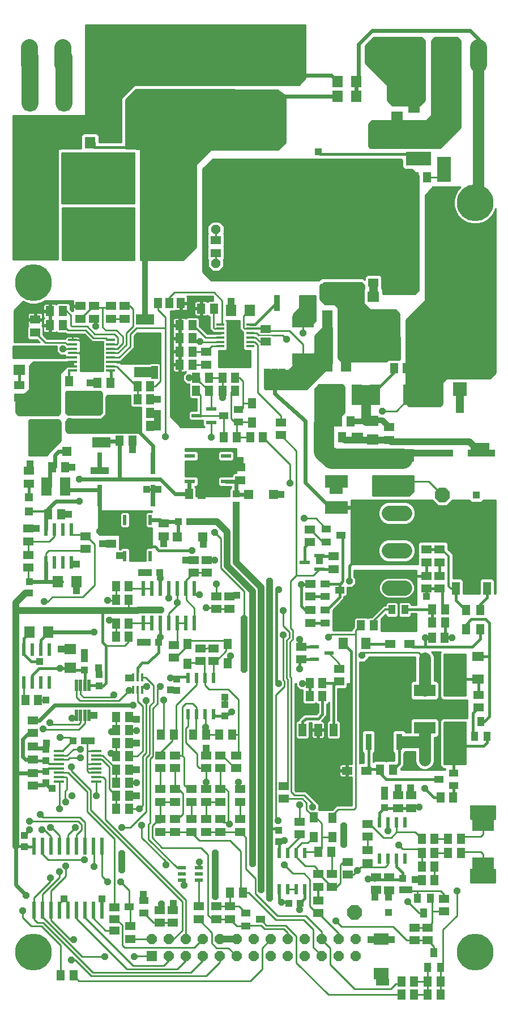
<source format=gtl>
G75*
G70*
%OFA0B0*%
%FSLAX24Y24*%
%IPPOS*%
%LPD*%
%AMOC8*
5,1,8,0,0,1.08239X$1,22.5*
%
%ADD10R,0.0709X0.0551*%
%ADD11R,0.0394X0.0433*%
%ADD12R,0.0512X0.0591*%
%ADD13R,0.0591X0.0512*%
%ADD14R,0.0630X0.0709*%
%ADD15R,0.0190X0.0680*%
%ADD16R,0.0630X0.0138*%
%ADD17R,0.0220X0.1000*%
%ADD18R,0.0433X0.0394*%
%ADD19C,0.0885*%
%ADD20R,0.0472X0.0591*%
%ADD21R,0.0591X0.0472*%
%ADD22R,0.0551X0.0709*%
%ADD23R,0.0450X0.0750*%
%ADD24R,0.2000X0.1250*%
%ADD25R,0.0236X0.0610*%
%ADD26R,0.0551X0.0394*%
%ADD27R,0.0394X0.0551*%
%ADD28R,0.1260X0.0709*%
%ADD29R,0.0600X0.0220*%
%ADD30R,0.0520X0.0220*%
%ADD31R,0.0370X0.0980*%
%ADD32R,0.2650X0.2570*%
%ADD33R,0.1339X0.0748*%
%ADD34R,0.0220X0.0780*%
%ADD35R,0.0594X0.0594*%
%ADD36OC8,0.0594*%
%ADD37R,0.0630X0.1063*%
%ADD38R,0.0710X0.0630*%
%ADD39R,0.2165X0.2244*%
%ADD40R,0.0512X0.0669*%
%ADD41R,0.0600X0.1200*%
%ADD42R,0.0500X0.0180*%
%ADD43R,0.0690X0.1160*%
%ADD44R,0.0709X0.0630*%
%ADD45R,0.0300X0.1280*%
%ADD46R,0.1063X0.0630*%
%ADD47R,0.0630X0.0710*%
%ADD48R,0.0472X0.0472*%
%ADD49R,0.0551X0.0551*%
%ADD50R,0.0560X0.0140*%
%ADD51C,0.1236*%
%ADD52OC8,0.1236*%
%ADD53R,0.2244X0.2165*%
%ADD54R,0.0669X0.0512*%
%ADD55R,0.0610X0.0236*%
%ADD56R,0.0140X0.0460*%
%ADD57R,0.0500X0.0220*%
%ADD58R,0.0236X0.0866*%
%ADD59C,0.1000*%
%ADD60OC8,0.0560*%
%ADD61R,0.1600X0.0430*%
%ADD62R,0.0709X0.0866*%
%ADD63R,0.0866X0.0709*%
%ADD64OC8,0.0860*%
%ADD65R,0.0436X0.0436*%
%ADD66R,0.0827X0.1457*%
%ADD67R,0.1457X0.0827*%
%ADD68R,0.0827X0.0551*%
%ADD69OC8,0.0520*%
%ADD70R,0.1673X0.1772*%
%ADD71C,0.1000*%
%ADD72R,0.0470X0.1640*%
%ADD73R,0.0396X0.0396*%
%ADD74OC8,0.0396*%
%ADD75C,0.0120*%
%ADD76C,0.0160*%
%ADD77C,0.0100*%
%ADD78C,0.0400*%
%ADD79C,0.0240*%
%ADD80C,0.0140*%
%ADD81R,0.0436X0.0436*%
%ADD82C,0.0700*%
%ADD83C,0.0200*%
%ADD84C,0.2165*%
%ADD85C,0.0320*%
%ADD86C,0.0500*%
%ADD87C,0.1200*%
%ADD88C,0.0180*%
%ADD89C,0.0080*%
%ADD90C,0.0560*%
%ADD91C,0.0660*%
D10*
X033885Y025615D03*
X033885Y026954D03*
D11*
X028385Y018719D03*
X028385Y018050D03*
X029435Y013894D03*
X029435Y013225D03*
X022135Y016075D03*
X022135Y016744D03*
X018985Y023475D03*
X018985Y024144D03*
X016135Y024975D03*
X016135Y025644D03*
X011560Y025894D03*
X011560Y025225D03*
X010710Y026150D03*
X010710Y026819D03*
X008435Y021494D03*
X008435Y020825D03*
X008435Y020194D03*
X008435Y019525D03*
X007160Y016444D03*
X007160Y015775D03*
X016250Y034884D03*
X016919Y034884D03*
D12*
X016861Y036534D03*
X017609Y036534D03*
X018911Y039859D03*
X019659Y039859D03*
X020461Y039859D03*
X021209Y039859D03*
X019584Y042584D03*
X018836Y042584D03*
X018836Y043359D03*
X019584Y043359D03*
X018034Y043359D03*
X017286Y043359D03*
X017059Y044134D03*
X017059Y044909D03*
X017059Y045684D03*
X017059Y046459D03*
X016311Y046459D03*
X016311Y045684D03*
X016311Y044909D03*
X016311Y044134D03*
X017286Y042584D03*
X018034Y042584D03*
X014584Y042859D03*
X014584Y042084D03*
X013836Y042084D03*
X013836Y042859D03*
X013836Y041309D03*
X013836Y040534D03*
X013534Y039659D03*
X012786Y039659D03*
X014584Y040534D03*
X014584Y041309D03*
X012234Y043059D03*
X011486Y043059D03*
X009809Y043159D03*
X009061Y043159D03*
X009434Y046459D03*
X008686Y046459D03*
X008686Y047284D03*
X009434Y047284D03*
X015040Y047759D03*
X015710Y047759D03*
X016379Y047759D03*
X017586Y047434D03*
X018334Y047434D03*
X025136Y039859D03*
X025884Y039859D03*
X025636Y040809D03*
X026384Y040809D03*
X028936Y043934D03*
X029684Y043934D03*
X030136Y055159D03*
X030884Y055159D03*
X031186Y029734D03*
X031934Y029734D03*
X031934Y028959D03*
X031909Y028059D03*
X031161Y028059D03*
X031186Y028959D03*
X027734Y028809D03*
X026986Y028809D03*
X024709Y025409D03*
X023961Y025409D03*
X023961Y024634D03*
X024709Y024634D03*
X028111Y020309D03*
X028859Y020309D03*
X030561Y016234D03*
X031309Y016234D03*
X032111Y016234D03*
X032859Y016234D03*
X032859Y015409D03*
X032111Y015409D03*
X031309Y015409D03*
X030561Y015409D03*
X030561Y014609D03*
X031309Y014609D03*
X031309Y013809D03*
X030561Y013809D03*
X031661Y018659D03*
X032409Y018659D03*
X031659Y007834D03*
X030911Y007834D03*
X030109Y007834D03*
X029361Y007834D03*
X029361Y007059D03*
X030109Y007059D03*
X030911Y007059D03*
X031659Y007059D03*
X025234Y015459D03*
X024486Y015459D03*
X020034Y013059D03*
X019286Y013059D03*
X013334Y018009D03*
X012586Y018009D03*
X012586Y018759D03*
X012586Y019534D03*
X012586Y020309D03*
X012586Y021084D03*
X012586Y021859D03*
X013334Y021859D03*
X013334Y021084D03*
X013334Y020309D03*
X013334Y019534D03*
X013334Y018759D03*
X015211Y022359D03*
X015959Y022359D03*
X017111Y022359D03*
X017859Y022359D03*
X018656Y022359D03*
X019404Y022359D03*
X013334Y022634D03*
X013334Y023409D03*
X012586Y023409D03*
X012586Y022634D03*
X012561Y028134D03*
X012561Y028909D03*
X013309Y028909D03*
X013309Y028134D03*
X013309Y030309D03*
X012561Y030309D03*
X012561Y031084D03*
X013309Y031084D03*
X009334Y035334D03*
X008586Y035334D03*
X008811Y038084D03*
X009559Y038084D03*
X007984Y024409D03*
X007236Y024409D03*
X009311Y008184D03*
X010059Y008184D03*
D13*
X012460Y010840D03*
X012460Y011509D03*
X012460Y012179D03*
X013410Y011083D03*
X013410Y010335D03*
X015135Y011285D03*
X015135Y012033D03*
X015910Y012033D03*
X015910Y011285D03*
X017435Y011510D03*
X017435Y012258D03*
X018485Y012258D03*
X018485Y011510D03*
X019260Y011510D03*
X019260Y012258D03*
X018710Y016635D03*
X018710Y017383D03*
X017860Y017383D03*
X017860Y016635D03*
X017015Y016635D03*
X017015Y017383D03*
X017015Y018410D03*
X017015Y019158D03*
X017860Y019158D03*
X017860Y018410D03*
X018710Y018410D03*
X018710Y019158D03*
X018710Y020385D03*
X018710Y021133D03*
X017860Y021133D03*
X017860Y020385D03*
X019635Y020385D03*
X019635Y021133D03*
X019860Y019158D03*
X019860Y018410D03*
X019860Y017383D03*
X019860Y016635D03*
X022435Y018585D03*
X022435Y019333D03*
X023391Y017238D03*
X023391Y016490D03*
X024485Y014158D03*
X024485Y013410D03*
X024485Y012608D03*
X024485Y011860D03*
X025285Y013410D03*
X025285Y014158D03*
X026211Y014115D03*
X026211Y014863D03*
X027360Y014810D03*
X027866Y013965D03*
X027866Y013217D03*
X028647Y013210D03*
X028647Y013958D03*
X027360Y015558D03*
X027360Y016360D03*
X027360Y017108D03*
X029159Y018035D03*
X029159Y018783D03*
X029928Y018783D03*
X029928Y018035D03*
X031885Y012708D03*
X031885Y011960D03*
X030910Y011008D03*
X030135Y011008D03*
X030135Y010260D03*
X030910Y010260D03*
X033910Y023960D03*
X033910Y024708D03*
X031610Y030960D03*
X031610Y031708D03*
X031610Y032510D03*
X031610Y033258D03*
X030835Y033258D03*
X030835Y032510D03*
X030835Y031708D03*
X030835Y030960D03*
X025710Y026233D03*
X025710Y025485D03*
X024010Y028935D03*
X024010Y029683D03*
X024010Y030485D03*
X024010Y031233D03*
X025385Y032110D03*
X025385Y032858D03*
X023960Y033685D03*
X023960Y034433D03*
X022260Y039985D03*
X022260Y040733D03*
X019885Y038083D03*
X019885Y037335D03*
X017910Y032633D03*
X017910Y031885D03*
X017135Y031885D03*
X017135Y032633D03*
X018460Y030508D03*
X018460Y029760D03*
X019235Y029760D03*
X019235Y030508D03*
X018310Y027433D03*
X018310Y026685D03*
X017535Y026685D03*
X017535Y027433D03*
X015960Y027633D03*
X015960Y026885D03*
X016035Y021133D03*
X016035Y020385D03*
X015185Y020385D03*
X015185Y021133D03*
X015185Y019158D03*
X015185Y018410D03*
X016035Y018410D03*
X016035Y019158D03*
X016035Y017383D03*
X016035Y016635D03*
X015185Y016635D03*
X015185Y017383D03*
X007660Y019360D03*
X007660Y020108D03*
X007660Y020910D03*
X007660Y021658D03*
X007660Y022460D03*
X007660Y023208D03*
X007410Y032185D03*
X007410Y032933D03*
X007410Y033735D03*
X007410Y034483D03*
X007435Y037135D03*
X007435Y037883D03*
X006885Y042185D03*
X006885Y042933D03*
X007810Y046035D03*
X007810Y046783D03*
X010485Y046835D03*
X010485Y047583D03*
X011260Y047583D03*
X011260Y046835D03*
X012285Y046835D03*
X012285Y047583D03*
X013060Y047583D03*
X013060Y046835D03*
X017860Y044883D03*
X017860Y044135D03*
X021385Y045485D03*
X021385Y046233D03*
X018435Y050710D03*
X018435Y051458D03*
X027710Y049708D03*
X027710Y048960D03*
X028635Y040458D03*
X028635Y039710D03*
X023485Y027533D03*
X023485Y026785D03*
X015360Y034035D03*
X015360Y034783D03*
X012260Y034333D03*
X012260Y033585D03*
X010760Y033285D03*
X010760Y034033D03*
D14*
X010236Y031359D03*
X009134Y031359D03*
X008586Y028384D03*
X007484Y028384D03*
X019334Y047334D03*
X020436Y047334D03*
X025609Y059934D03*
X025609Y060809D03*
X026711Y060809D03*
X026711Y059934D03*
D15*
X010990Y025264D03*
X010740Y025264D03*
X010480Y025264D03*
X010230Y025264D03*
X010230Y023504D03*
X010480Y023504D03*
X010740Y023504D03*
X010990Y023504D03*
D16*
X011412Y021395D03*
X011412Y021139D03*
X011412Y020883D03*
X011412Y020628D03*
X011412Y020372D03*
X011412Y020116D03*
X011412Y019860D03*
X011412Y019604D03*
X009207Y019604D03*
X009207Y019860D03*
X009207Y020116D03*
X009207Y020372D03*
X009207Y020628D03*
X009207Y020883D03*
X009207Y021139D03*
X009207Y021395D03*
D17*
X009235Y015789D03*
X009735Y015789D03*
X010235Y015789D03*
X010735Y015789D03*
X011235Y015789D03*
X011735Y015789D03*
X011735Y012029D03*
X011235Y012029D03*
X010735Y012029D03*
X010235Y012029D03*
X009735Y012029D03*
X009235Y012029D03*
X008735Y012029D03*
X008235Y012029D03*
X007735Y012029D03*
X007735Y015789D03*
X008235Y015789D03*
X008735Y015789D03*
D18*
X010050Y022009D03*
X010719Y022009D03*
X014400Y027784D03*
X015069Y027784D03*
X015144Y031909D03*
X014475Y031909D03*
X019635Y035875D03*
X019635Y036544D03*
X007460Y031369D03*
X007460Y030700D03*
X022725Y012434D03*
X023394Y012434D03*
D19*
X028647Y030997D02*
X029532Y030997D01*
X029532Y033197D02*
X028647Y033197D01*
X028647Y035397D02*
X029532Y035397D01*
D20*
X033160Y029705D03*
X033160Y028564D03*
X034010Y028564D03*
X034010Y029705D03*
X025310Y017455D03*
X025310Y016314D03*
X024210Y016339D03*
X024210Y017480D03*
X019135Y026564D03*
X019135Y027705D03*
X016760Y027680D03*
X016760Y026539D03*
X020585Y040714D03*
X020585Y041855D03*
D21*
X028714Y027684D03*
X029856Y027684D03*
X027306Y020234D03*
X026164Y020234D03*
D22*
X025940Y027734D03*
X027279Y027734D03*
D23*
X025370Y022644D03*
X024460Y022644D03*
X023550Y022644D03*
X032575Y030974D03*
X033485Y030974D03*
X034395Y030974D03*
D24*
X033485Y033244D03*
X024460Y020374D03*
D25*
X023683Y015397D03*
X023183Y015397D03*
X022683Y015397D03*
X022183Y015397D03*
X022183Y013271D03*
X022683Y013271D03*
X023183Y013271D03*
X023683Y013271D03*
X028083Y015071D03*
X028583Y015071D03*
X029083Y015071D03*
X029583Y015071D03*
X029583Y017197D03*
X029083Y017197D03*
X028583Y017197D03*
X028083Y017197D03*
X018308Y023571D03*
X017808Y023571D03*
X017308Y023571D03*
X016808Y023571D03*
X016808Y025697D03*
X017308Y025697D03*
X017808Y025697D03*
X018308Y025697D03*
X014583Y032871D03*
X014083Y032871D03*
X013583Y032871D03*
X013083Y032871D03*
X013083Y034997D03*
X013583Y034997D03*
X014083Y034997D03*
X014583Y034997D03*
D26*
X018902Y041134D03*
X019768Y040760D03*
X019768Y041508D03*
X024952Y034458D03*
X024952Y033710D03*
X025818Y034084D03*
X024877Y031233D03*
X024877Y030485D03*
X024877Y029683D03*
X024877Y028935D03*
X025743Y029309D03*
X025743Y030859D03*
X032443Y020108D03*
X032443Y019360D03*
X031577Y019734D03*
X021068Y011484D03*
X020202Y011110D03*
X020202Y011858D03*
X014193Y011860D03*
X014193Y012608D03*
X013327Y012234D03*
D27*
X028811Y029718D03*
X029185Y028851D03*
X029559Y029718D03*
X034035Y023118D03*
X034409Y022251D03*
X033661Y022251D03*
X031059Y012718D03*
X030685Y011851D03*
X030311Y012718D03*
X031285Y009518D03*
X031659Y008651D03*
X030911Y008651D03*
D28*
X034160Y014807D03*
X034160Y017012D03*
X032510Y022757D03*
X032510Y024962D03*
X030735Y024962D03*
X030735Y022757D03*
X023585Y044457D03*
X023585Y046662D03*
D29*
X018160Y041534D03*
X018160Y040734D03*
X017310Y041134D03*
X023685Y032509D03*
X024535Y032109D03*
X024535Y032909D03*
D30*
X024255Y027529D03*
X024255Y026789D03*
X025115Y027159D03*
D31*
X027427Y021941D03*
X029227Y021941D03*
X023835Y047764D03*
X022035Y047764D03*
D32*
X022935Y050344D03*
X028327Y024521D03*
D33*
X025535Y035742D03*
X025535Y037277D03*
X029435Y037267D03*
X029435Y038802D03*
D34*
X009935Y034429D03*
X009435Y034429D03*
X008935Y034429D03*
X008435Y034429D03*
X008435Y032489D03*
X008935Y032489D03*
X009435Y032489D03*
X009935Y032489D03*
X008635Y027354D03*
X008135Y027354D03*
X007635Y027354D03*
X007135Y027354D03*
X007135Y025414D03*
X007635Y025414D03*
X008135Y025414D03*
X008635Y025414D03*
D35*
X014674Y009323D03*
D36*
X014674Y010323D03*
X015674Y010323D03*
X015674Y009323D03*
X016674Y009323D03*
X016674Y010323D03*
X017674Y010323D03*
X017674Y009323D03*
X018674Y009323D03*
X018674Y010323D03*
X019674Y010323D03*
X019674Y009323D03*
X020674Y009323D03*
X020674Y010323D03*
X021674Y010323D03*
X021674Y009323D03*
X022674Y009323D03*
X022674Y010323D03*
X023674Y010323D03*
X023674Y009323D03*
X024674Y009323D03*
X024674Y010323D03*
X025674Y010323D03*
X025674Y009323D03*
X026674Y009323D03*
X026674Y010323D03*
D37*
X009586Y036959D03*
X008484Y036959D03*
X025009Y044259D03*
X025009Y045534D03*
X025009Y046809D03*
X026111Y046809D03*
X026111Y045534D03*
X026111Y044259D03*
X028959Y045009D03*
X030061Y045009D03*
X030061Y046284D03*
X028959Y046284D03*
D38*
X027710Y047025D03*
X027710Y048144D03*
X006885Y044944D03*
X006885Y043825D03*
D39*
X025885Y051158D03*
D40*
X026784Y048623D03*
X024985Y048623D03*
D41*
X024745Y042359D03*
X026725Y042359D03*
X027795Y042359D03*
X029775Y042359D03*
D42*
X020465Y045218D03*
X020465Y045474D03*
X020465Y045730D03*
X020465Y045989D03*
X020465Y046245D03*
X020465Y046501D03*
X018705Y046501D03*
X018705Y046245D03*
X018705Y045989D03*
X018705Y045730D03*
X018705Y045474D03*
X018705Y045218D03*
D43*
X019585Y045859D03*
D44*
X026760Y039836D03*
X026760Y038733D03*
X027685Y039733D03*
X027685Y040836D03*
X029110Y058733D03*
X029110Y059836D03*
X009885Y027386D03*
X009885Y026283D03*
D45*
X011610Y036434D03*
X011610Y038334D03*
X014735Y038334D03*
X014735Y036434D03*
D46*
X011710Y039558D03*
X011710Y040661D03*
X014160Y043683D03*
X014160Y044786D03*
X014285Y045708D03*
X014285Y046811D03*
D47*
X011045Y057184D03*
X009925Y057184D03*
D48*
X007435Y036323D03*
X007435Y035496D03*
D49*
X008187Y039034D03*
X009683Y039034D03*
X008185Y043336D03*
X008185Y044832D03*
X016187Y034009D03*
X017683Y034009D03*
X020362Y036484D03*
X021858Y036484D03*
D50*
X012255Y043784D03*
X012255Y044044D03*
X012255Y044304D03*
X012255Y044554D03*
X012255Y044814D03*
X012255Y045064D03*
X012255Y045324D03*
X012255Y045584D03*
X010015Y045584D03*
X010015Y045324D03*
X010015Y045064D03*
X010015Y044814D03*
X010015Y044554D03*
X010015Y044304D03*
X010015Y044044D03*
X010015Y043784D03*
D51*
X014385Y059208D03*
X021535Y059183D03*
D52*
X021535Y062136D03*
X014385Y062161D03*
D53*
X015284Y055184D03*
X015284Y051934D03*
X010859Y051934D03*
X010859Y055184D03*
D54*
X012748Y054285D03*
X012748Y056084D03*
X012748Y052834D03*
X012748Y051035D03*
X008323Y051035D03*
X008323Y052834D03*
X008323Y054285D03*
X008323Y056084D03*
D55*
X016922Y038761D03*
X016922Y038261D03*
X016922Y037761D03*
X016922Y037261D03*
X019048Y037261D03*
X019048Y037761D03*
X019048Y038261D03*
X019048Y038761D03*
D56*
X014095Y025729D03*
X013835Y025729D03*
X013575Y025729D03*
X013575Y024989D03*
X013835Y024989D03*
X014095Y024989D03*
D57*
X016425Y014529D03*
X016425Y014159D03*
X016425Y013789D03*
X017445Y013789D03*
X017445Y014159D03*
X017445Y014529D03*
D58*
X017185Y028914D03*
X016685Y028914D03*
X016185Y028914D03*
X015685Y028914D03*
X015185Y028914D03*
X014685Y028914D03*
X014185Y028914D03*
X014185Y030954D03*
X014685Y030954D03*
X015185Y030954D03*
X015685Y030954D03*
X016185Y030954D03*
X016685Y030954D03*
X017185Y030954D03*
D59*
X009514Y059534D02*
X009514Y062224D01*
X009428Y062309D01*
X009428Y061809D02*
X009428Y062809D01*
X007460Y062809D02*
X007460Y061809D01*
X007506Y062263D02*
X007460Y062309D01*
X007506Y062263D02*
X007506Y059534D01*
X029985Y061809D02*
X029985Y062809D01*
X031953Y062809D02*
X031953Y061809D01*
X033922Y061809D02*
X033922Y062809D01*
D60*
X018435Y052084D03*
X030735Y026859D03*
X032510Y026859D03*
X032510Y020859D03*
X030735Y020859D03*
D61*
X031605Y038934D03*
X034065Y038934D03*
D62*
X032114Y059384D03*
X030106Y059384D03*
X009514Y059534D03*
X007506Y059534D03*
D63*
X028160Y010313D03*
X028160Y008306D03*
D64*
X026610Y011884D03*
X031785Y036459D03*
D65*
X033785Y036459D03*
X028610Y011884D03*
D66*
X031860Y055634D03*
D67*
X030360Y056259D03*
D68*
X010548Y041403D03*
X010548Y040616D03*
X008422Y040616D03*
X008422Y041403D03*
D69*
X018435Y050084D03*
D70*
X029568Y049684D03*
X033710Y049684D03*
D71*
X027972Y057524D03*
X027972Y062445D03*
X020098Y062445D03*
X020098Y057524D03*
D72*
X032810Y045309D03*
X032810Y042109D03*
D73*
X033010Y042484D03*
X032610Y042484D03*
X032610Y042884D03*
X033010Y042884D03*
X033635Y039334D03*
X033985Y039334D03*
X034335Y039334D03*
X030835Y030509D03*
X029610Y025709D03*
X029610Y025209D03*
X029110Y025209D03*
X028610Y025209D03*
X028110Y025209D03*
X028110Y025709D03*
X028610Y025709D03*
X029110Y025709D03*
X027610Y025709D03*
X027610Y025209D03*
X027110Y025209D03*
X027110Y025709D03*
X025410Y019909D03*
X025410Y019434D03*
X024935Y019434D03*
X024460Y019434D03*
X023985Y019434D03*
X023510Y019434D03*
X023510Y019909D03*
X023985Y019909D03*
X024460Y019909D03*
X024935Y019909D03*
X028385Y019109D03*
X029160Y019234D03*
X029909Y019234D03*
X030160Y013834D03*
X029810Y013234D03*
X028610Y012784D03*
X027810Y012784D03*
X027560Y010309D03*
X028760Y010309D03*
X028435Y007784D03*
X028060Y007784D03*
X034710Y013834D03*
X034710Y014259D03*
X034710Y017559D03*
X034710Y017984D03*
X024535Y032609D03*
X025335Y036734D03*
X025710Y036734D03*
X022285Y036484D03*
X019860Y038509D03*
X017985Y038009D03*
X018035Y036534D03*
X017710Y033559D03*
X016660Y032634D03*
X015385Y033609D03*
X014060Y031909D03*
X012785Y032884D03*
X011770Y033584D03*
X010235Y032384D03*
X010235Y030834D03*
X009335Y027384D03*
X010710Y027209D03*
X011535Y026284D03*
X011260Y023509D03*
X011110Y022009D03*
X008810Y019209D03*
X008485Y021859D03*
X008435Y024409D03*
X008085Y026659D03*
X007885Y034484D03*
X009760Y035334D03*
X009985Y038084D03*
X011285Y037884D03*
X011935Y037884D03*
X013535Y039144D03*
X015010Y040469D03*
X015010Y040869D03*
X015010Y041269D03*
X015010Y042109D03*
X014835Y043499D03*
X014835Y043849D03*
X011635Y044334D03*
X011635Y044809D03*
X011635Y045284D03*
X011135Y045284D03*
X011135Y044809D03*
X011135Y044334D03*
X010635Y044334D03*
X010635Y044809D03*
X010635Y045284D03*
X011035Y043059D03*
X010735Y041844D03*
X010335Y041844D03*
X007510Y038309D03*
X014385Y036784D03*
X015035Y036784D03*
X019685Y030559D03*
X018985Y024559D03*
X017860Y021559D03*
X015760Y024984D03*
X013785Y023259D03*
X013785Y021859D03*
X013785Y020309D03*
X013785Y018759D03*
X014185Y012959D03*
X015935Y012434D03*
X011735Y012709D03*
X009510Y012709D03*
X013310Y025709D03*
X014010Y027784D03*
X019285Y044824D03*
X019685Y044824D03*
X019685Y045224D03*
X019285Y045224D03*
X019285Y045624D03*
X019685Y045624D03*
X019685Y046024D03*
X019285Y046024D03*
X019285Y046424D03*
X019685Y046424D03*
X019335Y047849D03*
X016210Y051109D03*
X015785Y051109D03*
X015360Y051109D03*
X014935Y051109D03*
X014935Y051534D03*
X015360Y051534D03*
X015785Y051534D03*
X016210Y051534D03*
X016210Y051959D03*
X015785Y051959D03*
X015360Y051959D03*
X014935Y051959D03*
X014935Y052384D03*
X015360Y052384D03*
X015785Y052384D03*
X016210Y052384D03*
X016210Y052809D03*
X015785Y052809D03*
X015360Y052809D03*
X014935Y052809D03*
X014885Y054334D03*
X015310Y054334D03*
X015735Y054334D03*
X016160Y054334D03*
X016160Y054759D03*
X015735Y054759D03*
X015310Y054759D03*
X014885Y054759D03*
X014885Y055184D03*
X015310Y055184D03*
X015735Y055184D03*
X016160Y055184D03*
X016160Y055609D03*
X015735Y055609D03*
X015310Y055609D03*
X014885Y055609D03*
X014885Y056034D03*
X015310Y056034D03*
X015735Y056034D03*
X016160Y056034D03*
X011735Y056034D03*
X011735Y055609D03*
X011735Y055184D03*
X011735Y054759D03*
X011735Y054334D03*
X011310Y054334D03*
X010885Y054334D03*
X010460Y054334D03*
X010460Y054759D03*
X010885Y054759D03*
X011310Y054759D03*
X011310Y055184D03*
X010885Y055184D03*
X010460Y055184D03*
X010460Y055609D03*
X010885Y055609D03*
X011310Y055609D03*
X011310Y056034D03*
X010885Y056034D03*
X010460Y056034D03*
X010460Y052784D03*
X010460Y052359D03*
X010460Y051934D03*
X010460Y051509D03*
X010460Y051084D03*
X010885Y051084D03*
X011310Y051084D03*
X011735Y051084D03*
X011735Y051509D03*
X011310Y051509D03*
X010885Y051509D03*
X010885Y051934D03*
X011310Y051934D03*
X011735Y051934D03*
X011735Y052359D03*
X011310Y052359D03*
X010885Y052359D03*
X010885Y052784D03*
X011310Y052784D03*
X011735Y052784D03*
X022410Y061174D03*
X022785Y061174D03*
X023160Y061174D03*
X023535Y061174D03*
X024460Y056649D03*
X024460Y052084D03*
X024085Y052084D03*
X024085Y051684D03*
X024460Y051684D03*
X024460Y051284D03*
X024085Y051284D03*
X024085Y050884D03*
X024460Y050884D03*
X024460Y050484D03*
X024085Y050484D03*
X024085Y050084D03*
X024460Y050084D03*
X024460Y049684D03*
X024085Y049684D03*
X024085Y049284D03*
X024460Y049284D03*
X024885Y050059D03*
X025285Y049659D03*
X025685Y050059D03*
X026085Y049659D03*
X026485Y050059D03*
X026885Y049659D03*
X027285Y050059D03*
X026885Y050459D03*
X027285Y050859D03*
X026885Y051259D03*
X027285Y051634D03*
X026885Y052034D03*
X026485Y051634D03*
X026085Y051259D03*
X025685Y051634D03*
X025285Y051259D03*
X024885Y051634D03*
X025285Y052034D03*
X026085Y052034D03*
X026485Y050859D03*
X026085Y050459D03*
X025685Y050859D03*
X025285Y050459D03*
X024885Y050859D03*
X027070Y046409D03*
X027070Y046009D03*
X027070Y045609D03*
X027070Y045209D03*
X027470Y045209D03*
X027870Y045209D03*
X027870Y045609D03*
X027470Y045609D03*
X027470Y046009D03*
X027870Y046009D03*
X027870Y046409D03*
X027470Y046409D03*
X028435Y048534D03*
X028835Y048534D03*
X029210Y048534D03*
X029610Y048534D03*
X030010Y048534D03*
X030035Y050859D03*
X029635Y050859D03*
X029235Y050859D03*
X028835Y050859D03*
X028435Y050859D03*
X028435Y050484D03*
X028435Y050084D03*
X028435Y049709D03*
X028435Y049309D03*
X028435Y048934D03*
X028435Y051259D03*
X028835Y051259D03*
X029235Y051259D03*
X029635Y051259D03*
X030035Y051259D03*
D74*
X023585Y046009D03*
X022610Y045634D03*
X018835Y042209D03*
X018160Y039859D03*
X016860Y043359D03*
X017510Y045484D03*
X017935Y046184D03*
X015460Y039884D03*
X018385Y034259D03*
X018360Y032634D03*
X018460Y031234D03*
X017485Y030584D03*
X017885Y029834D03*
X016185Y030134D03*
X015685Y030384D03*
X015210Y029709D03*
X015185Y028109D03*
X015760Y025684D03*
X015160Y025209D03*
X014360Y025184D03*
X014335Y024359D03*
X013560Y024084D03*
X013335Y024959D03*
X012435Y024709D03*
X012310Y022534D03*
X012285Y021259D03*
X011410Y018759D03*
X009960Y018759D03*
X009610Y018384D03*
X009235Y018009D03*
X008710Y016909D03*
X008210Y016759D03*
X007460Y016759D03*
X007485Y017259D03*
X008110Y017659D03*
X010185Y016909D03*
X010710Y014984D03*
X011260Y014609D03*
X012085Y013684D03*
X012835Y013684D03*
X012910Y014409D03*
X012910Y015359D03*
X012910Y016909D03*
X013935Y018009D03*
X014085Y017034D03*
X013760Y019534D03*
X013760Y022584D03*
X015385Y024384D03*
X017835Y022809D03*
X019360Y023684D03*
X020610Y025234D03*
X020110Y026209D03*
X019310Y026984D03*
X020110Y029184D03*
X021110Y028384D03*
X021610Y028084D03*
X022410Y028234D03*
X023385Y027959D03*
X022410Y029659D03*
X021610Y030084D03*
X022135Y030909D03*
X021610Y031409D03*
X020185Y031234D03*
X019635Y032634D03*
X017035Y033209D03*
X015185Y031559D03*
X012060Y030259D03*
X012185Y029084D03*
X011260Y028384D03*
X009285Y026259D03*
X009960Y023334D03*
X009285Y022209D03*
X008660Y023059D03*
X008285Y022709D03*
X009935Y020459D03*
X010485Y020984D03*
X010485Y021509D03*
X009610Y014634D03*
X009235Y014284D03*
X008710Y013934D03*
X007285Y012909D03*
X007085Y011984D03*
X010085Y010309D03*
X009935Y009109D03*
X011910Y009309D03*
X013635Y009309D03*
X015235Y012409D03*
X015510Y014684D03*
X016560Y013509D03*
X017460Y014859D03*
X018410Y014434D03*
X018410Y013634D03*
X018410Y012834D03*
X018410Y015384D03*
X019235Y017109D03*
X020610Y016134D03*
X020610Y014759D03*
X021110Y013234D03*
X021610Y013684D03*
X021610Y014559D03*
X022460Y014684D03*
X021610Y015584D03*
X022485Y016134D03*
X021610Y016809D03*
X022110Y017309D03*
X021610Y018059D03*
X023385Y018234D03*
X024135Y018109D03*
X025960Y017009D03*
X025960Y015884D03*
X026785Y014359D03*
X027410Y013859D03*
X029210Y015859D03*
X028585Y016709D03*
X030410Y018109D03*
X030735Y019184D03*
X032635Y013159D03*
X029735Y012534D03*
X025510Y011384D03*
X023385Y012059D03*
X022310Y012509D03*
X021610Y012734D03*
X019760Y019559D03*
X017860Y019559D03*
X021110Y023684D03*
X021610Y024434D03*
X022135Y025359D03*
X021610Y026609D03*
X023385Y026234D03*
X023535Y025359D03*
X025060Y028084D03*
X027035Y027034D03*
X030085Y028609D03*
X030760Y028059D03*
X032335Y028059D03*
X026310Y031384D03*
X023635Y035084D03*
X022810Y037159D03*
X023460Y031209D03*
X021610Y020834D03*
X011610Y034334D03*
X010410Y036109D03*
X010410Y037384D03*
X009835Y040784D03*
X009435Y045059D03*
X011360Y046409D03*
X008335Y030209D03*
X028235Y041409D03*
D75*
X031610Y033258D02*
X031736Y033258D01*
X032135Y032859D01*
X032135Y031109D01*
X032270Y030974D01*
X032575Y030974D01*
X028811Y029718D02*
X028393Y029718D01*
X027735Y029059D01*
X027735Y028810D01*
X027734Y028809D01*
X029910Y018809D02*
X029935Y018784D01*
X029285Y018059D02*
X029285Y018034D01*
X029286Y018035D01*
X028385Y018050D02*
X028367Y018082D01*
X028083Y017197D02*
X028070Y017109D01*
X028083Y017136D02*
X028085Y017134D01*
X029083Y015071D02*
X029085Y014994D01*
X029435Y013894D02*
X029320Y013833D01*
X024485Y013410D02*
X024485Y012608D01*
X024486Y015459D02*
X024485Y015459D01*
X017860Y021133D02*
X017860Y021559D01*
X013835Y025729D02*
X013835Y026059D01*
X012260Y033585D02*
X011770Y033584D01*
X008610Y035509D02*
X008596Y035496D01*
X008560Y035496D01*
X007435Y035496D01*
X011035Y043059D02*
X011486Y043059D01*
X009510Y046409D02*
X009510Y046633D01*
X009434Y046459D01*
X014160Y043683D02*
X014326Y043849D01*
X014835Y043849D01*
X019860Y038509D02*
X019860Y038108D01*
X020465Y046245D02*
X021373Y046245D01*
X021385Y046233D02*
X021385Y046259D01*
X016425Y013789D02*
X016410Y013774D01*
D76*
X016425Y013789D02*
X016560Y013654D01*
X016560Y013509D01*
X017285Y014559D02*
X017345Y014544D01*
X017460Y014544D01*
X017460Y014859D01*
X017460Y014544D02*
X017445Y014529D01*
X013785Y018759D02*
X013334Y018759D01*
X013334Y020309D02*
X013785Y020309D01*
X015760Y024984D02*
X016125Y024984D01*
X016135Y024975D01*
X016200Y025109D01*
X016135Y025644D02*
X016094Y025684D01*
X015760Y025684D01*
X016135Y025759D02*
X016746Y025759D01*
X016808Y025697D01*
X015060Y027209D02*
X014435Y026584D01*
X014110Y026584D01*
X013835Y026309D01*
X013835Y026059D01*
X015060Y027209D02*
X015060Y027784D01*
X015185Y027909D01*
X015185Y028109D01*
X015185Y028914D01*
X015185Y030954D02*
X015185Y031559D01*
X015185Y031869D01*
X015144Y031909D01*
X014475Y031909D02*
X014060Y031909D01*
X014485Y033434D02*
X014860Y033434D01*
X015085Y033209D01*
X017035Y033209D01*
X015385Y033609D02*
X015360Y034035D01*
X014735Y036434D02*
X014635Y036784D01*
X014385Y036784D01*
X013535Y039658D02*
X013534Y039659D01*
X011610Y038334D02*
X011610Y037959D01*
X011935Y037884D01*
X009985Y038084D02*
X009559Y038084D01*
X007510Y038309D02*
X007435Y037883D01*
X007435Y037135D02*
X007435Y036323D01*
X009935Y032489D02*
X009940Y032384D01*
X010235Y032384D01*
X010236Y031359D02*
X010235Y031234D01*
X010235Y030834D01*
X011785Y029634D02*
X011810Y029659D01*
X011785Y029634D02*
X011785Y027784D01*
X011985Y027584D01*
X011985Y025409D01*
X011800Y025225D01*
X011560Y025225D01*
X011520Y025264D01*
X010990Y025264D01*
X010740Y025264D02*
X010740Y026120D01*
X010710Y026150D01*
X010018Y026150D01*
X009885Y026283D01*
X009861Y026259D01*
X009285Y026259D01*
X008035Y026259D01*
X007635Y025859D01*
X007635Y025414D01*
X007560Y026659D02*
X007135Y027084D01*
X007135Y027354D01*
X007135Y028036D01*
X007484Y028384D01*
X008135Y027933D02*
X008135Y027354D01*
X008135Y027933D02*
X008586Y028384D01*
X009335Y027384D02*
X009885Y027386D01*
X010710Y027209D02*
X010710Y026819D01*
X011535Y026284D02*
X011560Y026259D01*
X011560Y025894D01*
X008435Y020825D02*
X007745Y020825D01*
X007660Y020910D01*
X007745Y020194D02*
X007660Y020108D01*
X007745Y020194D02*
X008435Y020194D01*
X008460Y019409D02*
X008319Y019409D01*
X008460Y019409D02*
X008660Y019209D01*
X008810Y019209D01*
X007460Y016759D02*
X007160Y016444D01*
X007160Y015775D02*
X007375Y015784D01*
X006660Y015784D01*
X007160Y015775D02*
X007699Y015775D01*
X007735Y015789D01*
X007560Y026659D02*
X008085Y026659D01*
X012798Y032871D02*
X013083Y032871D01*
X017609Y036534D02*
X017735Y036535D01*
X018035Y036534D01*
X019860Y038108D02*
X019885Y038083D01*
X021858Y036484D02*
X022285Y036484D01*
X023960Y033685D02*
X023685Y033410D01*
X023685Y032509D01*
X024535Y032609D02*
X024535Y032909D01*
X024586Y032858D01*
X025385Y032858D01*
X025309Y032159D02*
X025385Y032110D01*
X025384Y032109D01*
X024535Y032109D01*
X024877Y031233D02*
X025742Y031233D01*
X025759Y031233D01*
X025910Y031384D01*
X025910Y033993D01*
X025818Y034084D01*
X024952Y034458D02*
X024952Y034543D01*
X026435Y032434D02*
X026310Y032309D01*
X026310Y031384D01*
X025743Y031234D02*
X025743Y030859D01*
X025735Y030851D01*
X025735Y030459D01*
X024959Y029683D01*
X024877Y029683D01*
X024877Y028935D02*
X024010Y028935D01*
X024010Y029683D02*
X024009Y029684D01*
X023710Y029684D01*
X023460Y029934D01*
X023460Y031209D01*
X023986Y031209D01*
X024010Y031233D01*
X024010Y030485D02*
X024877Y030485D01*
X025742Y031233D02*
X025743Y031234D01*
X025940Y027734D02*
X026410Y027265D01*
X026410Y024609D01*
X025634Y025409D02*
X025710Y025485D01*
X025634Y025409D02*
X025510Y025409D01*
X025370Y025269D01*
X025370Y022644D01*
X024460Y023309D02*
X024710Y023559D01*
X024710Y023858D01*
X024709Y024634D01*
X023961Y024634D02*
X023961Y025409D01*
X023585Y025409D01*
X023535Y025359D01*
X023385Y026234D02*
X023385Y026685D01*
X023485Y026785D01*
X024251Y026785D01*
X024255Y026789D01*
X024255Y027529D02*
X023489Y027529D01*
X023485Y027533D01*
X023485Y026785D02*
X023484Y026784D01*
X024709Y025409D02*
X025510Y025409D01*
X024460Y023309D02*
X023735Y023309D01*
X023550Y023124D01*
X023550Y022644D01*
X022135Y025359D02*
X022010Y025484D01*
X022010Y030784D01*
X022135Y030909D01*
X018985Y024559D02*
X018985Y024144D01*
X019360Y023684D02*
X019010Y023459D01*
X019019Y023475D02*
X018985Y023475D01*
X018404Y023475D01*
X018308Y023571D01*
X021610Y016834D02*
X022135Y016834D01*
X022135Y016744D01*
X022135Y016075D02*
X022119Y016059D01*
X022135Y016075D02*
X022183Y016027D01*
X022377Y016027D01*
X022485Y016134D01*
X022183Y016027D02*
X022183Y015397D01*
X022183Y013271D02*
X022183Y012611D01*
X022310Y012509D01*
X022675Y012484D01*
X022725Y012434D01*
X023394Y012434D02*
X023394Y012069D01*
X023385Y012059D01*
X023394Y012434D02*
X023683Y012723D01*
X023683Y013271D01*
X027410Y013859D02*
X027760Y013909D01*
X027866Y013965D01*
X027760Y013909D01*
X027760Y013859D01*
X027760Y013834D02*
X027761Y013833D01*
X027810Y013833D01*
X027809Y013834D01*
X027785Y013834D01*
X027810Y013833D02*
X028560Y013833D01*
X028622Y013895D01*
X028647Y013958D01*
X028747Y013833D01*
X028615Y013839D02*
X028610Y013833D01*
X028560Y013833D01*
X028610Y013833D02*
X029320Y013833D01*
X029375Y013834D02*
X029435Y013894D01*
X029435Y014234D01*
X029085Y014584D01*
X029085Y014994D01*
X029085Y013834D02*
X029375Y013834D01*
X029435Y013225D02*
X029810Y013234D01*
X028647Y013210D02*
X028610Y013198D01*
X028610Y012784D01*
X027816Y012790D02*
X027810Y012784D01*
X027816Y012790D02*
X027866Y013217D01*
X028615Y013839D02*
X028615Y013840D01*
X028083Y017197D02*
X028083Y017748D01*
X028385Y018050D01*
X028399Y018035D01*
X029159Y018035D01*
X029086Y018035D01*
X029085Y018034D01*
X029159Y018035D02*
X029928Y018035D01*
X030027Y018134D01*
X030410Y018109D01*
X029928Y018783D02*
X029909Y018802D01*
X029909Y019234D01*
X029160Y019234D02*
X029160Y018783D01*
X029159Y018783D01*
X028485Y019734D02*
X028110Y020109D01*
X028110Y020334D01*
X027406Y020334D01*
X027306Y020234D01*
X027310Y020234D02*
X027427Y020351D01*
X027427Y021941D01*
X028110Y020508D02*
X028111Y020309D01*
X028111Y020335D01*
X028110Y020334D01*
X028110Y020508D01*
X028859Y020309D02*
X029227Y020677D01*
X029227Y021941D01*
X028485Y019734D02*
X031577Y019734D01*
X032443Y019360D02*
X032443Y018694D01*
X032409Y018659D01*
X031661Y018659D02*
X031260Y018659D01*
X030735Y019184D01*
X032443Y020108D02*
X032443Y020793D01*
X032510Y020859D01*
X032435Y021684D02*
X034210Y021684D01*
X034410Y021884D01*
X034410Y022084D01*
X034231Y023118D02*
X034035Y023118D01*
X034231Y023118D02*
X034529Y023415D01*
X034529Y026984D01*
X034498Y026954D01*
X033885Y026954D01*
X034529Y026984D02*
X034529Y028940D01*
X034310Y029159D01*
X033485Y029159D01*
X033160Y028834D01*
X033160Y028564D01*
X033160Y029705D02*
X033139Y029705D01*
X032585Y030259D01*
X032585Y030964D01*
X032575Y030974D01*
X031760Y030810D02*
X031760Y029934D01*
X031934Y029760D01*
X031934Y029734D01*
X031760Y030810D02*
X031610Y030960D01*
X030835Y030960D01*
X030835Y030509D01*
X031186Y029734D02*
X031186Y028959D01*
X031161Y028059D02*
X030760Y028059D01*
X030760Y027534D01*
X030056Y027534D01*
X029856Y027684D01*
X030760Y027534D02*
X033535Y027534D01*
X034010Y028009D01*
X034010Y028284D01*
X034010Y029705D02*
X034010Y030034D01*
X034395Y030419D01*
X034395Y030974D01*
X032335Y028059D02*
X031909Y028059D01*
X031934Y028084D01*
X031934Y028959D01*
X031186Y029734D02*
X029576Y029734D01*
X029559Y029718D01*
X028714Y027684D02*
X027329Y027684D01*
X027279Y027734D01*
X030160Y031684D02*
X030184Y031708D01*
X030835Y031708D01*
X030835Y032510D01*
X030835Y033258D02*
X031610Y033258D01*
X031610Y032510D02*
X031610Y031708D01*
X030835Y033258D02*
X030835Y033259D01*
X029435Y037267D02*
X028877Y037267D01*
X028710Y037434D01*
X029435Y038584D02*
X029435Y038609D01*
X029485Y038659D01*
X029510Y038634D01*
X029435Y038609D02*
X029435Y038802D01*
X027795Y042359D02*
X027795Y042819D01*
X027810Y042834D01*
X027510Y042834D01*
X027810Y042834D02*
X028060Y042834D01*
X028936Y043710D01*
X028936Y043934D01*
X025636Y040809D02*
X025085Y040934D01*
X025060Y041909D01*
X024810Y040659D02*
X024860Y039859D01*
X025136Y039859D01*
X026760Y038733D02*
X026760Y038659D01*
X026835Y038584D01*
X020751Y046501D02*
X022015Y047764D01*
X022035Y047764D01*
X022060Y047787D02*
X022110Y047788D01*
X020751Y046501D02*
X020465Y046501D01*
X019334Y047334D02*
X019335Y047336D01*
X016311Y046459D02*
X016311Y045684D01*
X016311Y044909D01*
X016311Y044134D01*
X012260Y043709D02*
X012260Y043084D01*
X012235Y043059D01*
X006885Y042933D02*
X006885Y043825D01*
X008323Y054285D02*
X008323Y056084D01*
X011045Y057184D02*
X011260Y057184D01*
X011260Y056934D01*
X013210Y056934D01*
X024460Y056649D02*
X024575Y056534D01*
X029760Y056534D01*
X030035Y056259D01*
X030360Y056259D01*
X033635Y039334D02*
X033985Y039334D01*
X033960Y039309D01*
X033935Y039309D01*
X033985Y039334D02*
X034065Y039254D01*
X034065Y038934D01*
X033985Y039334D02*
X034335Y039334D01*
X032510Y026859D02*
X032786Y026583D01*
X033163Y025615D02*
X032510Y024962D01*
X033163Y025615D02*
X033885Y025615D01*
X033910Y025590D01*
X033910Y024708D01*
X033910Y023960D02*
X033585Y023635D01*
X033585Y022334D01*
X033661Y022258D01*
X033661Y022251D01*
X033610Y017984D02*
X033985Y017984D01*
X034360Y017984D02*
X034360Y017559D01*
X034335Y017559D01*
X034160Y017384D01*
X033985Y017559D01*
X033610Y017559D01*
X034160Y017384D02*
X034160Y017012D01*
X034360Y017559D02*
X034710Y017559D01*
X034710Y017984D02*
X034360Y017984D01*
X034160Y014807D02*
X034360Y014607D01*
X034360Y014259D01*
X033985Y014259D01*
X034360Y014259D02*
X034710Y014259D01*
X034710Y013834D01*
X034360Y013834D01*
X033985Y013834D02*
X033610Y013834D01*
X033610Y014259D01*
X028385Y018050D02*
X028360Y018084D01*
X028385Y018719D02*
X028385Y019109D01*
X028160Y010313D02*
X028064Y010309D01*
X027560Y010309D01*
X028160Y008306D02*
X028206Y008134D01*
X028060Y007784D01*
X028435Y007784D02*
X028385Y008159D01*
D77*
X007585Y011109D02*
X007085Y011609D01*
X007085Y011984D01*
X007735Y012029D02*
X007735Y011509D01*
X007935Y011309D01*
X008260Y011309D01*
X011210Y008359D01*
X016960Y008359D01*
X017674Y009074D01*
X017674Y009323D01*
X017185Y009834D02*
X013060Y009834D01*
X012935Y009959D01*
X012935Y011159D01*
X012585Y011509D01*
X012460Y011509D01*
X012460Y010840D02*
X011954Y010840D01*
X011235Y011559D01*
X011235Y012009D01*
X011210Y012034D01*
X010735Y012029D02*
X010735Y011584D01*
X013560Y008759D01*
X015385Y008759D01*
X015674Y009049D01*
X015674Y009323D01*
X016160Y008559D02*
X013210Y008559D01*
X010235Y011534D01*
X010235Y012029D01*
X009735Y012029D02*
X009735Y012484D01*
X009510Y012709D01*
X009235Y012434D01*
X009235Y012029D01*
X008735Y012029D02*
X008735Y011434D01*
X009860Y010309D01*
X010085Y010309D01*
X010560Y009309D02*
X008235Y011634D01*
X008235Y012029D01*
X008235Y012959D01*
X009235Y013959D01*
X009235Y014284D01*
X009610Y014034D02*
X009610Y014634D01*
X009610Y014034D02*
X008735Y013159D01*
X008735Y012029D01*
X008160Y011109D02*
X007585Y011109D01*
X008160Y011109D02*
X009311Y009958D01*
X009311Y008184D01*
X010059Y008184D02*
X010384Y007859D01*
X020460Y007859D01*
X021160Y008559D01*
X021160Y009809D01*
X021673Y010323D01*
X021674Y010323D01*
X021310Y010934D02*
X021110Y011134D01*
X020226Y011134D01*
X020202Y011110D01*
X019660Y011110D01*
X019260Y011510D01*
X018485Y011510D01*
X018259Y011460D01*
X017985Y011734D01*
X017985Y015284D01*
X017560Y015709D01*
X015285Y015709D01*
X014710Y016284D01*
X014710Y017009D01*
X014910Y017209D01*
X015185Y017209D01*
X015185Y017383D01*
X015185Y018410D01*
X015584Y018410D01*
X016035Y018410D01*
X015585Y018409D02*
X015584Y018410D01*
X015185Y019158D02*
X015185Y020385D01*
X015185Y021109D02*
X015210Y021134D01*
X015210Y021334D01*
X015860Y021984D01*
X015860Y022358D01*
X015959Y022359D01*
X016110Y022610D01*
X016110Y024084D01*
X017308Y025282D01*
X017308Y025697D01*
X017760Y025745D02*
X017760Y026659D01*
X017709Y026710D01*
X017535Y026685D01*
X017413Y026589D01*
X016814Y026589D01*
X016760Y026534D01*
X016061Y026885D02*
X016760Y027584D01*
X016760Y027680D01*
X016910Y027880D01*
X016735Y027884D02*
X016735Y027755D01*
X016735Y027730D01*
X016760Y027680D01*
X016735Y027755D01*
X016735Y027884D02*
X018235Y027884D01*
X018260Y027909D01*
X018235Y027884D02*
X019110Y027884D01*
X019110Y027834D01*
X019135Y027834D01*
X019135Y027705D01*
X019039Y027705D01*
X019039Y027289D01*
X018461Y026710D01*
X018310Y026685D01*
X018310Y025934D01*
X018320Y025924D01*
X018320Y025709D01*
X018308Y025697D01*
X017810Y025699D02*
X017808Y025697D01*
X017760Y025745D01*
X017808Y025697D02*
X017808Y025261D01*
X018035Y025034D01*
X019185Y025034D01*
X019785Y024434D01*
X019785Y022359D01*
X019404Y022359D01*
X019785Y022359D02*
X019785Y021283D01*
X019635Y021133D01*
X019635Y020385D02*
X019559Y020385D01*
X018811Y021133D01*
X018710Y021133D01*
X018710Y020385D02*
X018710Y019159D01*
X019035Y019159D01*
X019184Y019010D01*
X019184Y017160D01*
X019235Y017109D01*
X019160Y017184D01*
X018909Y017184D01*
X018710Y017383D01*
X018735Y016659D02*
X018711Y016635D01*
X019859Y016635D01*
X019860Y016634D01*
X019860Y016635D02*
X020034Y016635D01*
X020060Y016609D01*
X020060Y016459D01*
X020210Y016309D01*
X020210Y014459D01*
X020760Y013909D01*
X020760Y013009D01*
X022085Y011684D01*
X023735Y011684D01*
X024674Y010745D01*
X024674Y010323D01*
X024685Y010309D02*
X025185Y009809D01*
X025185Y008834D01*
X026610Y007409D01*
X028735Y007409D01*
X029035Y007709D01*
X029285Y007709D01*
X029361Y007785D01*
X029361Y007834D01*
X030109Y007834D02*
X030911Y007834D01*
X030911Y008651D01*
X031069Y008659D01*
X031019Y008609D02*
X030911Y008651D01*
X030911Y007834D02*
X030911Y007059D01*
X030109Y007059D01*
X029361Y007059D02*
X025060Y007059D01*
X023185Y008934D01*
X023185Y010484D01*
X022535Y011134D01*
X021410Y011134D01*
X021060Y011484D01*
X021310Y010934D02*
X022435Y010934D01*
X022674Y010695D01*
X022674Y010323D01*
X021960Y011459D02*
X020360Y013059D01*
X020034Y013059D01*
X020010Y013059D01*
X019910Y013159D01*
X019910Y015484D01*
X019260Y016134D01*
X017460Y016134D01*
X017015Y016579D01*
X017015Y016635D01*
X016035Y016635D01*
X015185Y016635D01*
X015185Y016634D02*
X015210Y016609D01*
X015185Y016634D02*
X015085Y016534D01*
X014485Y016209D02*
X014485Y017084D01*
X014560Y017159D01*
X014560Y020934D01*
X014735Y021109D01*
X014735Y023909D01*
X015010Y024184D01*
X015010Y025059D01*
X015160Y025209D01*
X014785Y025259D02*
X014315Y025729D01*
X014095Y025729D01*
X014110Y025134D02*
X014310Y025134D01*
X014360Y025184D01*
X014110Y025134D02*
X014095Y025119D01*
X014095Y024989D01*
X013835Y024989D02*
X013835Y024334D01*
X014135Y024034D01*
X014135Y021409D01*
X013810Y021084D01*
X013334Y021084D01*
X013334Y021859D02*
X013785Y021859D01*
X013760Y022584D02*
X013384Y022584D01*
X013334Y022634D01*
X013785Y023259D02*
X013334Y023409D01*
X012586Y023409D02*
X012586Y022634D01*
X012486Y022534D01*
X012310Y022534D01*
X012586Y021859D02*
X012586Y021084D01*
X012486Y021184D01*
X012485Y021184D02*
X012660Y021259D01*
X012285Y021259D01*
X011780Y021139D02*
X012435Y020484D01*
X012435Y020309D01*
X012586Y020309D01*
X012485Y020309D01*
X012586Y020309D02*
X012586Y019534D01*
X012160Y019159D02*
X012560Y018759D01*
X012586Y018759D01*
X012586Y018009D01*
X012910Y016909D02*
X013410Y016909D01*
X014335Y017834D01*
X014335Y021009D01*
X014535Y021209D01*
X014535Y024034D01*
X014785Y024284D01*
X014785Y025259D01*
X014335Y024359D02*
X014335Y021309D01*
X014135Y021109D01*
X014135Y018209D01*
X013935Y018009D01*
X013334Y018009D01*
X014085Y017034D02*
X014085Y016309D01*
X015510Y014884D01*
X015510Y014684D01*
X016165Y014529D02*
X014485Y016209D01*
X016035Y017383D02*
X016036Y017534D01*
X016335Y017534D01*
X016510Y017709D01*
X016510Y018884D01*
X016236Y019158D01*
X016035Y019158D01*
X016035Y020385D01*
X016010Y021109D02*
X015985Y021134D01*
X015985Y021184D02*
X016035Y021134D01*
X016035Y021133D02*
X015885Y021283D01*
X015985Y021184D02*
X016085Y021284D01*
X016036Y021134D02*
X016460Y021134D01*
X016460Y023984D01*
X016660Y024184D01*
X017085Y024184D01*
X017308Y023961D01*
X017308Y023571D01*
X017285Y023548D01*
X017285Y022584D01*
X017086Y022385D01*
X017111Y022359D01*
X016685Y022734D02*
X016685Y021884D01*
X017335Y021234D01*
X017335Y020534D01*
X017485Y020384D01*
X017859Y020384D01*
X017860Y020385D01*
X017860Y019559D01*
X017860Y019158D01*
X017860Y018410D02*
X018709Y018410D01*
X018710Y018409D01*
X017860Y018410D02*
X017860Y017383D01*
X017860Y016635D02*
X018711Y016635D01*
X019860Y017383D02*
X019860Y018410D01*
X019860Y019158D02*
X019760Y019559D01*
X018656Y022359D02*
X017859Y022359D01*
X017834Y022808D01*
X017835Y022809D01*
X017835Y023544D01*
X017808Y023571D01*
X016808Y023571D02*
X016808Y022857D01*
X016685Y022734D01*
X015385Y022533D02*
X015211Y022359D01*
X015110Y022135D01*
X015385Y022533D02*
X015385Y024384D01*
X015960Y026885D02*
X016061Y026885D01*
X015960Y027633D02*
X016185Y027858D01*
X016185Y028914D01*
X016685Y028914D01*
X017185Y028914D02*
X017185Y029809D01*
X016710Y030284D01*
X016710Y030929D01*
X016685Y030954D01*
X016685Y031435D01*
X017135Y031885D01*
X017910Y031885D01*
X017910Y032633D02*
X018409Y032633D01*
X018360Y032634D01*
X018735Y032159D02*
X018735Y033909D01*
X018385Y034259D01*
X017683Y034009D02*
X017708Y033636D01*
X017710Y033559D01*
X017134Y032634D02*
X017135Y032633D01*
X017134Y032634D02*
X016660Y032634D01*
X016185Y030954D02*
X016185Y030134D01*
X016185Y030009D01*
X015685Y029509D01*
X015685Y028914D01*
X014685Y028914D02*
X014185Y028914D01*
X013314Y028914D01*
X013309Y028909D01*
X013310Y029659D02*
X013309Y029660D01*
X013309Y030309D01*
X013439Y030954D02*
X013309Y031084D01*
X013439Y030954D02*
X014185Y030954D01*
X014185Y030959D01*
X014085Y030959D01*
X014185Y030959D02*
X014210Y030959D01*
X014215Y030954D01*
X014685Y030954D01*
X015685Y030954D02*
X015685Y030384D01*
X017185Y030609D02*
X017185Y030959D01*
X017185Y030609D02*
X017210Y030584D01*
X017485Y030584D01*
X017885Y029834D02*
X018386Y029834D01*
X018460Y029760D01*
X019235Y029760D01*
X019235Y030508D02*
X019260Y030533D01*
X019685Y030559D01*
X020110Y030784D02*
X020110Y029184D01*
X020110Y030784D02*
X018735Y032159D01*
X018460Y031234D02*
X018460Y030508D01*
X018286Y027458D02*
X017535Y027433D01*
X018286Y027458D02*
X018310Y027434D01*
X019135Y026809D02*
X019310Y026984D01*
X019135Y026809D02*
X019135Y026564D01*
X021960Y024684D02*
X021960Y017459D01*
X022110Y017309D01*
X022286Y018584D02*
X022435Y018585D01*
X022286Y018584D02*
X023535Y018584D01*
X023785Y018334D01*
X023785Y017934D01*
X024160Y017559D01*
X024210Y017559D01*
X024210Y017484D01*
X024210Y017480D01*
X024210Y017484D02*
X024335Y017484D01*
X024685Y017134D01*
X024685Y016309D01*
X024689Y016314D01*
X025310Y016314D01*
X024685Y016309D02*
X024685Y015659D01*
X024485Y015459D01*
X024486Y015459D02*
X023760Y015459D01*
X023685Y015384D01*
X023210Y015384D02*
X023185Y015409D01*
X023183Y015397D02*
X023210Y015424D01*
X023210Y015684D01*
X023510Y015984D01*
X023856Y015984D01*
X024210Y016339D01*
X023391Y016341D02*
X023391Y016490D01*
X023391Y016366D01*
X023391Y016341D02*
X022683Y015632D01*
X022683Y015397D01*
X023210Y015384D02*
X023210Y015134D01*
X023710Y014634D01*
X024235Y014634D01*
X024410Y014459D01*
X024485Y014158D01*
X024486Y014183D01*
X025234Y013435D01*
X025285Y013410D01*
X025536Y013410D01*
X025760Y013634D01*
X025760Y014684D01*
X025935Y014859D01*
X026183Y014859D01*
X026211Y014863D01*
X026785Y014359D02*
X026540Y014115D01*
X026211Y014115D01*
X026785Y014359D02*
X026985Y014559D01*
X027360Y014559D01*
X027360Y014810D01*
X027360Y014559D02*
X028410Y014559D01*
X028583Y014732D01*
X028583Y015071D01*
X029210Y015859D02*
X029435Y015634D01*
X030335Y015634D01*
X030560Y015409D01*
X030561Y015409D02*
X030561Y014610D01*
X030560Y014609D01*
X031309Y014609D02*
X031309Y013809D01*
X030561Y013809D02*
X030536Y013834D01*
X030160Y013834D01*
X030285Y013159D02*
X029885Y013159D01*
X029810Y013234D01*
X030285Y013159D02*
X030311Y013133D01*
X030311Y012718D01*
X030285Y013159D02*
X031685Y013159D01*
X031885Y012959D01*
X031885Y012708D01*
X031885Y011960D02*
X031209Y011960D01*
X031185Y011984D01*
X031185Y011284D01*
X030910Y011009D01*
X030136Y011009D01*
X030135Y011008D01*
X030410Y011859D02*
X029735Y012534D01*
X030410Y011859D02*
X030677Y011859D01*
X030685Y011851D01*
X031185Y011984D02*
X031185Y012809D01*
X031102Y012893D01*
X031059Y012718D01*
X032635Y011709D02*
X031810Y010884D01*
X031810Y008909D01*
X031659Y008758D01*
X031659Y008651D01*
X031659Y007834D01*
X031659Y007059D01*
X031285Y009518D02*
X031285Y009885D01*
X030910Y010260D01*
X030135Y010260D01*
X030134Y010259D01*
X029685Y010259D01*
X028885Y011059D01*
X025835Y011059D01*
X025510Y011384D01*
X025674Y010671D02*
X024485Y011860D01*
X024384Y011860D01*
X023985Y012259D01*
X023985Y013834D01*
X023635Y014184D01*
X022960Y014184D01*
X022460Y014684D01*
X022683Y013271D02*
X023172Y013271D01*
X023185Y013284D01*
X024309Y011860D02*
X024485Y011860D01*
X024484Y011860D01*
X023610Y011459D02*
X024185Y010884D01*
X024185Y009834D01*
X024674Y009345D01*
X024674Y009323D01*
X025674Y010323D02*
X025674Y010671D01*
X023610Y011459D02*
X021960Y011459D01*
X020202Y011858D02*
X020202Y011868D01*
X019810Y012259D01*
X019261Y012259D01*
X019260Y012258D01*
X018485Y012258D01*
X019260Y012258D02*
X019286Y012234D01*
X019286Y013059D01*
X019260Y011510D02*
X019310Y011410D01*
X018210Y010709D02*
X018210Y010084D01*
X018485Y009809D01*
X019185Y009809D01*
X019671Y009323D01*
X019674Y009323D01*
X018674Y009323D02*
X018674Y008974D01*
X017860Y008159D01*
X011110Y008159D01*
X010160Y009109D01*
X009935Y009109D01*
X010560Y009309D02*
X011910Y009309D01*
X013410Y010335D02*
X014661Y010335D01*
X014674Y009323D02*
X013723Y009323D01*
X013635Y009309D01*
X013410Y011083D02*
X013410Y012151D01*
X013327Y012234D01*
X013335Y012234D02*
X013335Y013184D01*
X012835Y013684D01*
X012085Y013684D02*
X011735Y014034D01*
X011735Y015789D01*
X011260Y015764D02*
X011235Y015789D01*
X011260Y015764D02*
X011260Y014609D01*
X010710Y014984D02*
X008585Y014984D01*
X008235Y015334D01*
X008235Y015789D01*
X008735Y016359D02*
X008335Y016759D01*
X008210Y016759D01*
X007485Y017259D02*
X010335Y017259D01*
X010535Y017059D01*
X010535Y016759D01*
X010235Y016459D01*
X010235Y015789D01*
X009735Y015789D02*
X009735Y016459D01*
X010185Y016909D01*
X010735Y017184D02*
X010435Y017484D01*
X008285Y017484D01*
X008110Y017659D01*
X008710Y016909D02*
X008760Y016909D01*
X009235Y016434D01*
X009235Y015789D01*
X008735Y015789D02*
X008735Y016359D01*
X009235Y018009D02*
X009235Y019577D01*
X009207Y019604D01*
X009213Y019609D01*
X009410Y019609D01*
X009207Y019860D02*
X009634Y019860D01*
X009685Y019809D01*
X009685Y019159D01*
X009560Y019034D01*
X009560Y018434D01*
X009610Y018384D01*
X010860Y017834D02*
X010860Y018984D01*
X009728Y020116D01*
X009207Y020116D01*
X009207Y020372D02*
X008897Y020372D01*
X008892Y020628D02*
X009207Y020628D01*
X009207Y020883D02*
X009208Y020884D01*
X009735Y020884D01*
X009835Y020984D01*
X010485Y020984D01*
X010485Y021509D02*
X010060Y021509D01*
X009685Y021134D01*
X009212Y021134D01*
X009207Y021139D01*
X009207Y021395D02*
X009222Y021409D01*
X009410Y021409D01*
X010010Y022009D01*
X010050Y022009D01*
X010060Y022009D02*
X009860Y022209D01*
X009285Y022209D01*
X008735Y022959D02*
X008660Y023059D01*
X008735Y022959D02*
X010385Y022959D01*
X010480Y023054D01*
X010480Y023504D01*
X010235Y023499D02*
X010230Y023504D01*
X010235Y023499D02*
X010235Y023284D01*
X010185Y023334D01*
X009960Y023334D01*
X010385Y022659D02*
X008335Y022659D01*
X008285Y022709D01*
X008485Y021859D02*
X008369Y021559D01*
X007759Y021559D02*
X007660Y021658D01*
X007709Y019409D02*
X007660Y019360D01*
X009935Y020234D02*
X009935Y020459D01*
X009935Y020234D02*
X011060Y019109D01*
X011060Y017934D01*
X016460Y012534D01*
X016460Y010834D01*
X015948Y010323D01*
X015674Y010323D01*
X015910Y011285D02*
X015135Y011285D01*
X014935Y011160D01*
X014935Y011134D01*
X015010Y011284D02*
X015011Y011285D01*
X014768Y011285D01*
X014193Y011860D01*
X014193Y012608D02*
X014193Y012951D01*
X014185Y012959D01*
X015235Y012409D02*
X015235Y012133D01*
X015135Y012033D01*
X015135Y011285D02*
X015011Y011285D01*
X015910Y012033D02*
X015910Y012409D01*
X015935Y012434D01*
X016674Y012620D02*
X011935Y017359D01*
X011935Y019734D01*
X011809Y019860D01*
X011412Y019860D01*
X011407Y019609D02*
X011412Y019604D01*
X011410Y019602D01*
X011410Y018759D01*
X012160Y019159D02*
X012160Y020474D01*
X011751Y020883D01*
X011412Y020883D01*
X011412Y020628D02*
X010878Y020628D01*
X010860Y020609D01*
X010860Y021409D01*
X010874Y021395D01*
X011412Y021395D01*
X011412Y021139D02*
X011780Y021139D01*
X011412Y020372D02*
X010873Y020372D01*
X010860Y020384D01*
X010860Y020609D01*
X010860Y020384D02*
X010860Y020234D01*
X010978Y020116D01*
X011412Y020116D01*
X010860Y021409D02*
X010860Y021869D01*
X011000Y022009D01*
X011110Y022009D01*
X010860Y021869D02*
X010719Y022009D01*
X010385Y022659D02*
X010740Y023014D01*
X010740Y023504D01*
X010990Y023504D02*
X011255Y023504D01*
X011260Y023509D01*
X010435Y024359D02*
X010230Y024564D01*
X010230Y025264D01*
X010480Y025264D02*
X010480Y024739D01*
X010660Y024559D01*
X012285Y024559D01*
X012435Y024709D01*
X012735Y024359D02*
X013335Y024959D01*
X013365Y024989D01*
X013575Y024989D01*
X013555Y025709D02*
X013575Y025729D01*
X013555Y025709D02*
X013310Y025709D01*
X012735Y024359D02*
X010435Y024359D01*
X008435Y024409D02*
X007984Y024409D01*
X007236Y024409D02*
X007135Y024510D01*
X007135Y025414D01*
X008335Y030209D02*
X008560Y030209D01*
X008810Y030459D01*
X010610Y030459D01*
X011310Y031159D01*
X011310Y033559D01*
X010836Y034033D01*
X010760Y034033D01*
X010659Y034134D01*
X009935Y034134D01*
X009935Y034429D01*
X010760Y033285D02*
X010684Y033209D01*
X008610Y033209D01*
X008435Y033034D01*
X008435Y032489D01*
X008636Y033735D02*
X008935Y034034D01*
X008935Y034429D01*
X008636Y033735D02*
X007410Y033735D01*
X007410Y032933D01*
X007410Y032185D02*
X007410Y031419D01*
X007460Y031369D01*
X008586Y035334D02*
X008586Y035470D01*
X008560Y035496D01*
X008460Y038809D02*
X007435Y038809D01*
X007435Y040834D01*
X007485Y040884D01*
X009185Y040884D01*
X009310Y040759D01*
X009310Y039659D01*
X008460Y038809D01*
X008481Y038831D02*
X007435Y038831D01*
X007435Y038930D02*
X008580Y038930D01*
X008678Y039028D02*
X007435Y039028D01*
X007435Y039127D02*
X008777Y039127D01*
X008875Y039225D02*
X007435Y039225D01*
X007435Y039324D02*
X008974Y039324D01*
X009072Y039422D02*
X007435Y039422D01*
X007435Y039521D02*
X009171Y039521D01*
X009269Y039619D02*
X007435Y039619D01*
X007435Y039718D02*
X009310Y039718D01*
X009310Y039816D02*
X007435Y039816D01*
X007435Y039915D02*
X009310Y039915D01*
X009310Y040013D02*
X007435Y040013D01*
X007435Y040112D02*
X009310Y040112D01*
X009310Y040210D02*
X007435Y040210D01*
X007435Y040309D02*
X009310Y040309D01*
X009310Y040407D02*
X007435Y040407D01*
X007435Y040506D02*
X009310Y040506D01*
X009310Y040604D02*
X007435Y040604D01*
X007435Y040703D02*
X009310Y040703D01*
X009268Y040801D02*
X007435Y040801D01*
X006835Y041159D02*
X006660Y041334D01*
X006660Y042384D01*
X007185Y042384D01*
X007460Y042659D01*
X007460Y044059D01*
X007710Y044309D01*
X010035Y044309D01*
X010035Y044024D01*
X009664Y044024D01*
X009565Y043925D01*
X009565Y043914D01*
X009285Y043634D01*
X009285Y041309D01*
X009135Y041159D01*
X006835Y041159D01*
X006799Y041195D02*
X009170Y041195D01*
X009269Y041294D02*
X006701Y041294D01*
X006660Y041392D02*
X009285Y041392D01*
X009285Y041491D02*
X006660Y041491D01*
X006660Y041589D02*
X009285Y041589D01*
X009285Y041688D02*
X006660Y041688D01*
X006660Y041786D02*
X009285Y041786D01*
X009285Y041885D02*
X006660Y041885D01*
X006660Y041983D02*
X009285Y041983D01*
X009285Y042082D02*
X006660Y042082D01*
X006660Y042180D02*
X009285Y042180D01*
X009285Y042279D02*
X006660Y042279D01*
X006660Y042377D02*
X009285Y042377D01*
X009285Y042476D02*
X007276Y042476D01*
X007374Y042574D02*
X009285Y042574D01*
X009285Y042673D02*
X007460Y042673D01*
X007460Y042771D02*
X009285Y042771D01*
X009285Y042870D02*
X007460Y042870D01*
X007460Y042968D02*
X009285Y042968D01*
X009285Y043067D02*
X007460Y043067D01*
X007460Y043165D02*
X009285Y043165D01*
X009285Y043264D02*
X007460Y043264D01*
X007460Y043362D02*
X009285Y043362D01*
X009285Y043461D02*
X007460Y043461D01*
X007460Y043559D02*
X009285Y043559D01*
X009308Y043658D02*
X007460Y043658D01*
X007460Y043756D02*
X009406Y043756D01*
X009505Y043855D02*
X007460Y043855D01*
X007460Y043953D02*
X009593Y043953D01*
X010035Y044052D02*
X007460Y044052D01*
X007550Y044150D02*
X010035Y044150D01*
X010035Y044249D02*
X007649Y044249D01*
X008320Y045214D02*
X008960Y045214D01*
X009068Y045214D01*
X009067Y045212D01*
X009067Y044907D01*
X009282Y044691D01*
X009565Y044691D01*
X009565Y044674D01*
X009585Y044654D01*
X009585Y044534D01*
X006504Y044534D01*
X006504Y045234D01*
X008314Y045220D01*
X008320Y045214D01*
X008411Y045434D02*
X007810Y046035D01*
X007924Y045610D02*
X007444Y045610D01*
X007344Y045709D01*
X007344Y046362D01*
X007406Y046424D01*
X007394Y046435D01*
X007375Y046470D01*
X007364Y046508D01*
X007364Y046733D01*
X007760Y046733D01*
X007760Y046833D01*
X007364Y046833D01*
X007364Y047059D01*
X007375Y047097D01*
X007394Y047131D01*
X007422Y047159D01*
X007457Y047179D01*
X007495Y047189D01*
X007760Y047189D01*
X007760Y046833D01*
X007860Y046833D01*
X008255Y046833D01*
X008255Y047059D01*
X008245Y047097D01*
X008225Y047131D01*
X008197Y047159D01*
X008163Y047179D01*
X008125Y047189D01*
X007860Y047189D01*
X007860Y046833D01*
X007860Y046733D01*
X008255Y046733D01*
X008255Y046508D01*
X008245Y046470D01*
X008225Y046435D01*
X008213Y046424D01*
X008275Y046362D01*
X008275Y045881D01*
X008502Y045654D01*
X009585Y045654D01*
X009585Y045674D01*
X009595Y045712D01*
X009615Y045747D01*
X009643Y045774D01*
X009677Y045794D01*
X009715Y045804D01*
X010015Y045804D01*
X010314Y045804D01*
X010353Y045794D01*
X010387Y045774D01*
X010415Y045747D01*
X010434Y045712D01*
X010445Y045674D01*
X010445Y045584D01*
X010015Y045584D01*
X010015Y045584D01*
X010445Y045584D01*
X010445Y045495D01*
X010443Y045487D01*
X010465Y045465D01*
X010465Y044924D01*
X010445Y044904D01*
X010445Y044814D01*
X010285Y044814D01*
X010285Y044814D01*
X010445Y044814D01*
X010445Y044725D01*
X010443Y044717D01*
X010465Y044695D01*
X010465Y043759D01*
X011805Y043759D01*
X011805Y045489D01*
X011144Y045489D01*
X010694Y045939D01*
X009643Y045939D01*
X009588Y045994D01*
X009107Y045994D01*
X009046Y046056D01*
X009034Y046044D01*
X008999Y046024D01*
X008961Y046014D01*
X008736Y046014D01*
X008736Y046409D01*
X008636Y046409D01*
X008636Y046014D01*
X008410Y046014D01*
X008372Y046024D01*
X008338Y046044D01*
X008310Y046072D01*
X008290Y046106D01*
X008280Y046144D01*
X008280Y046409D01*
X008636Y046409D01*
X008636Y046509D01*
X008280Y046509D01*
X008280Y046774D01*
X008290Y046813D01*
X008310Y046847D01*
X008335Y046872D01*
X008310Y046897D01*
X008290Y046931D01*
X008280Y046969D01*
X008280Y047234D01*
X008636Y047234D01*
X008736Y047234D01*
X008736Y046905D01*
X008736Y046509D01*
X008636Y046509D01*
X008636Y047234D01*
X008636Y047334D01*
X008280Y047334D01*
X008280Y047599D01*
X008290Y047638D01*
X008310Y047672D01*
X008338Y047700D01*
X008372Y047720D01*
X008410Y047730D01*
X008636Y047730D01*
X008636Y047334D01*
X008736Y047334D01*
X008736Y047730D01*
X008961Y047730D01*
X008999Y047720D01*
X009034Y047700D01*
X009046Y047688D01*
X009107Y047750D01*
X009760Y047750D01*
X009860Y047650D01*
X009860Y047396D01*
X009880Y047376D01*
X009971Y047284D01*
X010046Y047284D01*
X010039Y047308D01*
X010039Y047533D01*
X010310Y047533D01*
X010310Y047633D01*
X010039Y047633D01*
X010039Y047859D01*
X010046Y047884D01*
X008378Y047884D01*
X008193Y047778D01*
X007874Y047692D01*
X007545Y047692D01*
X007226Y047778D01*
X007100Y047850D01*
X006585Y047334D01*
X006585Y045459D01*
X008075Y045459D01*
X007924Y045610D01*
X008005Y045529D02*
X006585Y045529D01*
X006585Y045628D02*
X007426Y045628D01*
X007344Y045726D02*
X006585Y045726D01*
X006585Y045825D02*
X007344Y045825D01*
X007344Y045923D02*
X006585Y045923D01*
X006585Y046022D02*
X007344Y046022D01*
X007344Y046120D02*
X006585Y046120D01*
X006585Y046219D02*
X007344Y046219D01*
X007344Y046317D02*
X006585Y046317D01*
X006585Y046416D02*
X007398Y046416D01*
X007364Y046514D02*
X006585Y046514D01*
X006585Y046613D02*
X007364Y046613D01*
X007364Y046711D02*
X006585Y046711D01*
X006585Y046810D02*
X007760Y046810D01*
X007760Y046908D02*
X007860Y046908D01*
X007860Y046810D02*
X008289Y046810D01*
X008303Y046908D02*
X008255Y046908D01*
X008255Y047007D02*
X008280Y047007D01*
X008280Y047105D02*
X008240Y047105D01*
X008280Y047204D02*
X006585Y047204D01*
X006585Y047302D02*
X008636Y047302D01*
X008636Y047204D02*
X008736Y047204D01*
X008736Y047105D02*
X008636Y047105D01*
X008636Y047007D02*
X008736Y047007D01*
X008736Y046908D02*
X008636Y046908D01*
X008636Y046810D02*
X008736Y046810D01*
X008736Y046711D02*
X008636Y046711D01*
X008636Y046613D02*
X008736Y046613D01*
X008736Y046514D02*
X008636Y046514D01*
X008636Y046416D02*
X008221Y046416D01*
X008255Y046514D02*
X008280Y046514D01*
X008280Y046613D02*
X008255Y046613D01*
X008255Y046711D02*
X008280Y046711D01*
X008275Y046317D02*
X008280Y046317D01*
X008275Y046219D02*
X008280Y046219D01*
X008275Y046120D02*
X008286Y046120D01*
X008275Y046022D02*
X008383Y046022D01*
X008275Y045923D02*
X010710Y045923D01*
X010808Y045825D02*
X008332Y045825D01*
X008430Y045726D02*
X009603Y045726D01*
X009585Y045434D02*
X008411Y045434D01*
X008636Y046022D02*
X008736Y046022D01*
X008736Y046120D02*
X008636Y046120D01*
X008636Y046219D02*
X008736Y046219D01*
X008736Y046317D02*
X008636Y046317D01*
X008989Y046022D02*
X009080Y046022D01*
X009434Y046459D02*
X009734Y046159D01*
X010785Y046159D01*
X011235Y045709D01*
X011985Y045709D01*
X012060Y045634D01*
X012060Y045584D01*
X012255Y045584D01*
X012255Y045324D02*
X012600Y045324D01*
X012685Y045409D01*
X012685Y045734D01*
X012485Y045934D01*
X011310Y045934D01*
X010860Y046384D01*
X009960Y046384D01*
X009910Y046434D01*
X009910Y047034D01*
X009660Y047284D01*
X009434Y047284D01*
X009860Y047401D02*
X010039Y047401D01*
X010039Y047499D02*
X009860Y047499D01*
X009860Y047598D02*
X010310Y047598D01*
X010039Y047696D02*
X009814Y047696D01*
X010039Y047795D02*
X008222Y047795D01*
X008334Y047696D02*
X007889Y047696D01*
X007530Y047696D02*
X006946Y047696D01*
X006848Y047598D02*
X008280Y047598D01*
X008280Y047499D02*
X006749Y047499D01*
X006651Y047401D02*
X008280Y047401D01*
X008636Y047401D02*
X008736Y047401D01*
X008736Y047499D02*
X008636Y047499D01*
X008636Y047598D02*
X008736Y047598D01*
X008736Y047696D02*
X008636Y047696D01*
X009037Y047696D02*
X009054Y047696D01*
X007860Y047105D02*
X007760Y047105D01*
X007760Y047007D02*
X007860Y047007D01*
X007379Y047105D02*
X006585Y047105D01*
X006585Y047007D02*
X007364Y047007D01*
X007364Y046908D02*
X006585Y046908D01*
X007045Y047795D02*
X007197Y047795D01*
X006504Y050334D02*
X006504Y058784D01*
X010760Y058784D01*
X010760Y064126D01*
X023710Y064126D01*
X023710Y060984D01*
X023335Y060584D01*
X013635Y060584D01*
X012885Y059834D01*
X012885Y057224D01*
X011570Y057224D01*
X011570Y057626D01*
X011446Y057749D01*
X010643Y057749D01*
X010520Y057626D01*
X010520Y056869D01*
X009333Y056869D01*
X009248Y056834D01*
X009135Y056834D01*
X009135Y056685D01*
X009125Y056661D01*
X009125Y053583D01*
X009135Y053559D01*
X009135Y050334D01*
X006504Y050334D01*
X006504Y050356D02*
X009135Y050356D01*
X009135Y050454D02*
X006504Y050454D01*
X006504Y050553D02*
X009135Y050553D01*
X009135Y050651D02*
X006504Y050651D01*
X006504Y050750D02*
X009135Y050750D01*
X009135Y050848D02*
X006504Y050848D01*
X006504Y050947D02*
X009135Y050947D01*
X009135Y051045D02*
X006504Y051045D01*
X006504Y051144D02*
X009135Y051144D01*
X009135Y051242D02*
X006504Y051242D01*
X006504Y051341D02*
X009135Y051341D01*
X009135Y051439D02*
X006504Y051439D01*
X006504Y051538D02*
X009135Y051538D01*
X009135Y051636D02*
X006504Y051636D01*
X006504Y051735D02*
X009135Y051735D01*
X009135Y051833D02*
X006504Y051833D01*
X006504Y051932D02*
X009135Y051932D01*
X009135Y052030D02*
X006504Y052030D01*
X006504Y052129D02*
X009135Y052129D01*
X009135Y052227D02*
X006504Y052227D01*
X006504Y052326D02*
X009135Y052326D01*
X009135Y052424D02*
X006504Y052424D01*
X006504Y052523D02*
X009135Y052523D01*
X009135Y052621D02*
X006504Y052621D01*
X006504Y052720D02*
X009135Y052720D01*
X009135Y052818D02*
X006504Y052818D01*
X006504Y052917D02*
X009135Y052917D01*
X009135Y053015D02*
X006504Y053015D01*
X006504Y053114D02*
X009135Y053114D01*
X009135Y053212D02*
X006504Y053212D01*
X006504Y053311D02*
X009135Y053311D01*
X009135Y053409D02*
X006504Y053409D01*
X006504Y053508D02*
X009135Y053508D01*
X009125Y053606D02*
X006504Y053606D01*
X006504Y053705D02*
X009125Y053705D01*
X009125Y053803D02*
X006504Y053803D01*
X006504Y053902D02*
X009125Y053902D01*
X009125Y054000D02*
X006504Y054000D01*
X006504Y054099D02*
X009125Y054099D01*
X009125Y054197D02*
X006504Y054197D01*
X006504Y054296D02*
X009125Y054296D01*
X009125Y054394D02*
X006504Y054394D01*
X006504Y054493D02*
X009125Y054493D01*
X009125Y054591D02*
X006504Y054591D01*
X006504Y054690D02*
X009125Y054690D01*
X009125Y054788D02*
X006504Y054788D01*
X006504Y054887D02*
X009125Y054887D01*
X009125Y054985D02*
X006504Y054985D01*
X006504Y055084D02*
X009125Y055084D01*
X009125Y055182D02*
X006504Y055182D01*
X006504Y055281D02*
X009125Y055281D01*
X009125Y055379D02*
X006504Y055379D01*
X006504Y055478D02*
X009125Y055478D01*
X009125Y055576D02*
X006504Y055576D01*
X006504Y055675D02*
X009125Y055675D01*
X009125Y055773D02*
X006504Y055773D01*
X006504Y055872D02*
X009125Y055872D01*
X009125Y055970D02*
X006504Y055970D01*
X006504Y056069D02*
X009125Y056069D01*
X009125Y056167D02*
X006504Y056167D01*
X006504Y056266D02*
X009125Y056266D01*
X009125Y056364D02*
X006504Y056364D01*
X006504Y056463D02*
X009125Y056463D01*
X009125Y056561D02*
X006504Y056561D01*
X006504Y056660D02*
X009125Y056660D01*
X009135Y056758D02*
X006504Y056758D01*
X006504Y056857D02*
X009302Y056857D01*
X009385Y056609D02*
X013635Y056609D01*
X013635Y053634D01*
X009385Y053634D01*
X009385Y056609D01*
X009385Y056561D02*
X013635Y056561D01*
X013635Y056463D02*
X009385Y056463D01*
X009385Y056364D02*
X013635Y056364D01*
X013635Y056266D02*
X009385Y056266D01*
X009385Y056167D02*
X013635Y056167D01*
X013635Y056069D02*
X009385Y056069D01*
X009385Y055970D02*
X013635Y055970D01*
X013635Y055872D02*
X009385Y055872D01*
X009385Y055773D02*
X013635Y055773D01*
X013635Y055675D02*
X009385Y055675D01*
X009385Y055576D02*
X013635Y055576D01*
X013635Y055478D02*
X009385Y055478D01*
X009385Y055379D02*
X013635Y055379D01*
X013635Y055281D02*
X009385Y055281D01*
X009385Y055182D02*
X013635Y055182D01*
X013635Y055084D02*
X009385Y055084D01*
X009385Y054985D02*
X013635Y054985D01*
X013635Y054887D02*
X009385Y054887D01*
X009385Y054788D02*
X013635Y054788D01*
X013635Y054690D02*
X009385Y054690D01*
X009385Y054591D02*
X013635Y054591D01*
X013635Y054493D02*
X009385Y054493D01*
X009385Y054394D02*
X013635Y054394D01*
X013635Y054296D02*
X009385Y054296D01*
X009385Y054197D02*
X013635Y054197D01*
X013635Y054099D02*
X009385Y054099D01*
X009385Y054000D02*
X013635Y054000D01*
X013635Y053902D02*
X009385Y053902D01*
X009385Y053803D02*
X013635Y053803D01*
X013635Y053705D02*
X009385Y053705D01*
X009395Y053374D02*
X013635Y053374D01*
X013635Y050309D01*
X009395Y050309D01*
X009395Y053374D01*
X009395Y053311D02*
X013635Y053311D01*
X013635Y053212D02*
X009395Y053212D01*
X009395Y053114D02*
X013635Y053114D01*
X013635Y053015D02*
X009395Y053015D01*
X009395Y052917D02*
X013635Y052917D01*
X013635Y052818D02*
X009395Y052818D01*
X009395Y052720D02*
X013635Y052720D01*
X013635Y052621D02*
X009395Y052621D01*
X009395Y052523D02*
X013635Y052523D01*
X013635Y052424D02*
X009395Y052424D01*
X009395Y052326D02*
X013635Y052326D01*
X013635Y052227D02*
X009395Y052227D01*
X009395Y052129D02*
X013635Y052129D01*
X013635Y052030D02*
X009395Y052030D01*
X009395Y051932D02*
X013635Y051932D01*
X013635Y051833D02*
X009395Y051833D01*
X009395Y051735D02*
X013635Y051735D01*
X013635Y051636D02*
X009395Y051636D01*
X009395Y051538D02*
X013635Y051538D01*
X013635Y051439D02*
X009395Y051439D01*
X009395Y051341D02*
X013635Y051341D01*
X013635Y051242D02*
X009395Y051242D01*
X009395Y051144D02*
X013635Y051144D01*
X013635Y051045D02*
X009395Y051045D01*
X009395Y050947D02*
X013635Y050947D01*
X013635Y050848D02*
X009395Y050848D01*
X009395Y050750D02*
X013635Y050750D01*
X013635Y050651D02*
X009395Y050651D01*
X009395Y050553D02*
X013635Y050553D01*
X013635Y050454D02*
X009395Y050454D01*
X009395Y050356D02*
X013635Y050356D01*
X014010Y050356D02*
X016556Y050356D01*
X016510Y050309D02*
X014010Y050309D01*
X014010Y056834D01*
X013771Y056834D01*
X013686Y056869D01*
X013145Y056869D01*
X013145Y059719D01*
X013750Y060324D01*
X017089Y060324D01*
X022085Y060309D01*
X022535Y059959D01*
X022535Y057184D01*
X022110Y056784D01*
X018135Y056784D01*
X017260Y055934D01*
X017260Y051059D01*
X016510Y050309D01*
X016654Y050454D02*
X014010Y050454D01*
X014010Y050553D02*
X016753Y050553D01*
X016851Y050651D02*
X014010Y050651D01*
X014010Y050750D02*
X016950Y050750D01*
X017048Y050848D02*
X014010Y050848D01*
X014010Y050947D02*
X017147Y050947D01*
X017245Y051045D02*
X014010Y051045D01*
X014010Y051144D02*
X017260Y051144D01*
X017260Y051242D02*
X014010Y051242D01*
X014010Y051341D02*
X017260Y051341D01*
X017260Y051439D02*
X014010Y051439D01*
X014010Y051538D02*
X017260Y051538D01*
X017260Y051636D02*
X014010Y051636D01*
X014010Y051735D02*
X017260Y051735D01*
X017260Y051833D02*
X014010Y051833D01*
X014010Y051932D02*
X017260Y051932D01*
X017260Y052030D02*
X014010Y052030D01*
X014010Y052129D02*
X017260Y052129D01*
X017260Y052227D02*
X014010Y052227D01*
X014010Y052326D02*
X017260Y052326D01*
X017260Y052424D02*
X014010Y052424D01*
X014010Y052523D02*
X017260Y052523D01*
X017260Y052621D02*
X014010Y052621D01*
X014010Y052720D02*
X017260Y052720D01*
X017260Y052818D02*
X014010Y052818D01*
X014010Y052917D02*
X017260Y052917D01*
X017260Y053015D02*
X014010Y053015D01*
X014010Y053114D02*
X017260Y053114D01*
X017260Y053212D02*
X014010Y053212D01*
X014010Y053311D02*
X017260Y053311D01*
X017260Y053409D02*
X014010Y053409D01*
X014010Y053508D02*
X017260Y053508D01*
X017260Y053606D02*
X014010Y053606D01*
X014010Y053705D02*
X017260Y053705D01*
X017260Y053803D02*
X014010Y053803D01*
X014010Y053902D02*
X017260Y053902D01*
X017260Y054000D02*
X014010Y054000D01*
X014010Y054099D02*
X017260Y054099D01*
X017260Y054197D02*
X014010Y054197D01*
X014010Y054296D02*
X017260Y054296D01*
X017260Y054394D02*
X014010Y054394D01*
X014010Y054493D02*
X017260Y054493D01*
X017260Y054591D02*
X014010Y054591D01*
X014010Y054690D02*
X017260Y054690D01*
X017260Y054788D02*
X014010Y054788D01*
X014010Y054887D02*
X017260Y054887D01*
X017260Y054985D02*
X014010Y054985D01*
X014010Y055084D02*
X017260Y055084D01*
X017260Y055182D02*
X014010Y055182D01*
X014010Y055281D02*
X017260Y055281D01*
X017260Y055379D02*
X014010Y055379D01*
X014010Y055478D02*
X017260Y055478D01*
X017260Y055576D02*
X014010Y055576D01*
X014010Y055675D02*
X017260Y055675D01*
X017260Y055773D02*
X014010Y055773D01*
X014010Y055872D02*
X017260Y055872D01*
X017296Y055970D02*
X014010Y055970D01*
X014010Y056069D02*
X017398Y056069D01*
X017499Y056167D02*
X014010Y056167D01*
X014010Y056266D02*
X017601Y056266D01*
X017702Y056364D02*
X014010Y056364D01*
X014010Y056463D02*
X017803Y056463D01*
X017905Y056561D02*
X014010Y056561D01*
X014010Y056660D02*
X018006Y056660D01*
X018108Y056758D02*
X014010Y056758D01*
X013718Y056857D02*
X022186Y056857D01*
X022291Y056955D02*
X013145Y056955D01*
X013145Y057054D02*
X022396Y057054D01*
X022500Y057152D02*
X013145Y057152D01*
X013145Y057251D02*
X022535Y057251D01*
X022535Y057349D02*
X013145Y057349D01*
X013145Y057448D02*
X022535Y057448D01*
X022535Y057546D02*
X013145Y057546D01*
X013145Y057645D02*
X022535Y057645D01*
X022535Y057743D02*
X013145Y057743D01*
X013145Y057842D02*
X022535Y057842D01*
X022535Y057940D02*
X013145Y057940D01*
X013145Y058039D02*
X022535Y058039D01*
X022535Y058137D02*
X013145Y058137D01*
X013145Y058236D02*
X022535Y058236D01*
X022535Y058334D02*
X013145Y058334D01*
X013145Y058433D02*
X022535Y058433D01*
X022535Y058531D02*
X013145Y058531D01*
X013145Y058630D02*
X022535Y058630D01*
X022535Y058728D02*
X013145Y058728D01*
X013145Y058827D02*
X022535Y058827D01*
X022535Y058925D02*
X013145Y058925D01*
X013145Y059024D02*
X022535Y059024D01*
X022535Y059122D02*
X013145Y059122D01*
X013145Y059221D02*
X022535Y059221D01*
X022535Y059319D02*
X013145Y059319D01*
X013145Y059418D02*
X022535Y059418D01*
X022535Y059516D02*
X013145Y059516D01*
X013145Y059615D02*
X022535Y059615D01*
X022535Y059713D02*
X013145Y059713D01*
X013237Y059812D02*
X022535Y059812D01*
X022535Y059910D02*
X013335Y059910D01*
X013434Y060009D02*
X022472Y060009D01*
X022345Y060107D02*
X013532Y060107D01*
X013631Y060206D02*
X022218Y060206D01*
X022092Y060304D02*
X013729Y060304D01*
X013551Y060501D02*
X010760Y060501D01*
X010760Y060403D02*
X013453Y060403D01*
X013354Y060304D02*
X010760Y060304D01*
X010760Y060206D02*
X013256Y060206D01*
X013157Y060107D02*
X010760Y060107D01*
X010760Y060009D02*
X013059Y060009D01*
X012960Y059910D02*
X010760Y059910D01*
X010760Y059812D02*
X012885Y059812D01*
X012885Y059713D02*
X010760Y059713D01*
X010760Y059615D02*
X012885Y059615D01*
X012885Y059516D02*
X010760Y059516D01*
X010760Y059418D02*
X012885Y059418D01*
X012885Y059319D02*
X010760Y059319D01*
X010760Y059221D02*
X012885Y059221D01*
X012885Y059122D02*
X010760Y059122D01*
X010760Y059024D02*
X012885Y059024D01*
X012885Y058925D02*
X010760Y058925D01*
X010760Y058827D02*
X012885Y058827D01*
X012885Y058728D02*
X006504Y058728D01*
X006504Y058630D02*
X012885Y058630D01*
X012885Y058531D02*
X006504Y058531D01*
X006504Y058433D02*
X012885Y058433D01*
X012885Y058334D02*
X006504Y058334D01*
X006504Y058236D02*
X012885Y058236D01*
X012885Y058137D02*
X006504Y058137D01*
X006504Y058039D02*
X012885Y058039D01*
X012885Y057940D02*
X006504Y057940D01*
X006504Y057842D02*
X012885Y057842D01*
X012885Y057743D02*
X011453Y057743D01*
X011551Y057645D02*
X012885Y057645D01*
X012885Y057546D02*
X011570Y057546D01*
X011570Y057448D02*
X012885Y057448D01*
X012885Y057349D02*
X011570Y057349D01*
X011570Y057251D02*
X012885Y057251D01*
X010760Y060600D02*
X023349Y060600D01*
X023441Y060698D02*
X010760Y060698D01*
X010760Y060797D02*
X023534Y060797D01*
X023626Y060895D02*
X010760Y060895D01*
X010760Y060994D02*
X023710Y060994D01*
X023710Y061092D02*
X010760Y061092D01*
X010760Y061191D02*
X023710Y061191D01*
X023710Y061289D02*
X010760Y061289D01*
X010760Y061388D02*
X023710Y061388D01*
X023710Y061486D02*
X010760Y061486D01*
X010760Y061585D02*
X023710Y061585D01*
X023710Y061683D02*
X010760Y061683D01*
X010760Y061782D02*
X023710Y061782D01*
X023710Y061880D02*
X010760Y061880D01*
X010760Y061979D02*
X023710Y061979D01*
X023710Y062077D02*
X010760Y062077D01*
X010760Y062176D02*
X023710Y062176D01*
X023710Y062274D02*
X010760Y062274D01*
X010760Y062373D02*
X023710Y062373D01*
X023710Y062471D02*
X010760Y062471D01*
X010760Y062570D02*
X023710Y062570D01*
X023710Y062668D02*
X010760Y062668D01*
X010760Y062767D02*
X023710Y062767D01*
X023710Y062865D02*
X010760Y062865D01*
X010760Y062964D02*
X023710Y062964D01*
X023710Y063062D02*
X010760Y063062D01*
X010760Y063161D02*
X023710Y063161D01*
X023710Y063259D02*
X010760Y063259D01*
X010760Y063358D02*
X023710Y063358D01*
X023710Y063456D02*
X010760Y063456D01*
X010760Y063555D02*
X023710Y063555D01*
X023710Y063653D02*
X010760Y063653D01*
X010760Y063752D02*
X023710Y063752D01*
X023710Y063850D02*
X010760Y063850D01*
X010760Y063949D02*
X023710Y063949D01*
X023710Y064047D02*
X010760Y064047D01*
X010636Y057743D02*
X006504Y057743D01*
X006504Y057645D02*
X010538Y057645D01*
X010520Y057546D02*
X006504Y057546D01*
X006504Y057448D02*
X010520Y057448D01*
X010520Y057349D02*
X006504Y057349D01*
X006504Y057251D02*
X010520Y057251D01*
X010520Y057152D02*
X006504Y057152D01*
X006504Y057054D02*
X010520Y057054D01*
X010520Y056955D02*
X006504Y056955D01*
X009953Y047302D02*
X010041Y047302D01*
X010485Y046835D02*
X010486Y046835D01*
X011234Y047583D01*
X011260Y047583D01*
X011208Y047483D01*
X011311Y047484D02*
X011260Y047583D01*
X011311Y047484D02*
X011785Y047484D01*
X012285Y047484D01*
X012285Y047584D01*
X012284Y047584D02*
X012285Y047583D01*
X012361Y047559D01*
X011785Y047484D02*
X011785Y046334D01*
X011960Y046159D01*
X012585Y046159D01*
X012960Y045784D01*
X012960Y045384D01*
X012640Y045064D01*
X012255Y045064D01*
X012255Y044814D02*
X012690Y044814D01*
X013185Y045309D01*
X013185Y046009D01*
X013585Y046409D01*
X013585Y047384D01*
X013386Y047583D01*
X013060Y047583D01*
X013060Y046835D02*
X013110Y046835D01*
X013060Y046835D02*
X012285Y046835D01*
X011360Y046409D02*
X011260Y046835D01*
X010907Y045726D02*
X010427Y045726D01*
X010445Y045628D02*
X011005Y045628D01*
X011104Y045529D02*
X010445Y045529D01*
X010465Y045431D02*
X011805Y045431D01*
X011805Y045332D02*
X010465Y045332D01*
X010465Y045234D02*
X011805Y045234D01*
X011805Y045135D02*
X010465Y045135D01*
X010465Y045037D02*
X011805Y045037D01*
X011805Y044938D02*
X010465Y044938D01*
X010445Y044840D02*
X011805Y044840D01*
X011805Y044741D02*
X010445Y044741D01*
X010465Y044643D02*
X011805Y044643D01*
X011805Y044544D02*
X010465Y044544D01*
X010465Y044446D02*
X011805Y044446D01*
X011805Y044347D02*
X010465Y044347D01*
X010465Y044249D02*
X011805Y044249D01*
X011805Y044150D02*
X010465Y044150D01*
X010465Y044052D02*
X011805Y044052D01*
X011805Y043953D02*
X010465Y043953D01*
X010465Y043855D02*
X011805Y043855D01*
X012255Y044044D02*
X012600Y044044D01*
X013610Y043034D01*
X013810Y043034D01*
X013836Y043008D01*
X013836Y042859D01*
X013836Y042084D01*
X013410Y042082D02*
X011960Y042082D01*
X011960Y042180D02*
X013410Y042180D01*
X013410Y042279D02*
X012004Y042279D01*
X011960Y042234D02*
X012060Y042334D01*
X013410Y042334D01*
X013410Y041719D01*
X013509Y041619D01*
X014052Y041619D01*
X014035Y040134D01*
X009735Y040134D01*
X009610Y040259D01*
X009610Y040784D01*
X009760Y040934D01*
X011710Y040934D01*
X011960Y041184D01*
X011960Y042234D01*
X011735Y042279D02*
X009610Y042279D01*
X009610Y042377D02*
X011735Y042377D01*
X011735Y042459D02*
X011735Y041309D01*
X011610Y041184D01*
X009735Y041184D01*
X009610Y041309D01*
X009610Y042484D01*
X009685Y042559D01*
X011635Y042559D01*
X011735Y042459D01*
X011719Y042476D02*
X009610Y042476D01*
X009610Y042180D02*
X011735Y042180D01*
X011735Y042082D02*
X009610Y042082D01*
X009610Y041983D02*
X011735Y041983D01*
X011735Y041885D02*
X009610Y041885D01*
X009610Y041786D02*
X011735Y041786D01*
X011735Y041688D02*
X009610Y041688D01*
X009610Y041589D02*
X011735Y041589D01*
X011735Y041491D02*
X009610Y041491D01*
X009610Y041392D02*
X011735Y041392D01*
X011719Y041294D02*
X009626Y041294D01*
X009724Y041195D02*
X011620Y041195D01*
X011773Y040998D02*
X014045Y040998D01*
X014043Y040900D02*
X009725Y040900D01*
X009626Y040801D02*
X014042Y040801D01*
X014041Y040703D02*
X009610Y040703D01*
X009610Y040604D02*
X014040Y040604D01*
X014039Y040506D02*
X009610Y040506D01*
X009610Y040407D02*
X014038Y040407D01*
X014037Y040309D02*
X009610Y040309D01*
X009659Y040210D02*
X014036Y040210D01*
X014584Y040534D02*
X014945Y040534D01*
X015010Y040469D01*
X015460Y039884D02*
X015460Y046259D01*
X015435Y046284D01*
X013760Y046284D01*
X013410Y045934D01*
X013410Y045209D01*
X012755Y044554D01*
X012255Y044554D01*
X012260Y044314D02*
X012605Y044314D01*
X012625Y044334D01*
X012660Y044334D01*
X012846Y044334D01*
X013501Y044989D01*
X013630Y045118D01*
X013630Y045843D01*
X013796Y046009D01*
X015160Y046009D01*
X015160Y044184D01*
X015136Y044184D01*
X015103Y044218D01*
X014566Y044218D01*
X014533Y044184D01*
X012860Y044184D01*
X012810Y044234D01*
X012810Y044259D01*
X012696Y044259D01*
X012691Y044264D01*
X012625Y044264D01*
X012605Y044284D01*
X012260Y044284D01*
X012260Y044314D01*
X012810Y044249D02*
X015160Y044249D01*
X015135Y044184D02*
X015135Y044484D01*
X014835Y044784D01*
X014161Y044784D01*
X014160Y044786D01*
X013630Y045135D02*
X015160Y045135D01*
X015160Y045037D02*
X013548Y045037D01*
X013449Y044938D02*
X015160Y044938D01*
X015160Y044840D02*
X013351Y044840D01*
X013252Y044741D02*
X015160Y044741D01*
X015160Y044643D02*
X013154Y044643D01*
X013055Y044544D02*
X015160Y044544D01*
X015160Y044446D02*
X012957Y044446D01*
X012858Y044347D02*
X015160Y044347D01*
X015135Y044184D02*
X015185Y044134D01*
X015185Y043159D01*
X014885Y042859D01*
X014584Y042859D01*
X014584Y042084D02*
X014985Y042084D01*
X015010Y042109D01*
X015760Y042082D02*
X017315Y042082D01*
X017315Y042119D02*
X017315Y041414D01*
X016939Y041414D01*
X016840Y041315D01*
X016840Y040954D01*
X016939Y040854D01*
X017680Y040854D01*
X017690Y040864D01*
X017690Y040554D01*
X017784Y040459D01*
X016385Y040459D01*
X015760Y041084D01*
X015760Y047294D01*
X016036Y047294D01*
X016066Y047324D01*
X016103Y047314D01*
X016329Y047314D01*
X016329Y047709D01*
X016429Y047709D01*
X016429Y047314D01*
X016655Y047314D01*
X016693Y047324D01*
X016727Y047344D01*
X016755Y047372D01*
X016775Y047406D01*
X016785Y047444D01*
X016785Y047709D01*
X016429Y047709D01*
X016429Y047809D01*
X016785Y047809D01*
X016785Y048074D01*
X016775Y048113D01*
X016755Y048147D01*
X016737Y048164D01*
X018244Y048164D01*
X018260Y048148D01*
X018260Y047900D01*
X018007Y047900D01*
X017946Y047838D01*
X017934Y047850D01*
X017899Y047870D01*
X017861Y047880D01*
X017636Y047880D01*
X017636Y047484D01*
X017536Y047484D01*
X017536Y047384D01*
X017636Y047384D01*
X017636Y046989D01*
X017861Y046989D01*
X017899Y046999D01*
X017934Y047019D01*
X017946Y047031D01*
X018007Y046969D01*
X018090Y046969D01*
X018090Y046218D01*
X018219Y046089D01*
X018260Y046048D01*
X018260Y045950D01*
X017931Y045950D01*
X017485Y046396D01*
X017485Y046825D01*
X017385Y046925D01*
X016732Y046925D01*
X016671Y046863D01*
X016659Y046875D01*
X016624Y046895D01*
X016586Y046905D01*
X016361Y046905D01*
X016361Y046509D01*
X016261Y046509D01*
X016261Y046409D01*
X016361Y046409D01*
X016361Y046014D01*
X016361Y045734D01*
X016261Y045734D01*
X016261Y045634D01*
X016261Y045355D01*
X016261Y044959D01*
X016261Y044859D01*
X016361Y044859D01*
X016361Y044464D01*
X016361Y044184D01*
X016261Y044184D01*
X016261Y044084D01*
X016361Y044084D01*
X016361Y043689D01*
X016586Y043689D01*
X016624Y043699D01*
X016659Y043719D01*
X016671Y043731D01*
X016691Y043711D01*
X016492Y043512D01*
X016492Y043207D01*
X016707Y042991D01*
X016862Y042991D01*
X016882Y042972D01*
X016860Y042950D01*
X016860Y042219D01*
X016959Y042119D01*
X017315Y042119D01*
X017315Y041983D02*
X015760Y041983D01*
X015760Y041885D02*
X017315Y041885D01*
X017315Y041786D02*
X015760Y041786D01*
X015760Y041688D02*
X017315Y041688D01*
X017315Y041589D02*
X015760Y041589D01*
X015760Y041491D02*
X017315Y041491D01*
X017310Y041134D02*
X017535Y041134D01*
X017535Y042335D01*
X017286Y042584D01*
X016860Y042574D02*
X015760Y042574D01*
X015760Y042476D02*
X016860Y042476D01*
X016860Y042377D02*
X015760Y042377D01*
X015760Y042279D02*
X016860Y042279D01*
X016899Y042180D02*
X015760Y042180D01*
X015760Y042673D02*
X016860Y042673D01*
X016860Y042771D02*
X015760Y042771D01*
X015760Y042870D02*
X016860Y042870D01*
X016878Y042968D02*
X015760Y042968D01*
X015760Y043067D02*
X016632Y043067D01*
X016534Y043165D02*
X015760Y043165D01*
X015760Y043264D02*
X016492Y043264D01*
X016492Y043362D02*
X015760Y043362D01*
X015760Y043461D02*
X016492Y043461D01*
X016539Y043559D02*
X015760Y043559D01*
X015760Y043658D02*
X016637Y043658D01*
X016361Y043756D02*
X016261Y043756D01*
X016261Y043689D02*
X016261Y044084D01*
X015905Y044084D01*
X015905Y043819D01*
X015915Y043781D01*
X015935Y043747D01*
X015963Y043719D01*
X015997Y043699D01*
X016035Y043689D01*
X016261Y043689D01*
X016261Y043855D02*
X016361Y043855D01*
X016361Y043953D02*
X016261Y043953D01*
X016261Y044052D02*
X016361Y044052D01*
X016261Y044150D02*
X015760Y044150D01*
X015760Y044052D02*
X015905Y044052D01*
X015905Y043953D02*
X015760Y043953D01*
X015760Y043855D02*
X015905Y043855D01*
X015930Y043756D02*
X015760Y043756D01*
X015905Y044184D02*
X016261Y044184D01*
X016261Y044859D01*
X015905Y044859D01*
X015905Y044594D01*
X015915Y044556D01*
X015935Y044522D01*
X015935Y044522D01*
X015935Y044522D01*
X015915Y044488D01*
X015905Y044449D01*
X015905Y044184D01*
X015905Y044249D02*
X015760Y044249D01*
X015760Y044347D02*
X015905Y044347D01*
X015905Y044446D02*
X015760Y044446D01*
X015760Y044544D02*
X015922Y044544D01*
X015905Y044643D02*
X015760Y044643D01*
X015760Y044741D02*
X015905Y044741D01*
X015905Y044840D02*
X015760Y044840D01*
X015760Y044938D02*
X016261Y044938D01*
X016261Y044959D02*
X015905Y044959D01*
X015905Y045224D01*
X015915Y045263D01*
X015935Y045297D01*
X015935Y045297D01*
X015935Y045297D01*
X015915Y045331D01*
X015905Y045369D01*
X015905Y045634D01*
X016261Y045634D01*
X016361Y045634D01*
X016361Y044959D01*
X016261Y044959D01*
X016261Y045037D02*
X016361Y045037D01*
X016361Y045135D02*
X016261Y045135D01*
X016261Y045234D02*
X016361Y045234D01*
X016361Y045332D02*
X016261Y045332D01*
X016261Y045431D02*
X016361Y045431D01*
X016361Y045529D02*
X016261Y045529D01*
X016261Y045628D02*
X016361Y045628D01*
X016261Y045726D02*
X015760Y045726D01*
X015760Y045628D02*
X015905Y045628D01*
X015905Y045529D02*
X015760Y045529D01*
X015760Y045431D02*
X015905Y045431D01*
X015915Y045332D02*
X015760Y045332D01*
X015760Y045234D02*
X015907Y045234D01*
X015905Y045135D02*
X015760Y045135D01*
X015760Y045037D02*
X015905Y045037D01*
X016261Y044840D02*
X016361Y044840D01*
X016361Y044741D02*
X016261Y044741D01*
X016261Y044643D02*
X016361Y044643D01*
X016361Y044544D02*
X016261Y044544D01*
X016261Y044446D02*
X016361Y044446D01*
X016361Y044347D02*
X016261Y044347D01*
X016261Y044249D02*
X016361Y044249D01*
X016860Y043359D02*
X017285Y043358D01*
X017286Y043359D01*
X017485Y043359D01*
X017485Y043134D01*
X018034Y042585D01*
X018034Y042584D01*
X018160Y042458D01*
X018160Y041534D01*
X017535Y041134D02*
X018902Y041134D01*
X018910Y041134D02*
X018911Y041133D01*
X018911Y039859D01*
X018160Y039859D02*
X018160Y040734D01*
X017738Y040506D02*
X016339Y040506D01*
X016240Y040604D02*
X017690Y040604D01*
X017690Y040703D02*
X016142Y040703D01*
X016043Y040801D02*
X017690Y040801D01*
X016917Y041392D02*
X015760Y041392D01*
X015760Y041294D02*
X016840Y041294D01*
X016840Y041195D02*
X015760Y041195D01*
X015760Y041097D02*
X016840Y041097D01*
X016840Y040998D02*
X015846Y040998D01*
X015945Y040900D02*
X016894Y040900D01*
X016635Y039209D02*
X019635Y039209D01*
X019635Y037761D01*
X019519Y037761D01*
X019419Y037662D01*
X019419Y037551D01*
X018990Y037551D01*
X018985Y037550D01*
X018672Y037550D01*
X018573Y037450D01*
X018573Y037073D01*
X018672Y036973D01*
X018985Y036973D01*
X018990Y036971D01*
X019345Y036971D01*
X019345Y036908D01*
X019248Y036811D01*
X019248Y036409D01*
X017287Y036409D01*
X017287Y036900D01*
X017213Y036973D01*
X017297Y036973D01*
X017397Y037073D01*
X017397Y037450D01*
X017297Y037550D01*
X016984Y037550D01*
X016979Y037551D01*
X016864Y037551D01*
X016859Y037550D01*
X016635Y037550D01*
X016635Y038473D01*
X017297Y038473D01*
X017397Y038573D01*
X017397Y038950D01*
X017297Y039050D01*
X016635Y039050D01*
X016635Y039209D01*
X016635Y039127D02*
X019635Y039127D01*
X019635Y039028D02*
X019445Y039028D01*
X019423Y039050D02*
X018672Y039050D01*
X018573Y038950D01*
X018573Y038573D01*
X018672Y038473D01*
X019423Y038473D01*
X019523Y038573D01*
X019523Y038950D01*
X019423Y039050D01*
X019523Y038930D02*
X019635Y038930D01*
X019635Y038831D02*
X019523Y038831D01*
X019523Y038733D02*
X019635Y038733D01*
X019635Y038634D02*
X019523Y038634D01*
X019485Y038536D02*
X019635Y038536D01*
X019635Y038437D02*
X016635Y038437D01*
X016635Y038339D02*
X019635Y038339D01*
X019635Y038240D02*
X016635Y038240D01*
X016635Y038142D02*
X019635Y038142D01*
X019635Y038043D02*
X016635Y038043D01*
X016635Y037945D02*
X019635Y037945D01*
X019635Y037846D02*
X016635Y037846D01*
X016635Y037748D02*
X019505Y037748D01*
X019419Y037649D02*
X016635Y037649D01*
X016635Y037551D02*
X016862Y037551D01*
X016982Y037551D02*
X018988Y037551D01*
X018575Y037452D02*
X017395Y037452D01*
X017397Y037354D02*
X018573Y037354D01*
X018573Y037255D02*
X017397Y037255D01*
X017397Y037157D02*
X018573Y037157D01*
X018587Y037058D02*
X017382Y037058D01*
X017227Y036960D02*
X019345Y036960D01*
X019298Y036861D02*
X017287Y036861D01*
X017287Y036763D02*
X019248Y036763D01*
X019248Y036664D02*
X017287Y036664D01*
X017287Y036566D02*
X019248Y036566D01*
X019248Y036467D02*
X017287Y036467D01*
X017359Y038536D02*
X018610Y038536D01*
X018573Y038634D02*
X017397Y038634D01*
X017397Y038733D02*
X018573Y038733D01*
X018573Y038831D02*
X017397Y038831D01*
X017397Y038930D02*
X018573Y038930D01*
X018651Y039028D02*
X017319Y039028D01*
X019335Y040959D02*
X019335Y042535D01*
X019584Y042584D01*
X020035Y043159D02*
X020035Y041859D01*
X020035Y041609D01*
X019934Y041508D01*
X019768Y041508D01*
X020035Y041859D02*
X020560Y041859D01*
X020585Y041834D01*
X020910Y042484D02*
X022260Y041134D01*
X022260Y040733D01*
X022260Y039984D02*
X023185Y039059D01*
X023185Y031734D01*
X022835Y031384D01*
X022835Y028634D01*
X022985Y028484D01*
X022985Y027984D01*
X022810Y027809D01*
X022810Y025784D01*
X022885Y025709D01*
X022885Y018984D01*
X023060Y018809D01*
X023635Y018809D01*
X024135Y018309D01*
X024135Y018109D01*
X024503Y018146D02*
X025510Y018146D01*
X025544Y018179D02*
X025415Y018051D01*
X025299Y017934D01*
X024527Y017934D01*
X024516Y017946D01*
X024491Y017946D01*
X024503Y017957D01*
X024503Y018262D01*
X024287Y018478D01*
X024278Y018478D01*
X023726Y019029D01*
X023151Y019029D01*
X023105Y019076D01*
X023105Y025359D01*
X023167Y025359D01*
X023167Y025207D01*
X023382Y024991D01*
X023535Y024991D01*
X023535Y024269D01*
X023634Y024169D01*
X024287Y024169D01*
X024335Y024217D01*
X024382Y024169D01*
X024459Y024169D01*
X024460Y023858D01*
X024460Y023663D01*
X024356Y023559D01*
X023685Y023559D01*
X023593Y023521D01*
X023523Y023451D01*
X023338Y023266D01*
X023306Y023189D01*
X023254Y023189D01*
X023155Y023090D01*
X023155Y022199D01*
X023254Y022099D01*
X023845Y022099D01*
X023945Y022199D01*
X023945Y023059D01*
X024090Y023059D01*
X024085Y023039D01*
X024085Y022694D01*
X024410Y022694D01*
X024410Y022594D01*
X024510Y022594D01*
X024510Y022119D01*
X024704Y022119D01*
X024743Y022130D01*
X024777Y022149D01*
X024805Y022177D01*
X024824Y022212D01*
X024835Y022250D01*
X024835Y022594D01*
X024510Y022594D01*
X024510Y022694D01*
X024835Y022694D01*
X024835Y023039D01*
X024824Y023077D01*
X024805Y023112D01*
X024777Y023139D01*
X024743Y023159D01*
X024704Y023169D01*
X024673Y023169D01*
X024851Y023348D01*
X024922Y023418D01*
X024960Y023510D01*
X024960Y023809D01*
X024960Y023859D01*
X025120Y023859D01*
X025120Y023957D02*
X024960Y023957D01*
X024960Y023908D02*
X024959Y024169D01*
X025035Y024169D01*
X025120Y024254D01*
X025120Y023189D01*
X025074Y023189D01*
X024975Y023090D01*
X024975Y022199D01*
X025074Y022099D01*
X025665Y022099D01*
X025765Y022199D01*
X025765Y023090D01*
X025665Y023189D01*
X025620Y023189D01*
X025620Y025060D01*
X026075Y025060D01*
X026175Y025159D01*
X026175Y025359D01*
X026440Y025359D01*
X026440Y020621D01*
X026214Y020621D01*
X026214Y020284D01*
X026114Y020284D01*
X026114Y020184D01*
X026214Y020184D01*
X026214Y019848D01*
X026440Y019848D01*
X026440Y018179D01*
X025544Y018179D01*
X025412Y018047D02*
X024503Y018047D01*
X024495Y017949D02*
X025313Y017949D01*
X025310Y017634D02*
X025635Y017959D01*
X026560Y017959D01*
X026660Y018059D01*
X026660Y028259D01*
X025235Y028259D01*
X025060Y028084D01*
X025335Y028479D02*
X025326Y029697D01*
X025876Y030248D01*
X025947Y030318D01*
X025985Y030410D01*
X025985Y030493D01*
X026089Y030493D01*
X026188Y030592D01*
X026188Y031016D01*
X026462Y031016D01*
X026678Y031232D01*
X026678Y031537D01*
X026560Y031655D01*
X026560Y032034D01*
X030235Y032034D01*
X030235Y029984D01*
X029926Y029984D01*
X029926Y030064D01*
X029826Y030163D01*
X030235Y030163D01*
X030235Y030065D02*
X029925Y030065D01*
X029826Y030163D02*
X029291Y030163D01*
X029078Y030163D01*
X028543Y030163D01*
X025792Y030163D01*
X025890Y030262D02*
X030235Y030262D01*
X030235Y030360D02*
X025964Y030360D01*
X025985Y030459D02*
X028346Y030459D01*
X028300Y030478D02*
X028525Y030384D01*
X029653Y030384D01*
X029878Y030478D01*
X030051Y030650D01*
X030144Y030875D01*
X030144Y031119D01*
X030051Y031344D01*
X029878Y031516D01*
X029653Y031609D01*
X028525Y031609D01*
X028300Y031516D01*
X028127Y031344D01*
X028034Y031119D01*
X028034Y030875D01*
X028127Y030650D01*
X028300Y030478D01*
X028220Y030557D02*
X026153Y030557D01*
X026188Y030656D02*
X028125Y030656D01*
X028084Y030754D02*
X026188Y030754D01*
X026188Y030853D02*
X028043Y030853D01*
X028034Y030951D02*
X026188Y030951D01*
X026495Y031050D02*
X028034Y031050D01*
X028046Y031148D02*
X026594Y031148D01*
X026678Y031247D02*
X028087Y031247D01*
X028128Y031345D02*
X026678Y031345D01*
X026678Y031444D02*
X028227Y031444D01*
X028362Y031542D02*
X026673Y031542D01*
X026574Y031641D02*
X030235Y031641D01*
X030235Y031739D02*
X026560Y031739D01*
X026560Y031838D02*
X030235Y031838D01*
X030235Y031936D02*
X026560Y031936D01*
X026410Y032409D02*
X026410Y036159D01*
X027552Y036159D01*
X027555Y036157D01*
X029014Y036157D01*
X029017Y036159D01*
X031180Y036159D01*
X031520Y035819D01*
X032050Y035819D01*
X032390Y036159D01*
X033357Y036159D01*
X033357Y036154D01*
X033480Y036031D01*
X034090Y036031D01*
X034213Y036154D01*
X034213Y036159D01*
X034899Y036159D01*
X034899Y030659D01*
X034830Y030659D01*
X034830Y031436D01*
X034707Y031559D01*
X034083Y031559D01*
X033960Y031436D01*
X033960Y030659D01*
X033010Y030659D01*
X033010Y031436D01*
X032887Y031559D01*
X032405Y031559D01*
X032405Y032913D01*
X032364Y033012D01*
X032115Y033261D01*
X032115Y033601D01*
X031992Y033724D01*
X031227Y033724D01*
X031222Y033719D01*
X031217Y033724D01*
X030452Y033724D01*
X030329Y033601D01*
X030329Y032916D01*
X030361Y032884D01*
X030329Y032853D01*
X030329Y032409D01*
X026410Y032409D01*
X026410Y032429D02*
X030329Y032429D01*
X030329Y032527D02*
X026410Y032527D01*
X026410Y032626D02*
X028321Y032626D01*
X028277Y032644D02*
X028517Y032544D01*
X029661Y032544D01*
X029901Y032644D01*
X030085Y032827D01*
X030184Y033067D01*
X030184Y033327D01*
X030085Y033566D01*
X029901Y033750D01*
X029661Y033849D01*
X028517Y033849D01*
X028277Y033750D01*
X028093Y033566D01*
X027994Y033327D01*
X027994Y033067D01*
X028093Y032827D01*
X028277Y032644D01*
X028197Y032724D02*
X026410Y032724D01*
X026410Y032823D02*
X028098Y032823D01*
X028055Y032921D02*
X026410Y032921D01*
X026410Y033020D02*
X028014Y033020D01*
X027994Y033118D02*
X026410Y033118D01*
X026410Y033217D02*
X027994Y033217D01*
X027994Y033315D02*
X026410Y033315D01*
X026410Y033414D02*
X028030Y033414D01*
X028071Y033512D02*
X026410Y033512D01*
X026410Y033611D02*
X028137Y033611D01*
X028236Y033709D02*
X026410Y033709D01*
X026410Y033808D02*
X028416Y033808D01*
X028517Y034744D02*
X028277Y034844D01*
X028093Y035027D01*
X027994Y035267D01*
X027994Y035527D01*
X028093Y035766D01*
X028277Y035950D01*
X028517Y036049D01*
X029661Y036049D01*
X029901Y035950D01*
X030085Y035766D01*
X030184Y035527D01*
X030184Y035267D01*
X030085Y035027D01*
X029901Y034844D01*
X029661Y034744D01*
X028517Y034744D01*
X028400Y034793D02*
X026410Y034793D01*
X026410Y034891D02*
X028230Y034891D01*
X028131Y034990D02*
X026410Y034990D01*
X026410Y035088D02*
X028068Y035088D01*
X028027Y035187D02*
X026410Y035187D01*
X026410Y035285D02*
X027994Y035285D01*
X027994Y035384D02*
X026410Y035384D01*
X026410Y035482D02*
X027994Y035482D01*
X028016Y035581D02*
X026410Y035581D01*
X026410Y035679D02*
X028057Y035679D01*
X028104Y035778D02*
X026410Y035778D01*
X026410Y035876D02*
X028203Y035876D01*
X028336Y035975D02*
X026410Y035975D01*
X026410Y036073D02*
X031266Y036073D01*
X031365Y035975D02*
X029842Y035975D01*
X029975Y035876D02*
X031463Y035876D01*
X032106Y035876D02*
X034899Y035876D01*
X034899Y035778D02*
X030074Y035778D01*
X030121Y035679D02*
X034899Y035679D01*
X034899Y035581D02*
X030162Y035581D01*
X030184Y035482D02*
X034899Y035482D01*
X034899Y035384D02*
X030184Y035384D01*
X030184Y035285D02*
X034899Y035285D01*
X034899Y035187D02*
X030151Y035187D01*
X030110Y035088D02*
X034899Y035088D01*
X034899Y034990D02*
X030047Y034990D01*
X029948Y034891D02*
X034899Y034891D01*
X034899Y034793D02*
X029778Y034793D01*
X029762Y033808D02*
X034899Y033808D01*
X034899Y033906D02*
X026410Y033906D01*
X026410Y034005D02*
X034899Y034005D01*
X034899Y034103D02*
X026410Y034103D01*
X026410Y034202D02*
X034899Y034202D01*
X034899Y034300D02*
X026410Y034300D01*
X026410Y034399D02*
X034899Y034399D01*
X034899Y034497D02*
X026410Y034497D01*
X026410Y034596D02*
X034899Y034596D01*
X034899Y034694D02*
X026410Y034694D01*
X027685Y036419D02*
X027685Y037609D01*
X030060Y037609D01*
X030060Y036659D01*
X029820Y036419D01*
X027685Y036419D01*
X027685Y036467D02*
X029867Y036467D01*
X029966Y036566D02*
X027685Y036566D01*
X027685Y036664D02*
X030060Y036664D01*
X030060Y036763D02*
X027685Y036763D01*
X027685Y036861D02*
X030060Y036861D01*
X030060Y036960D02*
X027685Y036960D01*
X027685Y037058D02*
X030060Y037058D01*
X030060Y037157D02*
X027685Y037157D01*
X027685Y037255D02*
X030060Y037255D01*
X030060Y037354D02*
X027685Y037354D01*
X027685Y037452D02*
X030060Y037452D01*
X030060Y037551D02*
X027685Y037551D01*
X029435Y037267D02*
X030977Y037267D01*
X031785Y036459D01*
X032205Y035975D02*
X034899Y035975D01*
X034899Y036073D02*
X034131Y036073D01*
X033438Y036073D02*
X032303Y036073D01*
X032007Y033709D02*
X034899Y033709D01*
X034899Y033611D02*
X032106Y033611D01*
X032115Y033512D02*
X034899Y033512D01*
X034899Y033414D02*
X032115Y033414D01*
X032115Y033315D02*
X034899Y033315D01*
X034899Y033217D02*
X032159Y033217D01*
X032258Y033118D02*
X034899Y033118D01*
X034899Y033020D02*
X032356Y033020D01*
X032401Y032921D02*
X034899Y032921D01*
X034899Y032823D02*
X032405Y032823D01*
X032405Y032724D02*
X034899Y032724D01*
X034899Y032626D02*
X032405Y032626D01*
X032405Y032527D02*
X034899Y032527D01*
X034899Y032429D02*
X032405Y032429D01*
X032405Y032330D02*
X034899Y032330D01*
X034899Y032232D02*
X032405Y032232D01*
X032405Y032133D02*
X034899Y032133D01*
X034899Y032035D02*
X032405Y032035D01*
X032405Y031936D02*
X034899Y031936D01*
X034899Y031838D02*
X032405Y031838D01*
X032405Y031739D02*
X034899Y031739D01*
X034899Y031641D02*
X032405Y031641D01*
X032904Y031542D02*
X034065Y031542D01*
X033967Y031444D02*
X033003Y031444D01*
X033010Y031345D02*
X033960Y031345D01*
X033960Y031247D02*
X033010Y031247D01*
X033010Y031148D02*
X033960Y031148D01*
X033960Y031050D02*
X033010Y031050D01*
X033010Y030951D02*
X033960Y030951D01*
X033960Y030853D02*
X033010Y030853D01*
X033010Y030754D02*
X033960Y030754D01*
X034830Y030754D02*
X034899Y030754D01*
X034899Y030853D02*
X034830Y030853D01*
X034830Y030951D02*
X034899Y030951D01*
X034899Y031050D02*
X034830Y031050D01*
X034830Y031148D02*
X034899Y031148D01*
X034899Y031247D02*
X034830Y031247D01*
X034830Y031345D02*
X034899Y031345D01*
X034899Y031444D02*
X034823Y031444D01*
X034899Y031542D02*
X034724Y031542D01*
X033135Y027109D02*
X031885Y027109D01*
X031885Y024659D01*
X033135Y024659D01*
X033135Y027109D01*
X033135Y027011D02*
X031885Y027011D01*
X031885Y026912D02*
X033135Y026912D01*
X033135Y026814D02*
X031885Y026814D01*
X031885Y026715D02*
X033135Y026715D01*
X033135Y026617D02*
X031885Y026617D01*
X031885Y026518D02*
X033135Y026518D01*
X033135Y026420D02*
X031885Y026420D01*
X031885Y026321D02*
X033135Y026321D01*
X033135Y026223D02*
X031885Y026223D01*
X031885Y026124D02*
X033135Y026124D01*
X033135Y026026D02*
X031885Y026026D01*
X031885Y025927D02*
X033135Y025927D01*
X033135Y025829D02*
X031885Y025829D01*
X031885Y025730D02*
X033135Y025730D01*
X033135Y025632D02*
X031885Y025632D01*
X031885Y025533D02*
X033135Y025533D01*
X033135Y025435D02*
X031885Y025435D01*
X031885Y025336D02*
X033135Y025336D01*
X033135Y025238D02*
X031885Y025238D01*
X031885Y025139D02*
X033135Y025139D01*
X033135Y025041D02*
X031885Y025041D01*
X031885Y024942D02*
X033135Y024942D01*
X033135Y024844D02*
X031885Y024844D01*
X031885Y024745D02*
X033135Y024745D01*
X033235Y024406D02*
X033235Y023324D01*
X033186Y023344D01*
X031833Y023344D01*
X031737Y023305D01*
X031664Y023232D01*
X031625Y023136D01*
X031625Y020583D01*
X031664Y020487D01*
X031737Y020414D01*
X031833Y020374D01*
X031957Y020374D01*
X031957Y020284D01*
X029325Y020284D01*
X029325Y020365D01*
X029472Y020513D01*
X029517Y020620D01*
X029517Y021259D01*
X029622Y021364D01*
X029622Y021374D01*
X030175Y021374D01*
X030175Y020748D01*
X030260Y020542D01*
X030417Y020385D01*
X030623Y020299D01*
X030846Y020299D01*
X031052Y020385D01*
X031209Y020542D01*
X031295Y020748D01*
X031295Y022193D01*
X031452Y022193D01*
X031575Y022316D01*
X031575Y023198D01*
X031452Y023321D01*
X030018Y023321D01*
X029895Y023198D01*
X029895Y022494D01*
X029622Y022494D01*
X029622Y022518D01*
X029499Y022641D01*
X028955Y022641D01*
X028832Y022518D01*
X028832Y021364D01*
X028937Y021259D01*
X028937Y020815D01*
X028516Y020815D01*
X028485Y020784D01*
X028454Y020815D01*
X027768Y020815D01*
X027717Y020764D01*
X027717Y021259D01*
X027822Y021364D01*
X027822Y022518D01*
X027699Y022641D01*
X027155Y022641D01*
X027032Y022518D01*
X027032Y021364D01*
X027137Y021259D01*
X027137Y020681D01*
X026923Y020681D01*
X026920Y020677D01*
X026920Y026626D01*
X027204Y026626D01*
X027443Y026865D01*
X027443Y026924D01*
X030175Y026924D01*
X030175Y025526D01*
X030018Y025526D01*
X029895Y025403D01*
X029895Y024520D01*
X030018Y024397D01*
X031452Y024397D01*
X031575Y024520D01*
X031575Y025403D01*
X031452Y025526D01*
X031295Y025526D01*
X031295Y026971D01*
X031209Y027177D01*
X031142Y027244D01*
X031659Y027244D01*
X031625Y027161D01*
X031625Y024608D01*
X031664Y024512D01*
X031737Y024439D01*
X031761Y024429D01*
X031793Y024397D01*
X033227Y024397D01*
X033235Y024406D01*
X033235Y024351D02*
X026920Y024351D01*
X026920Y024253D02*
X033235Y024253D01*
X033235Y024154D02*
X026920Y024154D01*
X026920Y024056D02*
X033235Y024056D01*
X033235Y023957D02*
X026920Y023957D01*
X026920Y023859D02*
X033235Y023859D01*
X033235Y023760D02*
X026920Y023760D01*
X026920Y023662D02*
X033235Y023662D01*
X033235Y023563D02*
X026920Y023563D01*
X026920Y023465D02*
X033235Y023465D01*
X033235Y023366D02*
X026920Y023366D01*
X026920Y023268D02*
X029964Y023268D01*
X029895Y023169D02*
X026920Y023169D01*
X026920Y023071D02*
X029895Y023071D01*
X029895Y022972D02*
X026920Y022972D01*
X026920Y022874D02*
X029895Y022874D01*
X029895Y022775D02*
X026920Y022775D01*
X026920Y022677D02*
X029895Y022677D01*
X029895Y022578D02*
X029561Y022578D01*
X028892Y022578D02*
X027761Y022578D01*
X027822Y022480D02*
X028832Y022480D01*
X028832Y022381D02*
X027822Y022381D01*
X027822Y022283D02*
X028832Y022283D01*
X028832Y022184D02*
X027822Y022184D01*
X027822Y022086D02*
X028832Y022086D01*
X028832Y021987D02*
X027822Y021987D01*
X027822Y021889D02*
X028832Y021889D01*
X028832Y021790D02*
X027822Y021790D01*
X027822Y021692D02*
X028832Y021692D01*
X028832Y021593D02*
X027822Y021593D01*
X027822Y021495D02*
X028832Y021495D01*
X028832Y021396D02*
X027822Y021396D01*
X027756Y021298D02*
X028897Y021298D01*
X028937Y021199D02*
X027717Y021199D01*
X027717Y021101D02*
X028937Y021101D01*
X028937Y021002D02*
X027717Y021002D01*
X027717Y020904D02*
X028937Y020904D01*
X028507Y020805D02*
X028463Y020805D01*
X027759Y020805D02*
X027717Y020805D01*
X027137Y020805D02*
X026920Y020805D01*
X026920Y020707D02*
X027137Y020707D01*
X027137Y020904D02*
X026920Y020904D01*
X026920Y021002D02*
X027137Y021002D01*
X027137Y021101D02*
X026920Y021101D01*
X026920Y021199D02*
X027137Y021199D01*
X027097Y021298D02*
X026920Y021298D01*
X026920Y021396D02*
X027032Y021396D01*
X027032Y021495D02*
X026920Y021495D01*
X026920Y021593D02*
X027032Y021593D01*
X027032Y021692D02*
X026920Y021692D01*
X026920Y021790D02*
X027032Y021790D01*
X027032Y021889D02*
X026920Y021889D01*
X026920Y021987D02*
X027032Y021987D01*
X027032Y022086D02*
X026920Y022086D01*
X026920Y022184D02*
X027032Y022184D01*
X027032Y022283D02*
X026920Y022283D01*
X026920Y022381D02*
X027032Y022381D01*
X027032Y022480D02*
X026920Y022480D01*
X026920Y022578D02*
X027092Y022578D01*
X026440Y022578D02*
X025765Y022578D01*
X025765Y022480D02*
X026440Y022480D01*
X026440Y022381D02*
X025765Y022381D01*
X025765Y022283D02*
X026440Y022283D01*
X026440Y022184D02*
X025750Y022184D01*
X025765Y022677D02*
X026440Y022677D01*
X026440Y022775D02*
X025765Y022775D01*
X025765Y022874D02*
X026440Y022874D01*
X026440Y022972D02*
X025765Y022972D01*
X025765Y023071D02*
X026440Y023071D01*
X026440Y023169D02*
X025685Y023169D01*
X025620Y023268D02*
X026440Y023268D01*
X026440Y023366D02*
X025620Y023366D01*
X025620Y023465D02*
X026440Y023465D01*
X026440Y023563D02*
X025620Y023563D01*
X025620Y023662D02*
X026440Y023662D01*
X026440Y023760D02*
X025620Y023760D01*
X025620Y023859D02*
X026440Y023859D01*
X026440Y023957D02*
X025620Y023957D01*
X025620Y024056D02*
X026440Y024056D01*
X026440Y024154D02*
X025620Y024154D01*
X025620Y024253D02*
X026440Y024253D01*
X026440Y024351D02*
X025620Y024351D01*
X025620Y024450D02*
X026440Y024450D01*
X026440Y024548D02*
X025620Y024548D01*
X025620Y024647D02*
X026440Y024647D01*
X026440Y024745D02*
X025620Y024745D01*
X025620Y024844D02*
X026440Y024844D01*
X026440Y024942D02*
X025620Y024942D01*
X025620Y025041D02*
X026440Y025041D01*
X026440Y025139D02*
X026155Y025139D01*
X026175Y025238D02*
X026440Y025238D01*
X026440Y025336D02*
X026175Y025336D01*
X025710Y026233D02*
X025710Y026514D01*
X025115Y027159D01*
X025335Y028479D02*
X026440Y028479D01*
X026440Y028576D01*
X026560Y028696D01*
X026560Y029175D01*
X026659Y029275D01*
X027312Y029275D01*
X027360Y029227D01*
X027407Y029275D01*
X027625Y029275D01*
X027639Y029289D01*
X028298Y029948D01*
X028444Y029948D01*
X028444Y030064D01*
X028543Y030163D01*
X028445Y030065D02*
X025693Y030065D01*
X025595Y029966D02*
X028444Y029966D01*
X028217Y029868D02*
X025496Y029868D01*
X025398Y029769D02*
X028119Y029769D01*
X028020Y029671D02*
X025326Y029671D01*
X025327Y029572D02*
X027922Y029572D01*
X027823Y029474D02*
X025328Y029474D01*
X025328Y029375D02*
X027725Y029375D01*
X027626Y029277D02*
X025329Y029277D01*
X025330Y029178D02*
X026563Y029178D01*
X026560Y029080D02*
X025330Y029080D01*
X025331Y028981D02*
X026560Y028981D01*
X026560Y028883D02*
X025332Y028883D01*
X025332Y028784D02*
X026560Y028784D01*
X026550Y028686D02*
X025333Y028686D01*
X025334Y028587D02*
X026451Y028587D01*
X026440Y028489D02*
X025335Y028489D01*
X026660Y028484D02*
X026660Y028259D01*
X026660Y028484D02*
X026985Y028809D01*
X027185Y027184D02*
X027035Y027034D01*
X027185Y027184D02*
X030385Y027184D01*
X030710Y026859D01*
X030735Y026859D01*
X031237Y027109D02*
X031625Y027109D01*
X031625Y027011D02*
X031278Y027011D01*
X031295Y026912D02*
X031625Y026912D01*
X031625Y026814D02*
X031295Y026814D01*
X031295Y026715D02*
X031625Y026715D01*
X031625Y026617D02*
X031295Y026617D01*
X031295Y026518D02*
X031625Y026518D01*
X031625Y026420D02*
X031295Y026420D01*
X031295Y026321D02*
X031625Y026321D01*
X031625Y026223D02*
X031295Y026223D01*
X031295Y026124D02*
X031625Y026124D01*
X031625Y026026D02*
X031295Y026026D01*
X031295Y025927D02*
X031625Y025927D01*
X031625Y025829D02*
X031295Y025829D01*
X031295Y025730D02*
X031625Y025730D01*
X031625Y025632D02*
X031295Y025632D01*
X031295Y025533D02*
X031625Y025533D01*
X031625Y025435D02*
X031543Y025435D01*
X031575Y025336D02*
X031625Y025336D01*
X031625Y025238D02*
X031575Y025238D01*
X031575Y025139D02*
X031625Y025139D01*
X031625Y025041D02*
X031575Y025041D01*
X031575Y024942D02*
X031625Y024942D01*
X031625Y024844D02*
X031575Y024844D01*
X031575Y024745D02*
X031625Y024745D01*
X031625Y024647D02*
X031575Y024647D01*
X031575Y024548D02*
X031649Y024548D01*
X031726Y024450D02*
X031504Y024450D01*
X031505Y023268D02*
X031701Y023268D01*
X031639Y023169D02*
X031575Y023169D01*
X031575Y023071D02*
X031625Y023071D01*
X031625Y022972D02*
X031575Y022972D01*
X031575Y022874D02*
X031625Y022874D01*
X031625Y022775D02*
X031575Y022775D01*
X031575Y022677D02*
X031625Y022677D01*
X031625Y022578D02*
X031575Y022578D01*
X031575Y022480D02*
X031625Y022480D01*
X031625Y022381D02*
X031575Y022381D01*
X031542Y022283D02*
X031625Y022283D01*
X031625Y022184D02*
X031295Y022184D01*
X031295Y022086D02*
X031625Y022086D01*
X031625Y021987D02*
X031295Y021987D01*
X031295Y021889D02*
X031625Y021889D01*
X031625Y021790D02*
X031295Y021790D01*
X031295Y021692D02*
X031625Y021692D01*
X031625Y021593D02*
X031295Y021593D01*
X031295Y021495D02*
X031625Y021495D01*
X031625Y021396D02*
X031295Y021396D01*
X031295Y021298D02*
X031625Y021298D01*
X031625Y021199D02*
X031295Y021199D01*
X031295Y021101D02*
X031625Y021101D01*
X031625Y021002D02*
X031295Y021002D01*
X031295Y020904D02*
X031625Y020904D01*
X031625Y020805D02*
X031295Y020805D01*
X031278Y020707D02*
X031625Y020707D01*
X031625Y020608D02*
X031237Y020608D01*
X031177Y020510D02*
X031655Y020510D01*
X031744Y020411D02*
X031079Y020411D01*
X030879Y020313D02*
X031957Y020313D01*
X031885Y020634D02*
X031885Y023084D01*
X033135Y023084D01*
X033135Y020634D01*
X031885Y020634D01*
X031885Y020707D02*
X033135Y020707D01*
X033135Y020805D02*
X031885Y020805D01*
X031885Y020904D02*
X033135Y020904D01*
X033135Y021002D02*
X031885Y021002D01*
X031885Y021101D02*
X033135Y021101D01*
X033135Y021199D02*
X031885Y021199D01*
X031885Y021298D02*
X033135Y021298D01*
X033135Y021396D02*
X031885Y021396D01*
X031885Y021495D02*
X033135Y021495D01*
X033135Y021593D02*
X031885Y021593D01*
X031885Y021692D02*
X033135Y021692D01*
X033135Y021790D02*
X031885Y021790D01*
X031885Y021889D02*
X033135Y021889D01*
X033135Y021987D02*
X031885Y021987D01*
X031885Y022086D02*
X033135Y022086D01*
X033135Y022184D02*
X031885Y022184D01*
X031885Y022283D02*
X033135Y022283D01*
X033135Y022381D02*
X031885Y022381D01*
X031885Y022480D02*
X033135Y022480D01*
X033135Y022578D02*
X031885Y022578D01*
X031885Y022677D02*
X033135Y022677D01*
X033135Y022775D02*
X031885Y022775D01*
X031885Y022874D02*
X033135Y022874D01*
X033135Y022972D02*
X031885Y022972D01*
X031885Y023071D02*
X033135Y023071D01*
X034409Y022308D02*
X034409Y022251D01*
X034410Y022250D01*
X034410Y022084D01*
X034860Y018159D02*
X033460Y018159D01*
X033460Y017384D01*
X034860Y017384D01*
X034860Y018159D01*
X034860Y018146D02*
X033460Y018146D01*
X033460Y018047D02*
X034860Y018047D01*
X034860Y017949D02*
X033460Y017949D01*
X033460Y017850D02*
X034860Y017850D01*
X034860Y017752D02*
X033460Y017752D01*
X033460Y017653D02*
X034860Y017653D01*
X034860Y017555D02*
X033460Y017555D01*
X033460Y017456D02*
X034860Y017456D01*
X034160Y017012D02*
X034160Y016484D01*
X034035Y016359D01*
X032960Y016359D01*
X032885Y016284D01*
X032885Y016260D01*
X032859Y016234D01*
X032885Y016284D02*
X032860Y016309D01*
X032111Y016234D02*
X031309Y016234D01*
X030561Y016234D02*
X030560Y016234D01*
X030160Y016634D01*
X029085Y016634D01*
X028760Y016309D01*
X028310Y016309D01*
X027610Y017009D01*
X027360Y017009D01*
X027360Y017108D01*
X027409Y017059D01*
X027485Y017059D01*
X027360Y017009D02*
X027335Y016984D01*
X027360Y016360D02*
X027360Y015558D01*
X028083Y017136D02*
X028083Y017197D01*
X028583Y017197D02*
X028585Y017120D01*
X028585Y016709D01*
X029085Y016634D02*
X029085Y017120D01*
X029083Y017197D01*
X029159Y018035D02*
X029284Y018035D01*
X029285Y018034D01*
X029928Y018035D02*
X029934Y018035D01*
X029935Y018034D01*
X029325Y020313D02*
X030591Y020313D01*
X030391Y020411D02*
X029371Y020411D01*
X029469Y020510D02*
X030292Y020510D01*
X030233Y020608D02*
X029512Y020608D01*
X029517Y020707D02*
X030192Y020707D01*
X030175Y020805D02*
X029517Y020805D01*
X029517Y020904D02*
X030175Y020904D01*
X030175Y021002D02*
X029517Y021002D01*
X029517Y021101D02*
X030175Y021101D01*
X030175Y021199D02*
X029517Y021199D01*
X029556Y021298D02*
X030175Y021298D01*
X029965Y024450D02*
X026920Y024450D01*
X026920Y024548D02*
X029895Y024548D01*
X029895Y024647D02*
X026920Y024647D01*
X026920Y024745D02*
X029895Y024745D01*
X029895Y024844D02*
X026920Y024844D01*
X026920Y024942D02*
X029895Y024942D01*
X029895Y025041D02*
X026920Y025041D01*
X026920Y025139D02*
X029895Y025139D01*
X029895Y025238D02*
X026920Y025238D01*
X026920Y025336D02*
X029895Y025336D01*
X029927Y025435D02*
X026920Y025435D01*
X026920Y025533D02*
X030175Y025533D01*
X030175Y025632D02*
X026920Y025632D01*
X026920Y025730D02*
X030175Y025730D01*
X030175Y025829D02*
X026920Y025829D01*
X026920Y025927D02*
X030175Y025927D01*
X030175Y026026D02*
X026920Y026026D01*
X026920Y026124D02*
X030175Y026124D01*
X030175Y026223D02*
X026920Y026223D01*
X026920Y026321D02*
X030175Y026321D01*
X030175Y026420D02*
X026920Y026420D01*
X026920Y026518D02*
X030175Y026518D01*
X030175Y026617D02*
X026920Y026617D01*
X027293Y026715D02*
X030175Y026715D01*
X030175Y026814D02*
X027391Y026814D01*
X027443Y026912D02*
X030175Y026912D01*
X031178Y027208D02*
X031644Y027208D01*
X030235Y028459D02*
X030235Y029484D01*
X029926Y029484D01*
X029926Y029372D01*
X029826Y029272D01*
X029291Y029272D01*
X029192Y029372D01*
X029192Y030064D01*
X029291Y030163D01*
X029193Y030065D02*
X029177Y030065D01*
X029178Y030064D02*
X029078Y030163D01*
X029178Y030064D02*
X029178Y029372D01*
X029078Y029272D01*
X028543Y029272D01*
X028444Y029372D01*
X028444Y029443D01*
X028160Y029159D01*
X028160Y028459D01*
X030235Y028459D01*
X030235Y028489D02*
X028160Y028489D01*
X028160Y028587D02*
X030235Y028587D01*
X030235Y028686D02*
X028160Y028686D01*
X028160Y028784D02*
X030235Y028784D01*
X030235Y028883D02*
X028160Y028883D01*
X028160Y028981D02*
X030235Y028981D01*
X030235Y029080D02*
X028160Y029080D01*
X028179Y029178D02*
X030235Y029178D01*
X030235Y029277D02*
X029831Y029277D01*
X029926Y029375D02*
X030235Y029375D01*
X030235Y029474D02*
X029926Y029474D01*
X029287Y029277D02*
X029083Y029277D01*
X029178Y029375D02*
X029192Y029375D01*
X029178Y029474D02*
X029192Y029474D01*
X029178Y029572D02*
X029192Y029572D01*
X029178Y029671D02*
X029192Y029671D01*
X029178Y029769D02*
X029192Y029769D01*
X029178Y029868D02*
X029192Y029868D01*
X029178Y029966D02*
X029192Y029966D01*
X028539Y029277D02*
X028277Y029277D01*
X028376Y029375D02*
X028444Y029375D01*
X029832Y030459D02*
X030235Y030459D01*
X030235Y030557D02*
X029958Y030557D01*
X030053Y030656D02*
X030235Y030656D01*
X030235Y030754D02*
X030094Y030754D01*
X030135Y030853D02*
X030235Y030853D01*
X030235Y030951D02*
X030144Y030951D01*
X030144Y031050D02*
X030235Y031050D01*
X030235Y031148D02*
X030132Y031148D01*
X030091Y031247D02*
X030235Y031247D01*
X030235Y031345D02*
X030050Y031345D01*
X029951Y031444D02*
X030235Y031444D01*
X030235Y031542D02*
X029816Y031542D01*
X029857Y032626D02*
X030329Y032626D01*
X030329Y032724D02*
X029981Y032724D01*
X030080Y032823D02*
X030329Y032823D01*
X030329Y032921D02*
X030124Y032921D01*
X030164Y033020D02*
X030329Y033020D01*
X030329Y033118D02*
X030184Y033118D01*
X030184Y033217D02*
X030329Y033217D01*
X030329Y033315D02*
X030184Y033315D01*
X030148Y033414D02*
X030329Y033414D01*
X030329Y033512D02*
X030107Y033512D01*
X030041Y033611D02*
X030339Y033611D01*
X030437Y033709D02*
X029942Y033709D01*
X030085Y028609D02*
X030135Y028584D01*
X026440Y022086D02*
X023105Y022086D01*
X023105Y022184D02*
X023169Y022184D01*
X023155Y022283D02*
X023105Y022283D01*
X023105Y022381D02*
X023155Y022381D01*
X023155Y022480D02*
X023105Y022480D01*
X023105Y022578D02*
X023155Y022578D01*
X023155Y022677D02*
X023105Y022677D01*
X023105Y022775D02*
X023155Y022775D01*
X023155Y022874D02*
X023105Y022874D01*
X023105Y022972D02*
X023155Y022972D01*
X023155Y023071D02*
X023105Y023071D01*
X023105Y023169D02*
X023234Y023169D01*
X023340Y023268D02*
X023105Y023268D01*
X023105Y023366D02*
X023438Y023366D01*
X023537Y023465D02*
X023105Y023465D01*
X023105Y023563D02*
X024360Y023563D01*
X024459Y023662D02*
X023105Y023662D01*
X023105Y023760D02*
X024460Y023760D01*
X024460Y023859D02*
X023105Y023859D01*
X023105Y023957D02*
X024460Y023957D01*
X024459Y024056D02*
X023105Y024056D01*
X023105Y024154D02*
X024459Y024154D01*
X024959Y024154D02*
X025120Y024154D01*
X025120Y024056D02*
X024959Y024056D01*
X024960Y023908D02*
X024960Y023908D01*
X024960Y023859D01*
X024960Y023809D02*
X024960Y023809D01*
X024960Y023760D02*
X025120Y023760D01*
X025120Y023662D02*
X024960Y023662D01*
X024960Y023563D02*
X025120Y023563D01*
X025120Y023465D02*
X024941Y023465D01*
X024870Y023366D02*
X025120Y023366D01*
X025120Y023268D02*
X024772Y023268D01*
X024851Y023348D02*
X024851Y023348D01*
X024673Y023169D02*
X025054Y023169D01*
X024975Y023071D02*
X024826Y023071D01*
X024835Y022972D02*
X024975Y022972D01*
X024975Y022874D02*
X024835Y022874D01*
X024835Y022775D02*
X024975Y022775D01*
X024975Y022677D02*
X024510Y022677D01*
X024510Y022578D02*
X024410Y022578D01*
X024410Y022594D02*
X024410Y022119D01*
X024215Y022119D01*
X024177Y022130D01*
X024143Y022149D01*
X024115Y022177D01*
X024095Y022212D01*
X024085Y022250D01*
X024085Y022594D01*
X024410Y022594D01*
X024410Y022677D02*
X023945Y022677D01*
X023945Y022775D02*
X024085Y022775D01*
X024085Y022874D02*
X023945Y022874D01*
X023945Y022972D02*
X024085Y022972D01*
X024085Y022578D02*
X023945Y022578D01*
X023945Y022480D02*
X024085Y022480D01*
X024085Y022381D02*
X023945Y022381D01*
X023945Y022283D02*
X024085Y022283D01*
X024111Y022184D02*
X023930Y022184D01*
X024410Y022184D02*
X024510Y022184D01*
X024510Y022283D02*
X024410Y022283D01*
X024410Y022381D02*
X024510Y022381D01*
X024510Y022480D02*
X024410Y022480D01*
X024835Y022480D02*
X024975Y022480D01*
X024975Y022578D02*
X024835Y022578D01*
X024835Y022381D02*
X024975Y022381D01*
X024975Y022283D02*
X024835Y022283D01*
X024809Y022184D02*
X024989Y022184D01*
X025811Y020610D02*
X025776Y020591D01*
X025749Y020563D01*
X025729Y020529D01*
X025719Y020490D01*
X025719Y020284D01*
X026114Y020284D01*
X026114Y020621D01*
X025849Y020621D01*
X025811Y020610D01*
X025807Y020608D02*
X023105Y020608D01*
X023105Y020510D02*
X025724Y020510D01*
X025719Y020411D02*
X023105Y020411D01*
X023105Y020313D02*
X025719Y020313D01*
X025719Y020184D02*
X025719Y019978D01*
X025729Y019940D01*
X025749Y019906D01*
X025776Y019878D01*
X025811Y019858D01*
X025849Y019848D01*
X026114Y019848D01*
X026114Y020184D01*
X025719Y020184D01*
X025719Y020116D02*
X023105Y020116D01*
X023105Y020214D02*
X026114Y020214D01*
X026114Y020116D02*
X026214Y020116D01*
X026214Y020017D02*
X026114Y020017D01*
X026114Y019919D02*
X026214Y019919D01*
X026440Y019820D02*
X023105Y019820D01*
X023105Y019722D02*
X026440Y019722D01*
X026440Y019623D02*
X023105Y019623D01*
X023105Y019525D02*
X026440Y019525D01*
X026440Y019426D02*
X023105Y019426D01*
X023105Y019328D02*
X026440Y019328D01*
X026440Y019229D02*
X023105Y019229D01*
X023105Y019131D02*
X026440Y019131D01*
X026440Y019032D02*
X023148Y019032D01*
X023821Y018934D02*
X026440Y018934D01*
X026440Y018835D02*
X023920Y018835D01*
X024018Y018737D02*
X026440Y018737D01*
X026440Y018638D02*
X024117Y018638D01*
X024215Y018540D02*
X026440Y018540D01*
X026440Y018441D02*
X024323Y018441D01*
X024422Y018343D02*
X026440Y018343D01*
X026440Y018244D02*
X024503Y018244D01*
X025310Y017634D02*
X025310Y017455D01*
X025741Y019919D02*
X023105Y019919D01*
X023105Y020017D02*
X025719Y020017D01*
X026114Y020313D02*
X026214Y020313D01*
X026214Y020411D02*
X026114Y020411D01*
X026114Y020510D02*
X026214Y020510D01*
X026214Y020608D02*
X026114Y020608D01*
X026440Y020707D02*
X023105Y020707D01*
X023105Y020805D02*
X026440Y020805D01*
X026440Y020904D02*
X023105Y020904D01*
X023105Y021002D02*
X026440Y021002D01*
X026440Y021101D02*
X023105Y021101D01*
X023105Y021199D02*
X026440Y021199D01*
X026440Y021298D02*
X023105Y021298D01*
X023105Y021396D02*
X026440Y021396D01*
X026440Y021495D02*
X023105Y021495D01*
X023105Y021593D02*
X026440Y021593D01*
X026440Y021692D02*
X023105Y021692D01*
X023105Y021790D02*
X026440Y021790D01*
X026440Y021889D02*
X023105Y021889D01*
X023105Y021987D02*
X026440Y021987D01*
X025119Y024253D02*
X025120Y024253D01*
X023551Y024253D02*
X023105Y024253D01*
X023105Y024351D02*
X023535Y024351D01*
X023535Y024450D02*
X023105Y024450D01*
X023105Y024548D02*
X023535Y024548D01*
X023535Y024647D02*
X023105Y024647D01*
X023105Y024745D02*
X023535Y024745D01*
X023535Y024844D02*
X023105Y024844D01*
X023105Y024942D02*
X023535Y024942D01*
X023333Y025041D02*
X023105Y025041D01*
X023105Y025139D02*
X023234Y025139D01*
X023167Y025238D02*
X023105Y025238D01*
X023105Y025336D02*
X023167Y025336D01*
X022685Y025609D02*
X022685Y019558D01*
X022435Y019333D01*
X023385Y018234D02*
X023385Y017244D01*
X023391Y017238D01*
X025234Y015459D02*
X025285Y015408D01*
X025285Y014158D01*
X028160Y010313D02*
X028664Y010313D01*
X028760Y010309D01*
X028385Y008159D02*
X028360Y008134D01*
X028206Y008134D01*
X032635Y011709D02*
X032635Y013159D01*
X033435Y013659D02*
X033435Y014434D01*
X034860Y014434D01*
X034860Y013659D01*
X033435Y013659D01*
X033435Y013713D02*
X034860Y013713D01*
X034860Y013812D02*
X033435Y013812D01*
X033435Y013910D02*
X034860Y013910D01*
X034860Y014009D02*
X033435Y014009D01*
X033435Y014107D02*
X034860Y014107D01*
X034860Y014206D02*
X033435Y014206D01*
X033435Y014304D02*
X034860Y014304D01*
X034860Y014403D02*
X033435Y014403D01*
X034160Y014807D02*
X034160Y015334D01*
X034035Y015459D01*
X032909Y015459D01*
X032859Y015409D01*
X032111Y015409D02*
X031309Y015409D01*
X023485Y027534D02*
X023460Y027559D01*
X023460Y027884D01*
X023385Y027959D01*
X022785Y028084D02*
X022610Y027909D01*
X022610Y025684D01*
X022685Y025609D01*
X022485Y025509D02*
X022485Y025209D01*
X021960Y024684D01*
X022485Y025509D02*
X022410Y025584D01*
X022410Y028234D01*
X022785Y028384D02*
X022785Y028084D01*
X022785Y028384D02*
X022410Y028759D01*
X022410Y029659D01*
X023185Y031734D02*
X024160Y031734D01*
X024535Y032109D01*
X025311Y032159D02*
X025385Y032110D01*
X025311Y032159D02*
X025560Y032159D01*
X025560Y032259D01*
X024951Y033709D02*
X024735Y033709D01*
X024011Y034433D01*
X023960Y034433D01*
X023635Y035084D02*
X024326Y035084D01*
X024952Y034458D01*
X024952Y034543D02*
X024902Y034543D01*
X024952Y033710D02*
X024951Y033709D01*
X022810Y037159D02*
X022810Y038259D01*
X021210Y039859D01*
X021209Y039859D01*
X020461Y039859D02*
X019659Y039859D01*
X019659Y040651D01*
X019768Y040760D01*
X020538Y040760D01*
X020585Y040714D01*
X020585Y040684D01*
X020585Y040714D02*
X020534Y040663D01*
X019768Y040760D02*
X019534Y040760D01*
X019335Y040959D01*
X018809Y042183D02*
X018835Y042209D01*
X018835Y042583D01*
X018836Y042584D01*
X018836Y043359D01*
X018034Y043359D01*
X017859Y044134D02*
X017860Y044135D01*
X017859Y044134D02*
X017059Y044134D01*
X017085Y044883D02*
X017059Y044909D01*
X017085Y044883D02*
X017860Y044883D01*
X017834Y044709D01*
X017860Y044884D02*
X018193Y045218D01*
X018705Y045218D01*
X018705Y045474D02*
X017521Y045474D01*
X017510Y045484D01*
X017499Y045474D01*
X017270Y045474D01*
X017059Y045684D01*
X017059Y045584D01*
X017840Y045730D02*
X017110Y046459D01*
X017059Y046459D01*
X017185Y046534D01*
X017135Y046534D02*
X017059Y046459D01*
X017485Y046416D02*
X018090Y046416D01*
X018090Y046514D02*
X017485Y046514D01*
X017485Y046613D02*
X018090Y046613D01*
X018090Y046711D02*
X017485Y046711D01*
X017485Y046810D02*
X018090Y046810D01*
X018090Y046908D02*
X017402Y046908D01*
X017310Y046989D02*
X017536Y046989D01*
X017536Y047384D01*
X017180Y047384D01*
X017180Y047119D01*
X017190Y047081D01*
X017210Y047047D01*
X017238Y047019D01*
X017272Y046999D01*
X017310Y046989D01*
X017260Y047007D02*
X015760Y047007D01*
X015760Y047105D02*
X017184Y047105D01*
X017180Y047204D02*
X015760Y047204D01*
X015760Y046908D02*
X016716Y046908D01*
X016361Y046810D02*
X016261Y046810D01*
X016261Y046905D02*
X016035Y046905D01*
X015997Y046895D01*
X015963Y046875D01*
X015935Y046847D01*
X015915Y046813D01*
X015905Y046774D01*
X015905Y046509D01*
X016261Y046509D01*
X016261Y046905D01*
X016261Y046711D02*
X016361Y046711D01*
X016361Y046613D02*
X016261Y046613D01*
X016261Y046514D02*
X016361Y046514D01*
X016261Y046416D02*
X015760Y046416D01*
X015760Y046514D02*
X015905Y046514D01*
X015905Y046613D02*
X015760Y046613D01*
X015760Y046711D02*
X015905Y046711D01*
X015914Y046810D02*
X015760Y046810D01*
X015460Y046934D02*
X015460Y046259D01*
X015760Y046219D02*
X015905Y046219D01*
X015905Y046144D02*
X015915Y046106D01*
X015935Y046072D01*
X015935Y046072D01*
X015935Y046072D01*
X015915Y046038D01*
X015905Y045999D01*
X015905Y045734D01*
X016261Y045734D01*
X016261Y046409D01*
X015905Y046409D01*
X015905Y046144D01*
X015911Y046120D02*
X015760Y046120D01*
X015760Y046022D02*
X015911Y046022D01*
X015905Y045923D02*
X015760Y045923D01*
X015760Y045825D02*
X015905Y045825D01*
X016261Y045825D02*
X016361Y045825D01*
X016361Y045923D02*
X016261Y045923D01*
X016261Y046022D02*
X016361Y046022D01*
X016361Y046120D02*
X016261Y046120D01*
X016261Y046219D02*
X016361Y046219D01*
X016361Y046317D02*
X016261Y046317D01*
X015905Y046317D02*
X015760Y046317D01*
X015460Y046934D02*
X015040Y047354D01*
X015040Y047759D01*
X015710Y047734D02*
X015710Y048084D01*
X016010Y048384D01*
X018335Y048384D01*
X018810Y047909D01*
X018810Y046509D01*
X018735Y046509D01*
X018726Y046501D01*
X018705Y046501D01*
X018705Y046245D02*
X018374Y046245D01*
X018310Y046309D01*
X018310Y047410D01*
X018334Y047434D01*
X017970Y047007D02*
X017912Y047007D01*
X017636Y047007D02*
X017536Y047007D01*
X017536Y047105D02*
X017636Y047105D01*
X017636Y047204D02*
X017536Y047204D01*
X017536Y047302D02*
X017636Y047302D01*
X017536Y047401D02*
X016771Y047401D01*
X016785Y047499D02*
X017180Y047499D01*
X017180Y047484D02*
X017536Y047484D01*
X017536Y047880D01*
X017310Y047880D01*
X017272Y047870D01*
X017238Y047850D01*
X017210Y047822D01*
X017190Y047788D01*
X017180Y047749D01*
X017180Y047484D01*
X017180Y047598D02*
X016785Y047598D01*
X016785Y047696D02*
X017180Y047696D01*
X017194Y047795D02*
X016429Y047795D01*
X016429Y047696D02*
X016329Y047696D01*
X016329Y047598D02*
X016429Y047598D01*
X016429Y047499D02*
X016329Y047499D01*
X016329Y047401D02*
X016429Y047401D01*
X016044Y047302D02*
X017180Y047302D01*
X017536Y047499D02*
X017636Y047499D01*
X017636Y047598D02*
X017536Y047598D01*
X017536Y047696D02*
X017636Y047696D01*
X017636Y047795D02*
X017536Y047795D01*
X018001Y047893D02*
X016785Y047893D01*
X016785Y047992D02*
X018260Y047992D01*
X018260Y048090D02*
X016781Y048090D01*
X018185Y049084D02*
X017685Y049584D01*
X017685Y055659D01*
X018260Y056234D01*
X029335Y056234D01*
X029421Y056152D01*
X029421Y055759D01*
X029544Y055636D01*
X029964Y055636D01*
X030360Y055259D01*
X030385Y055209D01*
X030385Y048534D01*
X030160Y048309D01*
X028275Y048309D01*
X028275Y048546D01*
X028209Y048612D01*
X028215Y048618D01*
X028215Y049303D01*
X028092Y049426D01*
X027327Y049426D01*
X027204Y049303D01*
X027204Y049132D01*
X027157Y049180D01*
X027061Y049219D01*
X024683Y049219D01*
X024587Y049180D01*
X024492Y049084D01*
X018185Y049084D01*
X018096Y049174D02*
X024581Y049174D01*
X024652Y048876D02*
X024745Y048876D01*
X024828Y048959D01*
X027010Y048959D01*
X027185Y048784D01*
X027185Y048586D01*
X027145Y048546D01*
X027145Y047742D01*
X027185Y047702D01*
X027185Y047684D01*
X027510Y047359D01*
X029010Y047359D01*
X029235Y047134D01*
X029260Y044459D01*
X029240Y044440D01*
X028593Y044440D01*
X028488Y044334D01*
X025835Y044334D01*
X025635Y044534D01*
X025635Y047484D01*
X025435Y047684D01*
X024885Y047684D01*
X024585Y047984D01*
X024585Y048809D01*
X024652Y048876D01*
X024747Y048878D02*
X027091Y048878D01*
X027185Y048780D02*
X024585Y048780D01*
X024585Y048681D02*
X027185Y048681D01*
X027181Y048583D02*
X024585Y048583D01*
X024585Y048484D02*
X027145Y048484D01*
X027145Y048386D02*
X024585Y048386D01*
X024585Y048287D02*
X027145Y048287D01*
X027145Y048189D02*
X024585Y048189D01*
X024585Y048090D02*
X027145Y048090D01*
X027145Y047992D02*
X024585Y047992D01*
X024676Y047893D02*
X027145Y047893D01*
X027145Y047795D02*
X024775Y047795D01*
X024873Y047696D02*
X027185Y047696D01*
X027272Y047598D02*
X025522Y047598D01*
X025620Y047499D02*
X027370Y047499D01*
X027469Y047401D02*
X025635Y047401D01*
X025635Y047302D02*
X029067Y047302D01*
X029166Y047204D02*
X025635Y047204D01*
X025635Y047105D02*
X029235Y047105D01*
X029236Y047007D02*
X025635Y047007D01*
X025635Y046908D02*
X029237Y046908D01*
X029238Y046810D02*
X025635Y046810D01*
X025635Y046711D02*
X029239Y046711D01*
X029240Y046613D02*
X025635Y046613D01*
X025635Y046514D02*
X029241Y046514D01*
X029241Y046416D02*
X025635Y046416D01*
X025635Y046317D02*
X029242Y046317D01*
X029243Y046219D02*
X025635Y046219D01*
X025635Y046120D02*
X029244Y046120D01*
X029245Y046022D02*
X025635Y046022D01*
X025635Y045923D02*
X029246Y045923D01*
X029247Y045825D02*
X025635Y045825D01*
X025635Y045726D02*
X029248Y045726D01*
X029249Y045628D02*
X025635Y045628D01*
X025635Y045529D02*
X029250Y045529D01*
X029251Y045431D02*
X025635Y045431D01*
X025635Y045332D02*
X029252Y045332D01*
X029252Y045234D02*
X025635Y045234D01*
X025635Y045135D02*
X029253Y045135D01*
X029254Y045037D02*
X025635Y045037D01*
X025635Y044938D02*
X029255Y044938D01*
X029256Y044840D02*
X025635Y044840D01*
X025635Y044741D02*
X029257Y044741D01*
X029258Y044643D02*
X025635Y044643D01*
X025635Y044544D02*
X029259Y044544D01*
X029246Y044446D02*
X025724Y044446D01*
X025822Y044347D02*
X028500Y044347D01*
X029635Y044347D02*
X034899Y044347D01*
X034899Y044249D02*
X029635Y044249D01*
X029635Y044150D02*
X034899Y044150D01*
X034899Y044052D02*
X029635Y044052D01*
X029635Y043953D02*
X034899Y043953D01*
X034899Y043855D02*
X029635Y043855D01*
X029635Y043756D02*
X034899Y043756D01*
X034899Y043674D02*
X034560Y043334D01*
X032010Y043334D01*
X031760Y043084D01*
X031760Y041834D01*
X031635Y041709D01*
X029760Y041709D01*
X029635Y041959D01*
X029635Y046759D01*
X030760Y047884D01*
X030760Y054109D01*
X031210Y054584D01*
X032837Y054584D01*
X032691Y054438D01*
X032526Y054153D01*
X032441Y053834D01*
X032441Y053504D01*
X032526Y053186D01*
X032691Y052900D01*
X032925Y052667D01*
X033210Y052502D01*
X033529Y052417D01*
X033859Y052417D01*
X034177Y052502D01*
X034463Y052667D01*
X034696Y052900D01*
X034861Y053186D01*
X034899Y053327D01*
X034899Y043674D01*
X034883Y043658D02*
X029635Y043658D01*
X029635Y043559D02*
X034784Y043559D01*
X034686Y043461D02*
X029635Y043461D01*
X029635Y043362D02*
X034587Y043362D01*
X034899Y044446D02*
X029635Y044446D01*
X029635Y044544D02*
X034899Y044544D01*
X034899Y044643D02*
X029635Y044643D01*
X029635Y044741D02*
X034899Y044741D01*
X034899Y044840D02*
X029635Y044840D01*
X029635Y044938D02*
X034899Y044938D01*
X034899Y045037D02*
X029635Y045037D01*
X029635Y045135D02*
X034899Y045135D01*
X034899Y045234D02*
X029635Y045234D01*
X029635Y045332D02*
X034899Y045332D01*
X034899Y045431D02*
X029635Y045431D01*
X029635Y045529D02*
X034899Y045529D01*
X034899Y045628D02*
X029635Y045628D01*
X029635Y045726D02*
X034899Y045726D01*
X034899Y045825D02*
X029635Y045825D01*
X029635Y045923D02*
X034899Y045923D01*
X034899Y046022D02*
X029635Y046022D01*
X029635Y046120D02*
X034899Y046120D01*
X034899Y046219D02*
X029635Y046219D01*
X029635Y046317D02*
X034899Y046317D01*
X034899Y046416D02*
X029635Y046416D01*
X029635Y046514D02*
X034899Y046514D01*
X034899Y046613D02*
X029635Y046613D01*
X029635Y046711D02*
X034899Y046711D01*
X034899Y046810D02*
X029685Y046810D01*
X029783Y046908D02*
X034899Y046908D01*
X034899Y047007D02*
X029882Y047007D01*
X029980Y047105D02*
X034899Y047105D01*
X034899Y047204D02*
X030079Y047204D01*
X030177Y047302D02*
X034899Y047302D01*
X034899Y047401D02*
X030276Y047401D01*
X030374Y047499D02*
X034899Y047499D01*
X034899Y047598D02*
X030473Y047598D01*
X030571Y047696D02*
X034899Y047696D01*
X034899Y047795D02*
X030670Y047795D01*
X030760Y047893D02*
X034899Y047893D01*
X034899Y047992D02*
X030760Y047992D01*
X030760Y048090D02*
X034899Y048090D01*
X034899Y048189D02*
X030760Y048189D01*
X030760Y048287D02*
X034899Y048287D01*
X034899Y048386D02*
X030760Y048386D01*
X030760Y048484D02*
X034899Y048484D01*
X034899Y048583D02*
X030760Y048583D01*
X030760Y048681D02*
X034899Y048681D01*
X034899Y048780D02*
X030760Y048780D01*
X030760Y048878D02*
X034899Y048878D01*
X034899Y048977D02*
X030760Y048977D01*
X030760Y049075D02*
X034899Y049075D01*
X034899Y049174D02*
X030760Y049174D01*
X030760Y049272D02*
X034899Y049272D01*
X034899Y049371D02*
X030760Y049371D01*
X030760Y049469D02*
X034899Y049469D01*
X034899Y049568D02*
X030760Y049568D01*
X030760Y049666D02*
X034899Y049666D01*
X034899Y049765D02*
X030760Y049765D01*
X030760Y049863D02*
X034899Y049863D01*
X034899Y049962D02*
X030760Y049962D01*
X030760Y050060D02*
X034899Y050060D01*
X034899Y050159D02*
X030760Y050159D01*
X030760Y050257D02*
X034899Y050257D01*
X034899Y050356D02*
X030760Y050356D01*
X030760Y050454D02*
X034899Y050454D01*
X034899Y050553D02*
X030760Y050553D01*
X030760Y050651D02*
X034899Y050651D01*
X034899Y050750D02*
X030760Y050750D01*
X030760Y050848D02*
X034899Y050848D01*
X034899Y050947D02*
X030760Y050947D01*
X030760Y051045D02*
X034899Y051045D01*
X034899Y051144D02*
X030760Y051144D01*
X030760Y051242D02*
X034899Y051242D01*
X034899Y051341D02*
X030760Y051341D01*
X030760Y051439D02*
X034899Y051439D01*
X034899Y051538D02*
X030760Y051538D01*
X030760Y051636D02*
X034899Y051636D01*
X034899Y051735D02*
X030760Y051735D01*
X030760Y051833D02*
X034899Y051833D01*
X034899Y051932D02*
X030760Y051932D01*
X030760Y052030D02*
X034899Y052030D01*
X034899Y052129D02*
X030760Y052129D01*
X030760Y052227D02*
X034899Y052227D01*
X034899Y052326D02*
X030760Y052326D01*
X030760Y052424D02*
X033501Y052424D01*
X033175Y052523D02*
X030760Y052523D01*
X030760Y052621D02*
X033004Y052621D01*
X032872Y052720D02*
X030760Y052720D01*
X030760Y052818D02*
X032773Y052818D01*
X032682Y052917D02*
X030760Y052917D01*
X030760Y053015D02*
X032625Y053015D01*
X032568Y053114D02*
X030760Y053114D01*
X030760Y053212D02*
X032519Y053212D01*
X032493Y053311D02*
X030760Y053311D01*
X030760Y053409D02*
X032467Y053409D01*
X032441Y053508D02*
X030760Y053508D01*
X030760Y053606D02*
X032441Y053606D01*
X032441Y053705D02*
X030760Y053705D01*
X030760Y053803D02*
X032441Y053803D01*
X032459Y053902D02*
X030760Y053902D01*
X030760Y054000D02*
X032486Y054000D01*
X032512Y054099D02*
X030760Y054099D01*
X030843Y054197D02*
X032552Y054197D01*
X032609Y054296D02*
X030936Y054296D01*
X031029Y054394D02*
X032666Y054394D01*
X032745Y054493D02*
X031123Y054493D01*
X030884Y055159D02*
X031885Y055159D01*
X031885Y055634D01*
X031635Y056909D02*
X027535Y056909D01*
X027435Y057009D01*
X027435Y058309D01*
X027635Y058509D01*
X030835Y058509D01*
X031135Y058809D01*
X031135Y063209D01*
X031335Y063409D01*
X032635Y063409D01*
X032835Y063209D01*
X032835Y058109D01*
X031635Y056909D01*
X031680Y056955D02*
X027489Y056955D01*
X027435Y057054D02*
X031779Y057054D01*
X031877Y057152D02*
X027435Y057152D01*
X027435Y057251D02*
X031976Y057251D01*
X032074Y057349D02*
X027435Y057349D01*
X027435Y057448D02*
X032173Y057448D01*
X032271Y057546D02*
X027435Y057546D01*
X027435Y057645D02*
X032370Y057645D01*
X032468Y057743D02*
X027435Y057743D01*
X027435Y057842D02*
X032567Y057842D01*
X032665Y057940D02*
X027435Y057940D01*
X027435Y058039D02*
X032764Y058039D01*
X032835Y058137D02*
X027435Y058137D01*
X027435Y058236D02*
X032835Y058236D01*
X032835Y058334D02*
X027459Y058334D01*
X027558Y058433D02*
X032835Y058433D01*
X032835Y058531D02*
X030856Y058531D01*
X030955Y058630D02*
X032835Y058630D01*
X032835Y058728D02*
X031053Y058728D01*
X031135Y058827D02*
X032835Y058827D01*
X032835Y058925D02*
X031135Y058925D01*
X031135Y059024D02*
X032835Y059024D01*
X032835Y059122D02*
X031135Y059122D01*
X031135Y059221D02*
X032835Y059221D01*
X032835Y059319D02*
X031135Y059319D01*
X031135Y059418D02*
X032835Y059418D01*
X032835Y059516D02*
X031135Y059516D01*
X031135Y059615D02*
X032835Y059615D01*
X032835Y059713D02*
X031135Y059713D01*
X031135Y059812D02*
X032835Y059812D01*
X032835Y059910D02*
X031135Y059910D01*
X031135Y060009D02*
X032835Y060009D01*
X032835Y060107D02*
X031135Y060107D01*
X031135Y060206D02*
X032835Y060206D01*
X032835Y060304D02*
X031135Y060304D01*
X031135Y060403D02*
X032835Y060403D01*
X032835Y060501D02*
X031135Y060501D01*
X031135Y060600D02*
X032835Y060600D01*
X032835Y060698D02*
X031135Y060698D01*
X031135Y060797D02*
X032835Y060797D01*
X032835Y060895D02*
X031135Y060895D01*
X031135Y060994D02*
X032835Y060994D01*
X032835Y061092D02*
X031135Y061092D01*
X031135Y061191D02*
X032835Y061191D01*
X032835Y061289D02*
X031135Y061289D01*
X031135Y061388D02*
X032835Y061388D01*
X032835Y061486D02*
X031135Y061486D01*
X031135Y061585D02*
X032835Y061585D01*
X032835Y061683D02*
X031135Y061683D01*
X031135Y061782D02*
X032835Y061782D01*
X032835Y061880D02*
X031135Y061880D01*
X031135Y061979D02*
X032835Y061979D01*
X032835Y062077D02*
X031135Y062077D01*
X031135Y062176D02*
X032835Y062176D01*
X032835Y062274D02*
X031135Y062274D01*
X031135Y062373D02*
X032835Y062373D01*
X032835Y062471D02*
X031135Y062471D01*
X031135Y062570D02*
X032835Y062570D01*
X032835Y062668D02*
X031135Y062668D01*
X031135Y062767D02*
X032835Y062767D01*
X032835Y062865D02*
X031135Y062865D01*
X031135Y062964D02*
X032835Y062964D01*
X032835Y063062D02*
X031135Y063062D01*
X031135Y063161D02*
X032835Y063161D01*
X032785Y063259D02*
X031184Y063259D01*
X031283Y063358D02*
X032687Y063358D01*
X030735Y063209D02*
X030535Y063409D01*
X027735Y063409D01*
X027235Y062909D01*
X027235Y061909D01*
X028535Y060609D01*
X028535Y059709D01*
X028835Y059409D01*
X030435Y059409D01*
X030735Y059709D01*
X030735Y063209D01*
X030735Y063161D02*
X027486Y063161D01*
X027584Y063259D02*
X030685Y063259D01*
X030587Y063358D02*
X027683Y063358D01*
X027387Y063062D02*
X030735Y063062D01*
X030735Y062964D02*
X027289Y062964D01*
X027235Y062865D02*
X030735Y062865D01*
X030735Y062767D02*
X027235Y062767D01*
X027235Y062668D02*
X030735Y062668D01*
X030735Y062570D02*
X027235Y062570D01*
X027235Y062471D02*
X030735Y062471D01*
X030735Y062373D02*
X027235Y062373D01*
X027235Y062274D02*
X030735Y062274D01*
X030735Y062176D02*
X027235Y062176D01*
X027235Y062077D02*
X030735Y062077D01*
X030735Y061979D02*
X027235Y061979D01*
X027264Y061880D02*
X030735Y061880D01*
X030735Y061782D02*
X027363Y061782D01*
X027461Y061683D02*
X030735Y061683D01*
X030735Y061585D02*
X027560Y061585D01*
X027658Y061486D02*
X030735Y061486D01*
X030735Y061388D02*
X027757Y061388D01*
X027855Y061289D02*
X030735Y061289D01*
X030735Y061191D02*
X027954Y061191D01*
X028052Y061092D02*
X030735Y061092D01*
X030735Y060994D02*
X028151Y060994D01*
X028249Y060895D02*
X030735Y060895D01*
X030735Y060797D02*
X028348Y060797D01*
X028446Y060698D02*
X030735Y060698D01*
X030735Y060600D02*
X028535Y060600D01*
X028535Y060501D02*
X030735Y060501D01*
X030735Y060403D02*
X028535Y060403D01*
X028535Y060304D02*
X030735Y060304D01*
X030735Y060206D02*
X028535Y060206D01*
X028535Y060107D02*
X030735Y060107D01*
X030735Y060009D02*
X028535Y060009D01*
X028535Y059910D02*
X030735Y059910D01*
X030735Y059812D02*
X028535Y059812D01*
X028535Y059713D02*
X030735Y059713D01*
X030640Y059615D02*
X028630Y059615D01*
X028728Y059516D02*
X030541Y059516D01*
X030443Y059418D02*
X028827Y059418D01*
X029406Y056167D02*
X018192Y056167D01*
X018094Y056069D02*
X029421Y056069D01*
X029421Y055970D02*
X017995Y055970D01*
X017897Y055872D02*
X029421Y055872D01*
X029421Y055773D02*
X017798Y055773D01*
X017700Y055675D02*
X029506Y055675D01*
X030027Y055576D02*
X017685Y055576D01*
X017685Y055478D02*
X030130Y055478D01*
X030234Y055379D02*
X017685Y055379D01*
X017685Y055281D02*
X030338Y055281D01*
X030385Y055182D02*
X017685Y055182D01*
X017685Y055084D02*
X030385Y055084D01*
X030385Y054985D02*
X017685Y054985D01*
X017685Y054887D02*
X030385Y054887D01*
X030385Y054788D02*
X017685Y054788D01*
X017685Y054690D02*
X030385Y054690D01*
X030385Y054591D02*
X017685Y054591D01*
X017685Y054493D02*
X030385Y054493D01*
X030385Y054394D02*
X017685Y054394D01*
X017685Y054296D02*
X030385Y054296D01*
X030385Y054197D02*
X017685Y054197D01*
X017685Y054099D02*
X030385Y054099D01*
X030385Y054000D02*
X017685Y054000D01*
X017685Y053902D02*
X030385Y053902D01*
X030385Y053803D02*
X017685Y053803D01*
X017685Y053705D02*
X030385Y053705D01*
X030385Y053606D02*
X017685Y053606D01*
X017685Y053508D02*
X030385Y053508D01*
X030385Y053409D02*
X017685Y053409D01*
X017685Y053311D02*
X030385Y053311D01*
X030385Y053212D02*
X017685Y053212D01*
X017685Y053114D02*
X030385Y053114D01*
X030385Y053015D02*
X017685Y053015D01*
X017685Y052917D02*
X030385Y052917D01*
X030385Y052818D02*
X017685Y052818D01*
X017685Y052720D02*
X030385Y052720D01*
X030385Y052621D02*
X017685Y052621D01*
X017685Y052523D02*
X018180Y052523D01*
X018232Y052574D02*
X017945Y052287D01*
X017945Y051881D01*
X017977Y051849D01*
X017929Y051801D01*
X017929Y051116D01*
X017961Y051084D01*
X017929Y051053D01*
X017929Y050368D01*
X017991Y050306D01*
X017965Y050279D01*
X017965Y049890D01*
X018240Y049614D01*
X018629Y049614D01*
X018905Y049890D01*
X018905Y050279D01*
X018878Y050306D01*
X018940Y050368D01*
X018940Y051053D01*
X018909Y051084D01*
X018940Y051116D01*
X018940Y051801D01*
X018892Y051849D01*
X018925Y051881D01*
X018925Y052287D01*
X018638Y052574D01*
X018232Y052574D01*
X018081Y052424D02*
X017685Y052424D01*
X017685Y052326D02*
X017983Y052326D01*
X017945Y052227D02*
X017685Y052227D01*
X017685Y052129D02*
X017945Y052129D01*
X017945Y052030D02*
X017685Y052030D01*
X017685Y051932D02*
X017945Y051932D01*
X017961Y051833D02*
X017685Y051833D01*
X017685Y051735D02*
X017929Y051735D01*
X017929Y051636D02*
X017685Y051636D01*
X017685Y051538D02*
X017929Y051538D01*
X017929Y051439D02*
X017685Y051439D01*
X017685Y051341D02*
X017929Y051341D01*
X017929Y051242D02*
X017685Y051242D01*
X017685Y051144D02*
X017929Y051144D01*
X017929Y051045D02*
X017685Y051045D01*
X017685Y050947D02*
X017929Y050947D01*
X017929Y050848D02*
X017685Y050848D01*
X017685Y050750D02*
X017929Y050750D01*
X017929Y050651D02*
X017685Y050651D01*
X017685Y050553D02*
X017929Y050553D01*
X017929Y050454D02*
X017685Y050454D01*
X017685Y050356D02*
X017941Y050356D01*
X017965Y050257D02*
X017685Y050257D01*
X017685Y050159D02*
X017965Y050159D01*
X017965Y050060D02*
X017685Y050060D01*
X017685Y049962D02*
X017965Y049962D01*
X017991Y049863D02*
X017685Y049863D01*
X017685Y049765D02*
X018090Y049765D01*
X018188Y049666D02*
X017685Y049666D01*
X017702Y049568D02*
X030385Y049568D01*
X030385Y049666D02*
X018681Y049666D01*
X018779Y049765D02*
X030385Y049765D01*
X030385Y049863D02*
X018878Y049863D01*
X018905Y049962D02*
X030385Y049962D01*
X030385Y050060D02*
X018905Y050060D01*
X018905Y050159D02*
X030385Y050159D01*
X030385Y050257D02*
X018905Y050257D01*
X018928Y050356D02*
X030385Y050356D01*
X030385Y050454D02*
X018940Y050454D01*
X018940Y050553D02*
X030385Y050553D01*
X030385Y050651D02*
X018940Y050651D01*
X018940Y050750D02*
X030385Y050750D01*
X030385Y050848D02*
X018940Y050848D01*
X018940Y050947D02*
X030385Y050947D01*
X030385Y051045D02*
X018940Y051045D01*
X018940Y051144D02*
X030385Y051144D01*
X030385Y051242D02*
X018940Y051242D01*
X018940Y051341D02*
X030385Y051341D01*
X030385Y051439D02*
X018940Y051439D01*
X018940Y051538D02*
X030385Y051538D01*
X030385Y051636D02*
X018940Y051636D01*
X018940Y051735D02*
X030385Y051735D01*
X030385Y051833D02*
X018908Y051833D01*
X018925Y051932D02*
X030385Y051932D01*
X030385Y052030D02*
X018925Y052030D01*
X018925Y052129D02*
X030385Y052129D01*
X030385Y052227D02*
X018925Y052227D01*
X018887Y052326D02*
X030385Y052326D01*
X030385Y052424D02*
X018788Y052424D01*
X018690Y052523D02*
X030385Y052523D01*
X030385Y049469D02*
X017800Y049469D01*
X017899Y049371D02*
X027272Y049371D01*
X027204Y049272D02*
X017997Y049272D01*
X018435Y050084D02*
X018435Y050710D01*
X018435Y051458D02*
X018435Y052084D01*
X019335Y047849D02*
X019335Y047336D01*
X019052Y046734D02*
X019855Y046734D01*
X019855Y046391D01*
X019849Y046384D01*
X019855Y046302D01*
X019855Y046218D01*
X019861Y046212D01*
X019862Y046203D01*
X019925Y046148D01*
X019984Y046089D01*
X019993Y046089D01*
X019999Y046084D01*
X020045Y046038D01*
X020045Y045829D01*
X020045Y045057D01*
X020144Y044958D01*
X020460Y044958D01*
X020460Y043984D01*
X018610Y043984D01*
X018610Y044958D01*
X019025Y044958D01*
X019125Y045057D01*
X019125Y046662D01*
X019052Y046734D01*
X019075Y046711D02*
X019855Y046711D01*
X019855Y046613D02*
X019125Y046613D01*
X019125Y046514D02*
X019855Y046514D01*
X019855Y046416D02*
X019125Y046416D01*
X019125Y046317D02*
X019854Y046317D01*
X019855Y046219D02*
X019125Y046219D01*
X019125Y046120D02*
X019953Y046120D01*
X020045Y046022D02*
X019125Y046022D01*
X019125Y045923D02*
X020045Y045923D01*
X020045Y045825D02*
X019125Y045825D01*
X019125Y045726D02*
X020045Y045726D01*
X020045Y045628D02*
X019125Y045628D01*
X019125Y045529D02*
X020045Y045529D01*
X020045Y045431D02*
X019125Y045431D01*
X019125Y045332D02*
X020045Y045332D01*
X020045Y045234D02*
X019125Y045234D01*
X019125Y045135D02*
X020045Y045135D01*
X020065Y045037D02*
X019104Y045037D01*
X018610Y044938D02*
X020460Y044938D01*
X020460Y044840D02*
X018610Y044840D01*
X018610Y044741D02*
X020460Y044741D01*
X020460Y044643D02*
X018610Y044643D01*
X018610Y044544D02*
X020460Y044544D01*
X020460Y044446D02*
X018610Y044446D01*
X018610Y044347D02*
X020460Y044347D01*
X020460Y044249D02*
X018610Y044249D01*
X018610Y044150D02*
X020460Y044150D01*
X020460Y044052D02*
X018610Y044052D01*
X019584Y043359D02*
X019835Y043359D01*
X020035Y043159D01*
X020910Y042484D02*
X020910Y045309D01*
X020746Y045474D01*
X020465Y045474D01*
X020465Y045730D02*
X020790Y045730D01*
X021034Y045485D01*
X021385Y045485D01*
X021759Y045859D02*
X022385Y045859D01*
X022610Y045634D01*
X022785Y046134D02*
X021510Y046134D01*
X021410Y046234D01*
X021397Y046245D02*
X021373Y046245D01*
X021385Y046233D01*
X020960Y045859D02*
X020830Y045989D01*
X020465Y045989D01*
X020465Y046245D02*
X020149Y046245D01*
X020075Y046309D01*
X020075Y046984D01*
X020220Y047124D01*
X020430Y047334D01*
X020436Y047334D01*
X020360Y047259D02*
X020220Y047124D01*
X022035Y047764D02*
X022060Y047764D01*
X022060Y047787D01*
X023010Y047109D02*
X023360Y047459D01*
X023360Y048184D01*
X024310Y048184D01*
X024310Y046709D01*
X024185Y046584D01*
X023010Y046584D01*
X023010Y047109D01*
X023010Y047105D02*
X024310Y047105D01*
X024310Y047007D02*
X023010Y047007D01*
X023010Y046908D02*
X024310Y046908D01*
X024310Y046810D02*
X023010Y046810D01*
X023010Y046711D02*
X024310Y046711D01*
X024213Y046613D02*
X023010Y046613D01*
X022785Y046134D02*
X023585Y045334D01*
X023585Y044457D01*
X024135Y044709D02*
X024260Y044834D01*
X024260Y045834D01*
X024760Y046334D01*
X025260Y046334D01*
X025260Y044209D01*
X023760Y042709D01*
X021335Y042709D01*
X021335Y043809D01*
X022735Y043809D01*
X023010Y044084D01*
X023010Y044709D01*
X024135Y044709D01*
X024166Y044741D02*
X025260Y044741D01*
X025260Y044643D02*
X023010Y044643D01*
X023010Y044544D02*
X025260Y044544D01*
X025260Y044446D02*
X023010Y044446D01*
X023010Y044347D02*
X025260Y044347D01*
X025260Y044249D02*
X023010Y044249D01*
X023010Y044150D02*
X025200Y044150D01*
X025102Y044052D02*
X022977Y044052D01*
X022878Y043953D02*
X025003Y043953D01*
X024905Y043855D02*
X022780Y043855D01*
X023821Y042771D02*
X021335Y042771D01*
X021335Y042870D02*
X023920Y042870D01*
X024018Y042968D02*
X021335Y042968D01*
X021335Y043067D02*
X024117Y043067D01*
X024215Y043165D02*
X021335Y043165D01*
X021335Y043264D02*
X024314Y043264D01*
X024412Y043362D02*
X021335Y043362D01*
X021335Y043461D02*
X024511Y043461D01*
X024609Y043559D02*
X021335Y043559D01*
X021335Y043658D02*
X024708Y043658D01*
X024806Y043756D02*
X021335Y043756D01*
X023585Y046009D02*
X023585Y046662D01*
X023104Y047204D02*
X024310Y047204D01*
X024310Y047302D02*
X023202Y047302D01*
X023301Y047401D02*
X024310Y047401D01*
X024310Y047499D02*
X023360Y047499D01*
X023360Y047598D02*
X024310Y047598D01*
X024310Y047696D02*
X023360Y047696D01*
X023360Y047795D02*
X024310Y047795D01*
X024310Y047893D02*
X023360Y047893D01*
X023360Y047992D02*
X024310Y047992D01*
X024310Y048090D02*
X023360Y048090D01*
X024644Y046219D02*
X025260Y046219D01*
X025260Y046317D02*
X024742Y046317D01*
X024545Y046120D02*
X025260Y046120D01*
X025260Y046022D02*
X024447Y046022D01*
X024348Y045923D02*
X025260Y045923D01*
X025260Y045825D02*
X024260Y045825D01*
X024260Y045726D02*
X025260Y045726D01*
X025260Y045628D02*
X024260Y045628D01*
X024260Y045529D02*
X025260Y045529D01*
X025260Y045431D02*
X024260Y045431D01*
X024260Y045332D02*
X025260Y045332D01*
X025260Y045234D02*
X024260Y045234D01*
X024260Y045135D02*
X025260Y045135D01*
X025260Y045037D02*
X024260Y045037D01*
X024260Y044938D02*
X025260Y044938D01*
X025260Y044840D02*
X024260Y044840D01*
X024510Y042959D02*
X024260Y042709D01*
X024260Y038959D01*
X025260Y038959D01*
X025260Y040584D01*
X026010Y041334D01*
X026010Y042834D01*
X025885Y042959D01*
X024510Y042959D01*
X024420Y042870D02*
X025975Y042870D01*
X026010Y042771D02*
X024321Y042771D01*
X024260Y042673D02*
X026010Y042673D01*
X026010Y042574D02*
X024260Y042574D01*
X024260Y042476D02*
X026010Y042476D01*
X026010Y042377D02*
X024260Y042377D01*
X024260Y042279D02*
X026010Y042279D01*
X026010Y042180D02*
X024260Y042180D01*
X024260Y042082D02*
X026010Y042082D01*
X026010Y041983D02*
X024260Y041983D01*
X024260Y041885D02*
X026010Y041885D01*
X026010Y041786D02*
X024260Y041786D01*
X024260Y041688D02*
X026010Y041688D01*
X026010Y041589D02*
X024260Y041589D01*
X024260Y041491D02*
X026010Y041491D01*
X026010Y041392D02*
X024260Y041392D01*
X024260Y041294D02*
X025969Y041294D01*
X025870Y041195D02*
X024260Y041195D01*
X024260Y041097D02*
X025772Y041097D01*
X025673Y040998D02*
X024260Y040998D01*
X024260Y040900D02*
X025575Y040900D01*
X025476Y040801D02*
X024260Y040801D01*
X024260Y040703D02*
X025378Y040703D01*
X025279Y040604D02*
X024260Y040604D01*
X024260Y040506D02*
X025260Y040506D01*
X025260Y040407D02*
X024260Y040407D01*
X024260Y040309D02*
X025260Y040309D01*
X025260Y040210D02*
X024260Y040210D01*
X024260Y040112D02*
X025260Y040112D01*
X025260Y040013D02*
X024260Y040013D01*
X024260Y039915D02*
X025260Y039915D01*
X025260Y039816D02*
X024260Y039816D01*
X024260Y039718D02*
X025260Y039718D01*
X025260Y039619D02*
X024260Y039619D01*
X024260Y039521D02*
X025260Y039521D01*
X025260Y039422D02*
X024260Y039422D01*
X024260Y039324D02*
X025260Y039324D01*
X025260Y039225D02*
X024260Y039225D01*
X024260Y039127D02*
X025260Y039127D01*
X025260Y039028D02*
X024260Y039028D01*
X028235Y041409D02*
X029060Y041409D01*
X030035Y042384D01*
X029635Y042377D02*
X031760Y042377D01*
X031760Y042279D02*
X029635Y042279D01*
X029635Y042180D02*
X031760Y042180D01*
X031760Y042082D02*
X029635Y042082D01*
X029635Y041983D02*
X031760Y041983D01*
X031760Y041885D02*
X029672Y041885D01*
X029721Y041786D02*
X031711Y041786D01*
X031760Y042476D02*
X029635Y042476D01*
X029635Y042574D02*
X031760Y042574D01*
X031760Y042673D02*
X029635Y042673D01*
X029635Y042771D02*
X031760Y042771D01*
X031760Y042870D02*
X029635Y042870D01*
X029635Y042968D02*
X031760Y042968D01*
X031760Y043067D02*
X029635Y043067D01*
X029635Y043165D02*
X031840Y043165D01*
X031939Y043264D02*
X029635Y043264D01*
X030236Y048386D02*
X028275Y048386D01*
X028275Y048484D02*
X030334Y048484D01*
X030385Y048583D02*
X028238Y048583D01*
X028215Y048681D02*
X030385Y048681D01*
X030385Y048780D02*
X028215Y048780D01*
X028215Y048878D02*
X030385Y048878D01*
X030385Y048977D02*
X028215Y048977D01*
X028215Y049075D02*
X030385Y049075D01*
X030385Y049174D02*
X028215Y049174D01*
X028215Y049272D02*
X030385Y049272D01*
X030385Y049371D02*
X028148Y049371D01*
X027204Y049174D02*
X027163Y049174D01*
X033886Y052424D02*
X034899Y052424D01*
X034899Y052523D02*
X034213Y052523D01*
X034384Y052621D02*
X034899Y052621D01*
X034899Y052720D02*
X034516Y052720D01*
X034614Y052818D02*
X034899Y052818D01*
X034899Y052917D02*
X034706Y052917D01*
X034763Y053015D02*
X034899Y053015D01*
X034899Y053114D02*
X034819Y053114D01*
X034868Y053212D02*
X034899Y053212D01*
X034895Y053311D02*
X034899Y053311D01*
X018705Y045730D02*
X017840Y045730D01*
X017859Y046022D02*
X018260Y046022D01*
X018280Y045989D02*
X018130Y045989D01*
X017935Y046184D01*
X018090Y046219D02*
X017662Y046219D01*
X017563Y046317D02*
X018090Y046317D01*
X018188Y046120D02*
X017760Y046120D01*
X015160Y045923D02*
X013709Y045923D01*
X013630Y045825D02*
X015160Y045825D01*
X015160Y045726D02*
X013630Y045726D01*
X013630Y045628D02*
X015160Y045628D01*
X015160Y045529D02*
X013630Y045529D01*
X013630Y045431D02*
X015160Y045431D01*
X015160Y045332D02*
X013630Y045332D01*
X013630Y045234D02*
X015160Y045234D01*
X013410Y041983D02*
X011960Y041983D01*
X011960Y041885D02*
X013410Y041885D01*
X013410Y041786D02*
X011960Y041786D01*
X011960Y041688D02*
X013441Y041688D01*
X014051Y041589D02*
X011960Y041589D01*
X011960Y041491D02*
X014050Y041491D01*
X014049Y041392D02*
X011960Y041392D01*
X011960Y041294D02*
X014048Y041294D01*
X014047Y041195D02*
X011960Y041195D01*
X011872Y041097D02*
X014046Y041097D01*
X014584Y041309D02*
X014970Y041309D01*
X015010Y041269D01*
X013535Y039660D02*
X013534Y039659D01*
X010735Y041834D02*
X010548Y041647D01*
X010548Y041403D01*
X010015Y044304D02*
X008955Y044304D01*
X009233Y044741D02*
X006504Y044741D01*
X006504Y044643D02*
X009585Y044643D01*
X009585Y044544D02*
X006504Y044544D01*
X006504Y044840D02*
X009134Y044840D01*
X009067Y044938D02*
X006504Y044938D01*
X006504Y045037D02*
X009067Y045037D01*
X009067Y045135D02*
X006504Y045135D01*
X006504Y045234D02*
X006573Y045234D01*
X009435Y045059D02*
X009440Y045064D01*
X010015Y045064D01*
X010015Y045324D02*
X009695Y045324D01*
X009585Y045434D01*
X010015Y045584D02*
X010015Y045804D01*
X010015Y045584D01*
X010015Y045589D01*
X010015Y045584D02*
X010015Y045584D01*
X010015Y045628D02*
X010015Y045628D01*
X010015Y045726D02*
X010015Y045726D01*
X011560Y035534D02*
X014660Y035534D01*
X014660Y035473D01*
X014394Y035473D01*
X014295Y035373D01*
X014295Y035060D01*
X014293Y035055D01*
X014293Y034940D01*
X014295Y034935D01*
X014295Y034622D01*
X014394Y034522D01*
X014668Y034522D01*
X014678Y033347D01*
X014394Y033347D01*
X014295Y033247D01*
X014295Y032609D01*
X013371Y032609D01*
X013371Y033247D01*
X013271Y033347D01*
X012894Y033347D01*
X012800Y033253D01*
X012760Y033253D01*
X012760Y034134D01*
X011560Y034134D01*
X011560Y035534D01*
X011560Y035482D02*
X014660Y035482D01*
X014305Y035384D02*
X013360Y035384D01*
X013371Y035373D02*
X013271Y035473D01*
X012894Y035473D01*
X012795Y035373D01*
X012795Y034622D01*
X012894Y034522D01*
X013271Y034522D01*
X013371Y034622D01*
X013371Y035373D01*
X013371Y035285D02*
X014295Y035285D01*
X014295Y035187D02*
X013371Y035187D01*
X013371Y035088D02*
X014295Y035088D01*
X014293Y034990D02*
X013371Y034990D01*
X013371Y034891D02*
X014295Y034891D01*
X014295Y034793D02*
X013371Y034793D01*
X013371Y034694D02*
X014295Y034694D01*
X014321Y034596D02*
X013344Y034596D01*
X012821Y034596D02*
X011560Y034596D01*
X011560Y034694D02*
X012795Y034694D01*
X012795Y034793D02*
X011560Y034793D01*
X011560Y034891D02*
X012795Y034891D01*
X012795Y034990D02*
X011560Y034990D01*
X011560Y035088D02*
X012795Y035088D01*
X012795Y035187D02*
X011560Y035187D01*
X011560Y035285D02*
X012795Y035285D01*
X012805Y035384D02*
X011560Y035384D01*
X011560Y034497D02*
X014669Y034497D01*
X014669Y034399D02*
X011560Y034399D01*
X011560Y034300D02*
X014670Y034300D01*
X014671Y034202D02*
X011560Y034202D01*
X012760Y034103D02*
X014672Y034103D01*
X014673Y034005D02*
X012760Y034005D01*
X012760Y033906D02*
X014674Y033906D01*
X014674Y033808D02*
X012760Y033808D01*
X012760Y033709D02*
X014675Y033709D01*
X014676Y033611D02*
X012760Y033611D01*
X012760Y033512D02*
X014677Y033512D01*
X014678Y033414D02*
X012760Y033414D01*
X012760Y033315D02*
X012863Y033315D01*
X013303Y033315D02*
X014363Y033315D01*
X014295Y033217D02*
X013371Y033217D01*
X013371Y033118D02*
X014295Y033118D01*
X014295Y033020D02*
X013371Y033020D01*
X013371Y032921D02*
X014295Y032921D01*
X014295Y032823D02*
X013371Y032823D01*
X013371Y032724D02*
X014295Y032724D01*
X014295Y032626D02*
X013371Y032626D01*
X012561Y031084D02*
X012561Y030309D01*
X012561Y030259D01*
X012060Y030259D01*
X012185Y029084D02*
X012561Y028909D01*
X012561Y028134D01*
X013060Y027584D02*
X011985Y027584D01*
X013060Y027584D02*
X013309Y027833D01*
X013309Y028134D01*
X014010Y027784D02*
X014400Y027784D01*
X016036Y021134D02*
X016035Y021133D01*
X016460Y021134D02*
X016585Y021009D01*
X016585Y019409D01*
X016835Y019159D01*
X016960Y019159D01*
X016985Y019184D01*
X017015Y018410D02*
X017015Y017383D01*
X016425Y014529D02*
X016165Y014529D01*
X017435Y013779D02*
X017445Y013789D01*
X017435Y013779D02*
X017435Y012258D01*
X017410Y012359D01*
X016674Y012620D02*
X016674Y010323D01*
X017185Y009834D02*
X017673Y010323D01*
X017674Y010323D01*
X018210Y010709D02*
X017435Y011484D01*
X017410Y011509D01*
X017435Y011510D02*
X017435Y011484D01*
X016674Y009323D02*
X016674Y009074D01*
X016160Y008559D01*
X012460Y012179D02*
X012460Y016234D01*
X010860Y017834D01*
X010735Y017184D02*
X010735Y015789D01*
X008710Y013934D02*
X008710Y013734D01*
X007735Y012759D01*
X007735Y012029D01*
X011735Y012029D02*
X011735Y012709D01*
X013334Y019534D02*
X013760Y019534D01*
X013360Y019534D02*
X013335Y019559D01*
D78*
X012910Y015359D02*
X012910Y014409D01*
X018410Y014434D02*
X018410Y013634D01*
X018410Y012834D01*
X018410Y014434D02*
X018410Y015384D01*
X020610Y014759D02*
X020610Y016134D01*
X020610Y025234D01*
X020610Y030809D01*
X020185Y031234D01*
X019110Y032309D01*
X019110Y034284D01*
X018510Y034884D01*
X016919Y034884D01*
X019635Y035875D02*
X019635Y032634D01*
X019635Y032509D01*
X021110Y031034D01*
X021110Y028384D01*
X021110Y023684D01*
X021110Y013234D01*
X021610Y013684D02*
X021610Y012734D01*
X021610Y013684D02*
X021610Y014559D01*
X021610Y015584D01*
X021610Y016809D01*
X021610Y016834D02*
X021610Y020834D01*
X021610Y024434D01*
X021610Y026609D01*
X021610Y031409D01*
X020110Y029184D02*
X020110Y026209D01*
X015210Y029709D02*
X013885Y029709D01*
X013835Y029659D01*
X013310Y029659D01*
X011810Y029659D01*
X006685Y029659D01*
X006660Y029634D01*
X006660Y030134D01*
X007225Y030700D01*
X007460Y030700D01*
X006660Y029634D02*
X006660Y020109D01*
X006660Y015784D01*
X018674Y010323D02*
X019674Y010323D01*
X025960Y015884D02*
X025960Y017009D01*
X029510Y038634D02*
X029810Y038934D01*
X031605Y038934D01*
X033360Y039609D02*
X033635Y039334D01*
X033360Y039609D02*
X028760Y039609D01*
X028635Y039710D02*
X027535Y039710D01*
X027562Y039683D01*
X027685Y039733D01*
X027535Y039710D02*
X026785Y039710D01*
X026760Y039735D01*
X026760Y039836D01*
X026785Y039710D02*
X026033Y039710D01*
X025884Y039859D01*
X013535Y039659D02*
X013535Y039684D01*
X013535Y039659D02*
X013535Y039658D01*
X013535Y039144D01*
D79*
X012786Y039659D02*
X012760Y039633D01*
X011710Y039633D01*
X011710Y039558D01*
X012737Y039708D02*
X012786Y039659D01*
X012786Y037408D01*
X012810Y037384D01*
X015185Y037384D01*
X016035Y036534D01*
X016861Y036534D01*
X016861Y037200D01*
X016922Y037261D01*
X016250Y034884D02*
X015461Y034884D01*
X015360Y034783D01*
X015146Y034997D01*
X014583Y034997D01*
X016250Y034884D02*
X016251Y034858D01*
X014735Y038334D02*
X014735Y039359D01*
X013910Y040184D01*
X012810Y037384D02*
X010410Y037384D01*
X009586Y036959D02*
X009586Y036786D01*
X009560Y036759D01*
X011585Y036759D01*
X011610Y036734D01*
X011610Y036434D01*
X011610Y034334D01*
X012259Y034334D01*
X012260Y034333D01*
X012532Y034333D01*
X010410Y036109D02*
X009035Y036109D01*
X008585Y035659D01*
X008585Y035335D01*
X008586Y035334D01*
X008435Y035183D01*
X008435Y034429D01*
X007885Y034484D02*
X007410Y034483D01*
X008435Y032489D02*
X008435Y031369D01*
X009359Y031369D01*
X009134Y031359D01*
X008435Y031369D02*
X007460Y031369D01*
X008586Y028384D02*
X011260Y028384D01*
X013560Y024084D02*
X008935Y024084D01*
X008059Y023208D01*
X007660Y023208D01*
X007660Y022460D02*
X007436Y022460D01*
X007085Y022109D01*
X007085Y021059D01*
X007234Y020910D01*
X007660Y020910D01*
X007759Y021559D02*
X008369Y021559D01*
X008435Y021494D01*
X007660Y020108D02*
X006661Y020108D01*
X006660Y020109D01*
X007709Y019409D02*
X008319Y019409D01*
X008435Y019525D01*
X006660Y015784D02*
X006660Y013534D01*
X007285Y012909D01*
X009334Y035334D02*
X009760Y035334D01*
X008660Y036959D02*
X008484Y036959D01*
X008660Y036959D02*
X008685Y036984D01*
X008685Y037858D01*
X008811Y038084D01*
X008960Y038133D01*
X008960Y038809D01*
X009185Y039034D01*
X009683Y039034D01*
X008335Y039059D02*
X008335Y040529D01*
X008422Y040616D01*
X008335Y039059D02*
X008310Y039034D01*
X008187Y039034D01*
X019048Y037261D02*
X019660Y037261D01*
X019635Y037236D01*
X019635Y036544D01*
X019694Y036484D01*
X020362Y036484D01*
X019910Y037310D02*
X019885Y037335D01*
X019811Y037261D01*
X019660Y037261D01*
X023710Y040834D02*
X021910Y042434D01*
X021910Y042884D01*
X023710Y040834D02*
X023710Y037209D01*
X025177Y035742D01*
X025535Y035742D01*
X026627Y035742D01*
X026660Y035709D01*
X025710Y036734D02*
X025710Y037102D01*
X025535Y037277D01*
X026725Y042359D02*
X027010Y042359D01*
X027010Y042834D01*
X027060Y042784D01*
X027260Y042634D01*
X027010Y042834D02*
X027510Y042834D01*
X021535Y059183D02*
X022286Y059934D01*
X025609Y059934D01*
X025609Y060809D02*
X025244Y061174D01*
X023535Y061174D01*
X026711Y060809D02*
X026711Y059934D01*
X026711Y060809D02*
X026835Y060933D01*
X026835Y063009D01*
X027635Y063809D01*
X033410Y063809D01*
X033922Y063297D01*
X033922Y062309D01*
X029928Y018035D02*
X029929Y018034D01*
X027866Y013965D02*
X027785Y013834D01*
X027760Y013859D02*
X027710Y013909D01*
D80*
X009809Y043159D02*
X009809Y043758D01*
X009835Y043784D01*
X010015Y043784D01*
X010015Y044044D02*
X009300Y044044D01*
X009215Y044554D02*
X009060Y044734D01*
X009215Y044554D02*
X010015Y044554D01*
X012255Y043784D02*
X012255Y043714D01*
X012260Y043709D01*
X008435Y020834D02*
X008642Y020628D01*
X008892Y020628D01*
X008897Y020372D02*
X008612Y020372D01*
X008435Y020194D01*
D81*
X021485Y042884D03*
X021485Y043284D03*
X021485Y043684D03*
X021910Y043684D03*
X021910Y043284D03*
X021910Y042884D03*
X022335Y042884D03*
X022335Y043284D03*
X022335Y043684D03*
X027860Y037434D03*
X027860Y037009D03*
X027860Y036584D03*
X028285Y036584D03*
X028710Y036584D03*
X028710Y037009D03*
X028285Y037009D03*
X028285Y037434D03*
X028710Y037434D03*
X032085Y026884D03*
X032085Y026459D03*
X032510Y026459D03*
X032935Y026459D03*
X032935Y026884D03*
X032935Y021259D03*
X032935Y020834D03*
X032510Y021259D03*
X032085Y021259D03*
X032085Y020834D03*
X033610Y017984D03*
X033985Y017984D03*
X034360Y017984D03*
X034360Y017559D03*
X033985Y017559D03*
X033610Y017559D03*
X033610Y014259D03*
X033985Y014259D03*
X034360Y014259D03*
X034360Y013834D03*
X033985Y013834D03*
X033610Y013834D03*
D82*
X030735Y020859D02*
X030735Y021959D01*
X030710Y021934D01*
X029435Y021934D01*
X030735Y021959D02*
X030735Y022709D01*
X030735Y024962D02*
X030735Y026859D01*
D83*
X034010Y028284D02*
X034010Y028564D01*
X029428Y021941D02*
X029435Y021934D01*
X029428Y021941D02*
X029227Y021941D01*
X016251Y033845D02*
X016187Y034009D01*
X016251Y033845D02*
X016251Y034858D01*
D84*
X007710Y048945D03*
X007710Y009575D03*
X033694Y009575D03*
X033694Y053669D03*
D85*
X028233Y040861D02*
X027260Y040836D01*
X027661Y040809D02*
X027685Y040836D01*
X027661Y040809D02*
X026384Y040809D01*
X028233Y040861D02*
X028635Y040458D01*
X028635Y039710D02*
X028684Y039710D01*
X028760Y039609D01*
X014285Y046811D02*
X014285Y050409D01*
D86*
X027710Y048960D02*
X027710Y048184D01*
D87*
X025060Y041909D02*
X025060Y041684D01*
X025060Y041909D02*
X024810Y040659D01*
X024810Y039034D01*
X025260Y038584D01*
X026835Y038584D01*
X029435Y038584D01*
X010859Y055184D02*
X010460Y055184D01*
D88*
X018280Y045989D02*
X018705Y045989D01*
D89*
X020960Y045859D02*
X021759Y045859D01*
D90*
X027260Y042634D02*
X027260Y040836D01*
X027685Y040836D01*
D91*
X033694Y053669D02*
X033922Y053897D01*
X033922Y062309D01*
M02*

</source>
